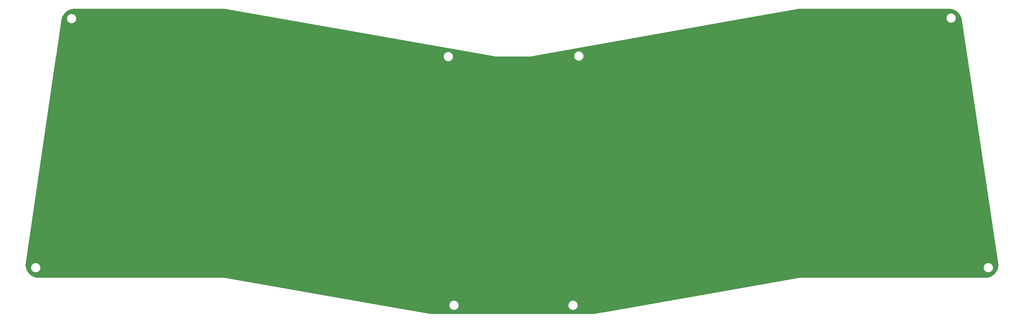
<source format=gtl>
G04 #@! TF.GenerationSoftware,KiCad,Pcbnew,(6.0.6-69-g6d26e8e3e8)*
G04 #@! TF.CreationDate,2022-07-20T16:26:27-04:00*
G04 #@! TF.ProjectId,bottom,626f7474-6f6d-42e6-9b69-6361645f7063,rev?*
G04 #@! TF.SameCoordinates,Original*
G04 #@! TF.FileFunction,Copper,L1,Top*
G04 #@! TF.FilePolarity,Positive*
%FSLAX46Y46*%
G04 Gerber Fmt 4.6, Leading zero omitted, Abs format (unit mm)*
G04 Created by KiCad (PCBNEW (6.0.6-69-g6d26e8e3e8)) date 2022-07-20 16:26:27*
%MOMM*%
%LPD*%
G01*
G04 APERTURE LIST*
G04 #@! TA.AperFunction,ViaPad*
%ADD10C,0.800000*%
G04 #@! TD*
G04 APERTURE END LIST*
D10*
X352200000Y-113200000D03*
X52000000Y-113800000D03*
G04 #@! TA.AperFunction,NonConductor*
G36*
X322428078Y-111775459D02*
G01*
X349982661Y-111775480D01*
X349984840Y-111775499D01*
X350141781Y-111778214D01*
X350146151Y-111778365D01*
X350178253Y-111780036D01*
X350297480Y-111786241D01*
X350301816Y-111786542D01*
X350352503Y-111790948D01*
X350452767Y-111799664D01*
X350457089Y-111800115D01*
X350607489Y-111818466D01*
X350611738Y-111819060D01*
X350761427Y-111842619D01*
X350765683Y-111843365D01*
X350914441Y-111872100D01*
X350918697Y-111873000D01*
X350967840Y-111884274D01*
X351066348Y-111906874D01*
X351070592Y-111907925D01*
X351216982Y-111946903D01*
X351221187Y-111948101D01*
X351366108Y-111992125D01*
X351370270Y-111993469D01*
X351513598Y-112042504D01*
X351517709Y-112043991D01*
X351659234Y-112097963D01*
X351663292Y-112099591D01*
X351802877Y-112158448D01*
X351806875Y-112160216D01*
X351858783Y-112184257D01*
X351944342Y-112223884D01*
X351948256Y-112225780D01*
X351967851Y-112235695D01*
X352083437Y-112294184D01*
X352087301Y-112296225D01*
X352219971Y-112369244D01*
X352223766Y-112371419D01*
X352353853Y-112449018D01*
X352357568Y-112451322D01*
X352484901Y-112533397D01*
X352488530Y-112535827D01*
X352498159Y-112542517D01*
X352612916Y-112622256D01*
X352616452Y-112624804D01*
X352686177Y-112676930D01*
X352737786Y-112715512D01*
X352741243Y-112718191D01*
X352859370Y-112813066D01*
X352862731Y-112815863D01*
X352977460Y-112914749D01*
X352980721Y-112917660D01*
X353091950Y-113020467D01*
X353095110Y-113023491D01*
X353202713Y-113130104D01*
X353205758Y-113133228D01*
X353254919Y-113185438D01*
X353309597Y-113243508D01*
X353312539Y-113246743D01*
X353401686Y-113348258D01*
X353412501Y-113360574D01*
X353415329Y-113363910D01*
X353511276Y-113481136D01*
X353513986Y-113484566D01*
X353605802Y-113605041D01*
X353608392Y-113608565D01*
X353695963Y-113732141D01*
X353698429Y-113735751D01*
X353728776Y-113781889D01*
X353781199Y-113861589D01*
X353781692Y-113862339D01*
X353784008Y-113865998D01*
X353861842Y-113993776D01*
X353862800Y-113995349D01*
X353864975Y-113999062D01*
X353939302Y-114131198D01*
X353941357Y-114135005D01*
X353945998Y-114143970D01*
X354010664Y-114268882D01*
X354011005Y-114269541D01*
X354012948Y-114273460D01*
X354077880Y-114410323D01*
X354079685Y-114414304D01*
X354088750Y-114435258D01*
X354139823Y-114553322D01*
X354141477Y-114557336D01*
X354196714Y-114698248D01*
X354196769Y-114698389D01*
X354198289Y-114702474D01*
X354248211Y-114844105D01*
X354248642Y-114845329D01*
X354250019Y-114849461D01*
X354295001Y-114992752D01*
X354295399Y-114994021D01*
X354296631Y-114998199D01*
X354319315Y-115080332D01*
X354336963Y-115144233D01*
X354338052Y-115148459D01*
X354373292Y-115295797D01*
X354374223Y-115300010D01*
X354381690Y-115336835D01*
X354404334Y-115448510D01*
X354405128Y-115452808D01*
X354430971Y-115607662D01*
X354431311Y-115609815D01*
X356513932Y-129572665D01*
X366786968Y-198447834D01*
X366786985Y-198447951D01*
X366788345Y-198468745D01*
X366788009Y-198487900D01*
X366786403Y-198579528D01*
X366786249Y-198583923D01*
X366778264Y-198736090D01*
X366777957Y-198740477D01*
X366764667Y-198892272D01*
X366764207Y-198896647D01*
X366745629Y-199047861D01*
X366745017Y-199052213D01*
X366721171Y-199202719D01*
X366720409Y-199207041D01*
X366691725Y-199354559D01*
X366691320Y-199356644D01*
X366690406Y-199360939D01*
X366656254Y-199508835D01*
X366656124Y-199509397D01*
X366655066Y-199513641D01*
X366617998Y-199651955D01*
X366615628Y-199660797D01*
X366614415Y-199665026D01*
X366569836Y-199810808D01*
X366568477Y-199814989D01*
X366518880Y-199959007D01*
X366517376Y-199963139D01*
X366462775Y-200105363D01*
X366461131Y-200109433D01*
X366404212Y-200243513D01*
X366401560Y-200249759D01*
X366399775Y-200253765D01*
X366383941Y-200287719D01*
X366335374Y-200391858D01*
X366333447Y-200395809D01*
X366264283Y-200531541D01*
X366262218Y-200535424D01*
X366188342Y-200668691D01*
X366186165Y-200672463D01*
X366107778Y-200802912D01*
X366107656Y-200803115D01*
X366105326Y-200806843D01*
X366062072Y-200873445D01*
X366023066Y-200933507D01*
X366022335Y-200934632D01*
X366019879Y-200938273D01*
X365932474Y-201063093D01*
X365929891Y-201066647D01*
X365870076Y-201146023D01*
X365838185Y-201188342D01*
X365835476Y-201191809D01*
X365739576Y-201310228D01*
X365736750Y-201313596D01*
X365636794Y-201428579D01*
X365633851Y-201431847D01*
X365529936Y-201543279D01*
X365526882Y-201546442D01*
X365419134Y-201654189D01*
X365415970Y-201657244D01*
X365304530Y-201761162D01*
X365301295Y-201764075D01*
X365186267Y-201864067D01*
X365182920Y-201866876D01*
X365064479Y-201962786D01*
X365061014Y-201965493D01*
X364939347Y-202057176D01*
X364935789Y-202059761D01*
X364810965Y-202147165D01*
X364807320Y-202149624D01*
X364679514Y-202232624D01*
X364675790Y-202234951D01*
X364545174Y-202313435D01*
X364541409Y-202315609D01*
X364408120Y-202389493D01*
X364404251Y-202391551D01*
X364366821Y-202410623D01*
X364268471Y-202460737D01*
X364264527Y-202462660D01*
X364198157Y-202493611D01*
X364126416Y-202527066D01*
X364122399Y-202528854D01*
X364078072Y-202547671D01*
X364015506Y-202574231D01*
X363982140Y-202588395D01*
X363978071Y-202590039D01*
X363951312Y-202600312D01*
X363835843Y-202644639D01*
X363831711Y-202646143D01*
X363687612Y-202695765D01*
X363683438Y-202697122D01*
X363537704Y-202741682D01*
X363533565Y-202742869D01*
X363386312Y-202782331D01*
X363382062Y-202783391D01*
X363338482Y-202793454D01*
X363233559Y-202817681D01*
X363229284Y-202818589D01*
X363079700Y-202847671D01*
X363075423Y-202848425D01*
X362924986Y-202872259D01*
X362924898Y-202872273D01*
X362920543Y-202872885D01*
X362769296Y-202891462D01*
X362764923Y-202891922D01*
X362613135Y-202905209D01*
X362608747Y-202905516D01*
X362456619Y-202913496D01*
X362452225Y-202913650D01*
X362304642Y-202916234D01*
X362294303Y-202916415D01*
X362292098Y-202916434D01*
X349327451Y-202916452D01*
X300224304Y-202916520D01*
X300215823Y-202916234D01*
X300202423Y-202915330D01*
X300197561Y-202915002D01*
X300185650Y-202916042D01*
X300174691Y-202916520D01*
X300165821Y-202916520D01*
X300146815Y-202919242D01*
X300139924Y-202920035D01*
X299644025Y-202963340D01*
X299313313Y-202992220D01*
X299304847Y-202992673D01*
X299286548Y-202993034D01*
X299274774Y-202995106D01*
X299263905Y-202996534D01*
X299259532Y-202996916D01*
X299259523Y-202996918D01*
X299255061Y-202997307D01*
X299236359Y-203001673D01*
X299229575Y-203003061D01*
X270043394Y-208139719D01*
X235146595Y-214281425D01*
X235146587Y-214281425D01*
X235146570Y-214281428D01*
X235146561Y-214281429D01*
X235102733Y-214289144D01*
X235102730Y-214289145D01*
X235071627Y-214294619D01*
X235071621Y-214294621D01*
X230443496Y-215109293D01*
X229884358Y-215207716D01*
X229862515Y-215209624D01*
X175017110Y-215209624D01*
X174995266Y-215207716D01*
X157990421Y-212214406D01*
X181281518Y-212214406D01*
X181281647Y-212218129D01*
X181281626Y-212218742D01*
X181281689Y-212219324D01*
X181282300Y-212236906D01*
X181282511Y-212242994D01*
X181282587Y-212247367D01*
X181282587Y-212265513D01*
X181282512Y-212265513D01*
X181282566Y-212265764D01*
X181282329Y-212268540D01*
X181282587Y-212272249D01*
X181282587Y-212272861D01*
X181282670Y-212273439D01*
X181284315Y-212297097D01*
X181284540Y-212301409D01*
X181284895Y-212311623D01*
X181285170Y-212319560D01*
X181285096Y-212319563D01*
X181285157Y-212319808D01*
X181285018Y-212322582D01*
X181285404Y-212326274D01*
X181285426Y-212326914D01*
X181285534Y-212327515D01*
X181285607Y-212328214D01*
X181287990Y-212351028D01*
X181288368Y-212355369D01*
X181289629Y-212373486D01*
X181289547Y-212373492D01*
X181289625Y-212373764D01*
X181289581Y-212376535D01*
X181290097Y-212380230D01*
X181290140Y-212380842D01*
X181290263Y-212381413D01*
X181290353Y-212382057D01*
X181290353Y-212382058D01*
X181290890Y-212385902D01*
X181293053Y-212401371D01*
X181293537Y-212404837D01*
X181294067Y-212409181D01*
X181295956Y-212427256D01*
X181295880Y-212427264D01*
X181295961Y-212427513D01*
X181296014Y-212430286D01*
X181296654Y-212433938D01*
X181296718Y-212434547D01*
X181296861Y-212435114D01*
X181296968Y-212435725D01*
X181300951Y-212458448D01*
X181301630Y-212462756D01*
X181304142Y-212480722D01*
X181304063Y-212480733D01*
X181304157Y-212480993D01*
X181304306Y-212483761D01*
X181305076Y-212487404D01*
X181305163Y-212488027D01*
X181305329Y-212488603D01*
X181310220Y-212511748D01*
X181310223Y-212511760D01*
X181311051Y-212516043D01*
X181311854Y-212520620D01*
X181314183Y-212533902D01*
X181314106Y-212533916D01*
X181314206Y-212534165D01*
X181314453Y-212536944D01*
X181315352Y-212540571D01*
X181315457Y-212541169D01*
X181315637Y-212541719D01*
X181319492Y-212557269D01*
X181321330Y-212564685D01*
X181322310Y-212568952D01*
X181326064Y-212586718D01*
X181325994Y-212586733D01*
X181326094Y-212586958D01*
X181326437Y-212589725D01*
X181327454Y-212593292D01*
X181327583Y-212593903D01*
X181327787Y-212594462D01*
X181328025Y-212595298D01*
X181334280Y-212617240D01*
X181335404Y-212621461D01*
X181339771Y-212639075D01*
X181339701Y-212639092D01*
X181339809Y-212639314D01*
X181340248Y-212642071D01*
X181341390Y-212645605D01*
X181341540Y-212646212D01*
X181341764Y-212646764D01*
X181342024Y-212647569D01*
X181342024Y-212647570D01*
X181349041Y-212669297D01*
X181350311Y-212673475D01*
X181355283Y-212690914D01*
X181355205Y-212690936D01*
X181355336Y-212691181D01*
X181355865Y-212693896D01*
X181357129Y-212697390D01*
X181357299Y-212697986D01*
X181357540Y-212698526D01*
X181357797Y-212699236D01*
X181357797Y-212699237D01*
X181359424Y-212703734D01*
X181365591Y-212720777D01*
X181365603Y-212720811D01*
X181366995Y-212724879D01*
X181372585Y-212742185D01*
X181372586Y-212742188D01*
X181372513Y-212742212D01*
X181372644Y-212742438D01*
X181373270Y-212745144D01*
X181374656Y-212748597D01*
X181374850Y-212749196D01*
X181375114Y-212749735D01*
X181383955Y-212771753D01*
X181385462Y-212775703D01*
X181391660Y-212792834D01*
X181391661Y-212792837D01*
X181391590Y-212792863D01*
X181391726Y-212793081D01*
X181392449Y-212795776D01*
X181393958Y-212799185D01*
X181394164Y-212799756D01*
X181394436Y-212800267D01*
X181394770Y-212801022D01*
X181404022Y-212821931D01*
X181405723Y-212825963D01*
X181406412Y-212827679D01*
X181412479Y-212842789D01*
X181412412Y-212842816D01*
X181412550Y-212843023D01*
X181413366Y-212845689D01*
X181414985Y-212849030D01*
X181415218Y-212849610D01*
X181415516Y-212850126D01*
X181424343Y-212868340D01*
X181425838Y-212871425D01*
X181427672Y-212875383D01*
X181435015Y-212891976D01*
X181434943Y-212892008D01*
X181435102Y-212892228D01*
X181436009Y-212894864D01*
X181437755Y-212898169D01*
X181438000Y-212898723D01*
X181438306Y-212899213D01*
X181438674Y-212899910D01*
X181438675Y-212899914D01*
X181449372Y-212920164D01*
X181451345Y-212924059D01*
X181459258Y-212940385D01*
X181459186Y-212940420D01*
X181459355Y-212940637D01*
X181460346Y-212943222D01*
X181462194Y-212946445D01*
X181462461Y-212946995D01*
X181462787Y-212947478D01*
X181463136Y-212948086D01*
X181463136Y-212948087D01*
X181474578Y-212968038D01*
X181476680Y-212971855D01*
X181485160Y-212987907D01*
X181485094Y-212987942D01*
X181485257Y-212988137D01*
X181486341Y-212990694D01*
X181488295Y-212993842D01*
X181488591Y-212994403D01*
X181488946Y-212994892D01*
X181501424Y-213014998D01*
X181503656Y-213018738D01*
X181505526Y-213021998D01*
X181512686Y-213034483D01*
X181512621Y-213034520D01*
X181512792Y-213034712D01*
X181513970Y-213037242D01*
X181516046Y-213040341D01*
X181516353Y-213040877D01*
X181516715Y-213041341D01*
X181517149Y-213041989D01*
X181529890Y-213061012D01*
X181532261Y-213064688D01*
X181533324Y-213066402D01*
X181541821Y-213080093D01*
X181541756Y-213080134D01*
X181541939Y-213080325D01*
X181543199Y-213082804D01*
X181545379Y-213085826D01*
X181545702Y-213086347D01*
X181546078Y-213086795D01*
X181546474Y-213087344D01*
X181559936Y-213106009D01*
X181562431Y-213109599D01*
X181572516Y-213124657D01*
X181572450Y-213124701D01*
X181572646Y-213124891D01*
X181573991Y-213127323D01*
X181576276Y-213130270D01*
X181576615Y-213130776D01*
X181577003Y-213131208D01*
X181577430Y-213131758D01*
X181577430Y-213131759D01*
X181591524Y-213149935D01*
X181594143Y-213153436D01*
X181604743Y-213168132D01*
X181604678Y-213168179D01*
X181604881Y-213168363D01*
X181606306Y-213170741D01*
X181608689Y-213173604D01*
X181609053Y-213174108D01*
X181609464Y-213174535D01*
X181621254Y-213188696D01*
X181624609Y-213192726D01*
X181627348Y-213196135D01*
X181638466Y-213210473D01*
X181638404Y-213210521D01*
X181638609Y-213210694D01*
X181640116Y-213213022D01*
X181642592Y-213215795D01*
X181642974Y-213216287D01*
X181643401Y-213216700D01*
X181643840Y-213217191D01*
X181643840Y-213217192D01*
X181647085Y-213220825D01*
X181656967Y-213231889D01*
X181659154Y-213234338D01*
X181662012Y-213237653D01*
X181673636Y-213251615D01*
X181673575Y-213251666D01*
X181673788Y-213251833D01*
X181675364Y-213254092D01*
X181677925Y-213256767D01*
X181678334Y-213257258D01*
X181678786Y-213257666D01*
X181679217Y-213258116D01*
X181679218Y-213258118D01*
X181695147Y-213274753D01*
X181698076Y-213277920D01*
X181710202Y-213291497D01*
X181710203Y-213291499D01*
X181710147Y-213291549D01*
X181710356Y-213291702D01*
X181712032Y-213293935D01*
X181714704Y-213296538D01*
X181715103Y-213296985D01*
X181715540Y-213297353D01*
X181732554Y-213313930D01*
X181735572Y-213316974D01*
X181739029Y-213320584D01*
X181748146Y-213330105D01*
X181748093Y-213330156D01*
X181748301Y-213330298D01*
X181750041Y-213332456D01*
X181752779Y-213334944D01*
X181753219Y-213335404D01*
X181753697Y-213335779D01*
X181771221Y-213351705D01*
X181774378Y-213354677D01*
X181787384Y-213367348D01*
X181787328Y-213367406D01*
X181787561Y-213367552D01*
X181789378Y-213369652D01*
X181792225Y-213372065D01*
X181792665Y-213372493D01*
X181793138Y-213372838D01*
X181811215Y-213388155D01*
X181814479Y-213391020D01*
X181827915Y-213403231D01*
X181827862Y-213403290D01*
X181828097Y-213403427D01*
X181829975Y-213405451D01*
X181832883Y-213407747D01*
X181833350Y-213408171D01*
X181833848Y-213408509D01*
X181834460Y-213408992D01*
X181834462Y-213408995D01*
X181852421Y-213423170D01*
X181855808Y-213425940D01*
X181859600Y-213429153D01*
X181869652Y-213437671D01*
X181869604Y-213437727D01*
X181869827Y-213437847D01*
X181871791Y-213439821D01*
X181874785Y-213442020D01*
X181875265Y-213442427D01*
X181875773Y-213442746D01*
X181881866Y-213447222D01*
X181894813Y-213456732D01*
X181898289Y-213459379D01*
X181912560Y-213470644D01*
X181912514Y-213470702D01*
X181912743Y-213470814D01*
X181914779Y-213472724D01*
X181917852Y-213474821D01*
X181918336Y-213475203D01*
X181918844Y-213475498D01*
X181919392Y-213475872D01*
X181938399Y-213488842D01*
X181941970Y-213491371D01*
X181956594Y-213502113D01*
X181956549Y-213502174D01*
X181956787Y-213502282D01*
X181958873Y-213504106D01*
X181962007Y-213506089D01*
X181962519Y-213506465D01*
X181963053Y-213506751D01*
X181963690Y-213507154D01*
X181963691Y-213507155D01*
X181983043Y-213519399D01*
X181986693Y-213521798D01*
X182001679Y-213532024D01*
X182001637Y-213532085D01*
X182001873Y-213532182D01*
X182004045Y-213533952D01*
X182007270Y-213535839D01*
X182007767Y-213536178D01*
X182008282Y-213536431D01*
X182028733Y-213548396D01*
X182032466Y-213550668D01*
X182047801Y-213560371D01*
X182047761Y-213560434D01*
X182048001Y-213560523D01*
X182050214Y-213562202D01*
X182053479Y-213563963D01*
X182054005Y-213564296D01*
X182054547Y-213564539D01*
X182075382Y-213575778D01*
X182079177Y-213577911D01*
X182094870Y-213587093D01*
X182094832Y-213587159D01*
X182095082Y-213587242D01*
X182097346Y-213588839D01*
X182100672Y-213590487D01*
X182101211Y-213590802D01*
X182101762Y-213591027D01*
X182102402Y-213591344D01*
X182122967Y-213601531D01*
X182126854Y-213603542D01*
X182142835Y-213612162D01*
X182142798Y-213612231D01*
X182143056Y-213612307D01*
X182145365Y-213613819D01*
X182148737Y-213615346D01*
X182149293Y-213615646D01*
X182149859Y-213615854D01*
X182150524Y-213616155D01*
X182150526Y-213616157D01*
X182171429Y-213625624D01*
X182175373Y-213627493D01*
X182191613Y-213635537D01*
X182191579Y-213635606D01*
X182191836Y-213635672D01*
X182194216Y-213637115D01*
X182197663Y-213638534D01*
X182198222Y-213638811D01*
X182198787Y-213638997D01*
X182220688Y-213648013D01*
X182224679Y-213649738D01*
X182241202Y-213657221D01*
X182241172Y-213657288D01*
X182241420Y-213657342D01*
X182243856Y-213658706D01*
X182247349Y-213660004D01*
X182247914Y-213660260D01*
X182248481Y-213660425D01*
X182249220Y-213660700D01*
X182249222Y-213660701D01*
X182270640Y-213668660D01*
X182274711Y-213670253D01*
X182275279Y-213670487D01*
X182291526Y-213677176D01*
X182291496Y-213677248D01*
X182291759Y-213677296D01*
X182294217Y-213678562D01*
X182297736Y-213679733D01*
X182298313Y-213679970D01*
X182298890Y-213680116D01*
X182299437Y-213680298D01*
X182321342Y-213687584D01*
X182325465Y-213689035D01*
X182342485Y-213695361D01*
X182342460Y-213695429D01*
X182342705Y-213695465D01*
X182345232Y-213696657D01*
X182348798Y-213697707D01*
X182349379Y-213697923D01*
X182349957Y-213698048D01*
X182350643Y-213698250D01*
X182372671Y-213704737D01*
X182376847Y-213706046D01*
X182394049Y-213711768D01*
X182394023Y-213711845D01*
X182394299Y-213711875D01*
X182396840Y-213712968D01*
X182400443Y-213713895D01*
X182401037Y-213714092D01*
X182401624Y-213714198D01*
X182422127Y-213719470D01*
X182424565Y-213720097D01*
X182428752Y-213721251D01*
X182446147Y-213726374D01*
X182446123Y-213726453D01*
X182446405Y-213726474D01*
X182448992Y-213727482D01*
X182452643Y-213728287D01*
X182453221Y-213728457D01*
X182453790Y-213728540D01*
X182474646Y-213733137D01*
X182476910Y-213733636D01*
X182481166Y-213734652D01*
X182498752Y-213739174D01*
X182498734Y-213739244D01*
X182498984Y-213739254D01*
X182501626Y-213740179D01*
X182505287Y-213740854D01*
X182505868Y-213741003D01*
X182506437Y-213741066D01*
X182507216Y-213741210D01*
X182507217Y-213741210D01*
X182529751Y-213745362D01*
X182534004Y-213746222D01*
X182551746Y-213750132D01*
X182551748Y-213750133D01*
X182551731Y-213750209D01*
X182552000Y-213750211D01*
X182554641Y-213751034D01*
X182558314Y-213751580D01*
X182558927Y-213751715D01*
X182559524Y-213751760D01*
X182582961Y-213755243D01*
X182587256Y-213755958D01*
X182605081Y-213759242D01*
X182605067Y-213759319D01*
X182605336Y-213759312D01*
X182608024Y-213760048D01*
X182611738Y-213760469D01*
X182612336Y-213760579D01*
X182612916Y-213760602D01*
X182613601Y-213760680D01*
X182613602Y-213760680D01*
X182636414Y-213763264D01*
X182640755Y-213763832D01*
X182643999Y-213764314D01*
X182658719Y-213766502D01*
X182658708Y-213766578D01*
X182658969Y-213766561D01*
X182661674Y-213767202D01*
X182665380Y-213767492D01*
X182665992Y-213767583D01*
X182666582Y-213767586D01*
X182684889Y-213769019D01*
X182690224Y-213769437D01*
X182694571Y-213769854D01*
X182712563Y-213771892D01*
X182712554Y-213771970D01*
X182712821Y-213771943D01*
X182715548Y-213772490D01*
X182719271Y-213772652D01*
X182719883Y-213772721D01*
X182720470Y-213772704D01*
X182744163Y-213773732D01*
X182748426Y-213773992D01*
X182766571Y-213775412D01*
X182766574Y-213775412D01*
X182766568Y-213775484D01*
X182766812Y-213775452D01*
X182769560Y-213775904D01*
X182773271Y-213775936D01*
X182773906Y-213775986D01*
X182774512Y-213775947D01*
X182775187Y-213775953D01*
X182798148Y-213776153D01*
X182802510Y-213776266D01*
X182820655Y-213777053D01*
X182820651Y-213777134D01*
X182820926Y-213777088D01*
X182823680Y-213777444D01*
X182827412Y-213777347D01*
X182828016Y-213777373D01*
X182828589Y-213777316D01*
X182852274Y-213776699D01*
X182856645Y-213776661D01*
X182873183Y-213776805D01*
X182874791Y-213776819D01*
X182874790Y-213776895D01*
X182875045Y-213776843D01*
X182877811Y-213777103D01*
X182881516Y-213776878D01*
X182882130Y-213776883D01*
X182882711Y-213776805D01*
X182883374Y-213776765D01*
X182883376Y-213776765D01*
X182906380Y-213775366D01*
X182910744Y-213775177D01*
X182925968Y-213774780D01*
X182928853Y-213774705D01*
X182928855Y-213774781D01*
X182929107Y-213774720D01*
X182931891Y-213774884D01*
X182935597Y-213774529D01*
X182936217Y-213774513D01*
X182936800Y-213774414D01*
X182960390Y-213772156D01*
X182964721Y-213771817D01*
X182975835Y-213771140D01*
X182982823Y-213770715D01*
X182982828Y-213770793D01*
X182983086Y-213770721D01*
X182985865Y-213770789D01*
X182989556Y-213770306D01*
X182990177Y-213770268D01*
X182990758Y-213770148D01*
X183014196Y-213767080D01*
X183018542Y-213766587D01*
X183036635Y-213764855D01*
X183036642Y-213764926D01*
X183036875Y-213764852D01*
X183039674Y-213764823D01*
X183043343Y-213764212D01*
X183043953Y-213764154D01*
X183044521Y-213764016D01*
X183045285Y-213763889D01*
X183045286Y-213763889D01*
X183065844Y-213760468D01*
X183067891Y-213760127D01*
X183072207Y-213759486D01*
X183090201Y-213757130D01*
X183090211Y-213757206D01*
X183090458Y-213757118D01*
X183093231Y-213756993D01*
X183096871Y-213756257D01*
X183097487Y-213756176D01*
X183098058Y-213756016D01*
X183098706Y-213755885D01*
X183098708Y-213755885D01*
X183120620Y-213751452D01*
X183121281Y-213751318D01*
X183125532Y-213750535D01*
X183143453Y-213747553D01*
X183143456Y-213747553D01*
X183143468Y-213747624D01*
X183143699Y-213747533D01*
X183146484Y-213747310D01*
X183150108Y-213746445D01*
X183150721Y-213746343D01*
X183151286Y-213746164D01*
X183174337Y-213740662D01*
X183178594Y-213739724D01*
X183196355Y-213736131D01*
X183196370Y-213736203D01*
X183196601Y-213736103D01*
X183199378Y-213735783D01*
X183202971Y-213734792D01*
X183203571Y-213734671D01*
X183204121Y-213734475D01*
X183226955Y-213728180D01*
X183231157Y-213727100D01*
X183248827Y-213722881D01*
X183248846Y-213722959D01*
X183249092Y-213722841D01*
X183251829Y-213722430D01*
X183255374Y-213721319D01*
X183255981Y-213721174D01*
X183256535Y-213720955D01*
X183279119Y-213713876D01*
X183283299Y-213712645D01*
X183300807Y-213707818D01*
X183300827Y-213707889D01*
X183301052Y-213707772D01*
X183303796Y-213707261D01*
X183307304Y-213706026D01*
X183307903Y-213705861D01*
X183308446Y-213705624D01*
X183330770Y-213697766D01*
X183334885Y-213696397D01*
X183352235Y-213690958D01*
X183352258Y-213691033D01*
X183352491Y-213690901D01*
X183355203Y-213690299D01*
X183358667Y-213688943D01*
X183359250Y-213688760D01*
X183359776Y-213688508D01*
X183360440Y-213688248D01*
X183360441Y-213688248D01*
X183381850Y-213679866D01*
X183385951Y-213678342D01*
X183403034Y-213672329D01*
X183403059Y-213672401D01*
X183403281Y-213672265D01*
X183405985Y-213671564D01*
X183409409Y-213670084D01*
X183409984Y-213669882D01*
X183410500Y-213669613D01*
X183432257Y-213660211D01*
X183436267Y-213658560D01*
X183453174Y-213651940D01*
X183453177Y-213651939D01*
X183453204Y-213652009D01*
X183453419Y-213651867D01*
X183456089Y-213651076D01*
X183459454Y-213649481D01*
X183460029Y-213649256D01*
X183460541Y-213648966D01*
X183481925Y-213638830D01*
X183485901Y-213637030D01*
X183502566Y-213629829D01*
X183502597Y-213629901D01*
X183502818Y-213629744D01*
X183505451Y-213628863D01*
X183508758Y-213627153D01*
X183509324Y-213626908D01*
X183509825Y-213626601D01*
X183510453Y-213626276D01*
X183510454Y-213626276D01*
X183530866Y-213615719D01*
X183534782Y-213613779D01*
X183551162Y-213606015D01*
X183551195Y-213606085D01*
X183551407Y-213605923D01*
X183554010Y-213604951D01*
X183557253Y-213603128D01*
X183557815Y-213602862D01*
X183558309Y-213602535D01*
X183578960Y-213590929D01*
X183582799Y-213588859D01*
X183598895Y-213580534D01*
X183598930Y-213580602D01*
X183599134Y-213580435D01*
X183601707Y-213579370D01*
X183604893Y-213577431D01*
X183605444Y-213577146D01*
X183605925Y-213576803D01*
X183606611Y-213576385D01*
X183606616Y-213576384D01*
X183626145Y-213564498D01*
X183629916Y-213562291D01*
X183645735Y-213553400D01*
X183645772Y-213553466D01*
X183645969Y-213553293D01*
X183648506Y-213552139D01*
X183651621Y-213550092D01*
X183652147Y-213549796D01*
X183652604Y-213549446D01*
X183672432Y-213536412D01*
X183676076Y-213534108D01*
X183691607Y-213524656D01*
X183691608Y-213524655D01*
X183691645Y-213524716D01*
X183691821Y-213524550D01*
X183694314Y-213523309D01*
X183697334Y-213521170D01*
X183697872Y-213520843D01*
X183698336Y-213520461D01*
X183699003Y-213519989D01*
X183699005Y-213519988D01*
X183717647Y-213506786D01*
X183721242Y-213504332D01*
X183736419Y-213494357D01*
X183736420Y-213494356D01*
X183736461Y-213494418D01*
X183736638Y-213494238D01*
X183739095Y-213492907D01*
X183742061Y-213490648D01*
X183742580Y-213490307D01*
X183743023Y-213489915D01*
X183759812Y-213477129D01*
X183761833Y-213475590D01*
X183765353Y-213473004D01*
X183780176Y-213462507D01*
X183780219Y-213462568D01*
X183780393Y-213462379D01*
X183782807Y-213460961D01*
X183785694Y-213458599D01*
X183786186Y-213458251D01*
X183786603Y-213457856D01*
X183790249Y-213454874D01*
X183804950Y-213442848D01*
X183808387Y-213440135D01*
X183822807Y-213429153D01*
X183822853Y-213429213D01*
X183823021Y-213429017D01*
X183825364Y-213427529D01*
X183828151Y-213425083D01*
X183828654Y-213424700D01*
X183829077Y-213424271D01*
X183829700Y-213423725D01*
X183829703Y-213423723D01*
X183846877Y-213408650D01*
X183850214Y-213405822D01*
X183854236Y-213402532D01*
X183864233Y-213394355D01*
X183864283Y-213394416D01*
X183864451Y-213394205D01*
X183866752Y-213392629D01*
X183869473Y-213390069D01*
X183869943Y-213389684D01*
X183870335Y-213389258D01*
X183871530Y-213388134D01*
X183887579Y-213373030D01*
X183890817Y-213370087D01*
X183904448Y-213358124D01*
X183904500Y-213358183D01*
X183904662Y-213357967D01*
X183906889Y-213356325D01*
X183909504Y-213353688D01*
X183909975Y-213353274D01*
X183910364Y-213352820D01*
X183910845Y-213352334D01*
X183910848Y-213352333D01*
X183927039Y-213336001D01*
X183930168Y-213332952D01*
X183932534Y-213330726D01*
X183943371Y-213320527D01*
X183943372Y-213320526D01*
X183943427Y-213320584D01*
X183943582Y-213320360D01*
X183945760Y-213318635D01*
X183948293Y-213315896D01*
X183948735Y-213315480D01*
X183949096Y-213315028D01*
X183949661Y-213314417D01*
X183949664Y-213314415D01*
X183965157Y-213297660D01*
X183968191Y-213294491D01*
X183980983Y-213281589D01*
X183981035Y-213281641D01*
X183981172Y-213281428D01*
X183983279Y-213279636D01*
X183985692Y-213276838D01*
X183986147Y-213276379D01*
X183986514Y-213275884D01*
X183987490Y-213274753D01*
X184001960Y-213257974D01*
X184004871Y-213254715D01*
X184017181Y-213241404D01*
X184017236Y-213241454D01*
X184017365Y-213241236D01*
X184019434Y-213239349D01*
X184021774Y-213236436D01*
X184022192Y-213235985D01*
X184022525Y-213235503D01*
X184034281Y-213220874D01*
X184037380Y-213217018D01*
X184040145Y-213213697D01*
X184052001Y-213199948D01*
X184052003Y-213199946D01*
X184052063Y-213199998D01*
X184052194Y-213199759D01*
X184054181Y-213197817D01*
X184056414Y-213194832D01*
X184056799Y-213194385D01*
X184057103Y-213193911D01*
X184071327Y-213174893D01*
X184073992Y-213171457D01*
X184085352Y-213157320D01*
X184085408Y-213157365D01*
X184085519Y-213157145D01*
X184087437Y-213155135D01*
X184089548Y-213152098D01*
X184089951Y-213151597D01*
X184090263Y-213151070D01*
X184090688Y-213150459D01*
X184090689Y-213150458D01*
X184103780Y-213131628D01*
X184106333Y-213128089D01*
X184106335Y-213128087D01*
X184117183Y-213113582D01*
X184117249Y-213113631D01*
X184117366Y-213113376D01*
X184119218Y-213111295D01*
X184121250Y-213108144D01*
X184121606Y-213107668D01*
X184121878Y-213107170D01*
X184134717Y-213087261D01*
X184137122Y-213083669D01*
X184147507Y-213068731D01*
X184147571Y-213068776D01*
X184147673Y-213068530D01*
X184149439Y-213066402D01*
X184151337Y-213063222D01*
X184151697Y-213062704D01*
X184151967Y-213062166D01*
X184152333Y-213061553D01*
X184152335Y-213061551D01*
X184164104Y-213041830D01*
X184166399Y-213038131D01*
X184176227Y-213022891D01*
X184176229Y-213022888D01*
X184176294Y-213022930D01*
X184176387Y-213022684D01*
X184178094Y-213020474D01*
X184179899Y-213017197D01*
X184180228Y-213016686D01*
X184180470Y-213016160D01*
X184189592Y-212999594D01*
X184191891Y-212995419D01*
X184194065Y-212991628D01*
X184203360Y-212976052D01*
X184203423Y-212976090D01*
X184203505Y-212975849D01*
X184205138Y-212973578D01*
X184206821Y-212970253D01*
X184207131Y-212969734D01*
X184207353Y-212969202D01*
X184218071Y-212948032D01*
X184220098Y-212944195D01*
X184228849Y-212928304D01*
X184228909Y-212928337D01*
X184228978Y-212928110D01*
X184230529Y-212925785D01*
X184232089Y-212922418D01*
X184232396Y-212921861D01*
X184232610Y-212921294D01*
X184232926Y-212920613D01*
X184242549Y-212899848D01*
X184244450Y-212895925D01*
X184252657Y-212879711D01*
X184252729Y-212879747D01*
X184252800Y-212879478D01*
X184254262Y-212877114D01*
X184255713Y-212873675D01*
X184255983Y-212873141D01*
X184256166Y-212872600D01*
X184256431Y-212871971D01*
X184256433Y-212871969D01*
X184265377Y-212850766D01*
X184267149Y-212846760D01*
X184274777Y-212830300D01*
X184274844Y-212830331D01*
X184274899Y-212830087D01*
X184276274Y-212827679D01*
X184277590Y-212824229D01*
X184277861Y-212823645D01*
X184278037Y-212823057D01*
X184278302Y-212822361D01*
X184278305Y-212822358D01*
X184286478Y-212800937D01*
X184288103Y-212796889D01*
X184295147Y-212780192D01*
X184295148Y-212780189D01*
X184295217Y-212780218D01*
X184295265Y-212779967D01*
X184296568Y-212777490D01*
X184297779Y-212773952D01*
X184298016Y-212773390D01*
X184298164Y-212772828D01*
X184298380Y-212772197D01*
X184298382Y-212772194D01*
X184305827Y-212750440D01*
X184307318Y-212746317D01*
X184307915Y-212744754D01*
X184312829Y-212731876D01*
X184313789Y-212729360D01*
X184313857Y-212729386D01*
X184313896Y-212729139D01*
X184315104Y-212726634D01*
X184316182Y-212723086D01*
X184316406Y-212722500D01*
X184316538Y-212721916D01*
X184323431Y-212699237D01*
X184324771Y-212695090D01*
X184330635Y-212677959D01*
X184330705Y-212677983D01*
X184330736Y-212677731D01*
X184331862Y-212675172D01*
X184332823Y-212671567D01*
X184333023Y-212670981D01*
X184333133Y-212670401D01*
X184339229Y-212647522D01*
X184340422Y-212643339D01*
X184345702Y-212625966D01*
X184345775Y-212625988D01*
X184345798Y-212625724D01*
X184346831Y-212623137D01*
X184347665Y-212619506D01*
X184347841Y-212618925D01*
X184347929Y-212618352D01*
X184349294Y-212612408D01*
X184353221Y-212595298D01*
X184354273Y-212591055D01*
X184358954Y-212573483D01*
X184359029Y-212573503D01*
X184359043Y-212573236D01*
X184359977Y-212570640D01*
X184360679Y-212567010D01*
X184360843Y-212566393D01*
X184360915Y-212565789D01*
X184365407Y-212542547D01*
X184366305Y-212538297D01*
X184370366Y-212520606D01*
X184370367Y-212520604D01*
X184370437Y-212520620D01*
X184370441Y-212520374D01*
X184371300Y-212517695D01*
X184371882Y-212513997D01*
X184372016Y-212513415D01*
X184372063Y-212512847D01*
X184372448Y-212510407D01*
X184375748Y-212489452D01*
X184376502Y-212485147D01*
X184379949Y-212467312D01*
X184380027Y-212467327D01*
X184380021Y-212467057D01*
X184380774Y-212464400D01*
X184381223Y-212460723D01*
X184381341Y-212460112D01*
X184381370Y-212459519D01*
X184384240Y-212436015D01*
X184384837Y-212431738D01*
X184387669Y-212413755D01*
X184387670Y-212413752D01*
X184387746Y-212413764D01*
X184387732Y-212413501D01*
X184388393Y-212410812D01*
X184388715Y-212407114D01*
X184388813Y-212406490D01*
X184388821Y-212405888D01*
X184388875Y-212405268D01*
X184388876Y-212405265D01*
X184390874Y-212382310D01*
X184391327Y-212377968D01*
X184393524Y-212359969D01*
X184393600Y-212359978D01*
X184393577Y-212359716D01*
X184394148Y-212356991D01*
X184394342Y-212353270D01*
X184394417Y-212352655D01*
X184394405Y-212352065D01*
X184395637Y-212328430D01*
X184395940Y-212324071D01*
X184397512Y-212305998D01*
X184397588Y-212306005D01*
X184397556Y-212305744D01*
X184398031Y-212303005D01*
X184398096Y-212299286D01*
X184398150Y-212298661D01*
X184398117Y-212298064D01*
X184398135Y-212297071D01*
X184398528Y-212274399D01*
X184398680Y-212270031D01*
X184398916Y-212265513D01*
X184399624Y-212251914D01*
X184399624Y-212251912D01*
X184399702Y-212251916D01*
X184399660Y-212251653D01*
X184400040Y-212248900D01*
X184399975Y-212245177D01*
X184400007Y-212244569D01*
X184399955Y-212243991D01*
X184399912Y-212241472D01*
X221499567Y-212241472D01*
X221499761Y-212245187D01*
X221499750Y-212245800D01*
X221499823Y-212246380D01*
X221501056Y-212270039D01*
X221501208Y-212274407D01*
X221501523Y-212292535D01*
X221501442Y-212292536D01*
X221501504Y-212292807D01*
X221501317Y-212295571D01*
X221501640Y-212299287D01*
X221501651Y-212299904D01*
X221501744Y-212300485D01*
X221503801Y-212324124D01*
X221504100Y-212328440D01*
X221504607Y-212338176D01*
X221505043Y-212346538D01*
X221504972Y-212346542D01*
X221505035Y-212346777D01*
X221504943Y-212349577D01*
X221505395Y-212353279D01*
X221505427Y-212353893D01*
X221505540Y-212354468D01*
X221508234Y-212376535D01*
X221508407Y-212377948D01*
X221508862Y-212382295D01*
X221509176Y-212385902D01*
X221510437Y-212400398D01*
X221510360Y-212400405D01*
X221510437Y-212400658D01*
X221510442Y-212403441D01*
X221511022Y-212407121D01*
X221511074Y-212407723D01*
X221511205Y-212408285D01*
X221511320Y-212409017D01*
X221511320Y-212409019D01*
X221514892Y-212431697D01*
X221515497Y-212436024D01*
X221517696Y-212454029D01*
X221517616Y-212454039D01*
X221517706Y-212454299D01*
X221517806Y-212457054D01*
X221518509Y-212460692D01*
X221518586Y-212461322D01*
X221518744Y-212461906D01*
X221519792Y-212467327D01*
X221523234Y-212485141D01*
X221523987Y-212489435D01*
X221526223Y-212503625D01*
X221526811Y-212507359D01*
X221526731Y-212507372D01*
X221526830Y-212507630D01*
X221527028Y-212510407D01*
X221527864Y-212514050D01*
X221527958Y-212514645D01*
X221528127Y-212515194D01*
X221528285Y-212515883D01*
X221528285Y-212515888D01*
X221533430Y-212538297D01*
X221534327Y-212542536D01*
X221537774Y-212560376D01*
X221537774Y-212560377D01*
X221537704Y-212560391D01*
X221537800Y-212560616D01*
X221538094Y-212563383D01*
X221539047Y-212566959D01*
X221539167Y-212567582D01*
X221539365Y-212568154D01*
X221545112Y-212589725D01*
X221545451Y-212590997D01*
X221546502Y-212595239D01*
X221550565Y-212612937D01*
X221550486Y-212612955D01*
X221550604Y-212613208D01*
X221550993Y-212615958D01*
X221552079Y-212619531D01*
X221552216Y-212620128D01*
X221552426Y-212620673D01*
X221559319Y-212643350D01*
X221560510Y-212647530D01*
X221565177Y-212665052D01*
X221565109Y-212665070D01*
X221565219Y-212665287D01*
X221565708Y-212668047D01*
X221566915Y-212671572D01*
X221567072Y-212672163D01*
X221567300Y-212672699D01*
X221574984Y-212695145D01*
X221576305Y-212699237D01*
X221581134Y-212715127D01*
X221581592Y-212716634D01*
X221581520Y-212716656D01*
X221581644Y-212716880D01*
X221582225Y-212719603D01*
X221583551Y-212723079D01*
X221583730Y-212723667D01*
X221583978Y-212724198D01*
X221592418Y-212746317D01*
X221593897Y-212750404D01*
X221599785Y-212767604D01*
X221599707Y-212767631D01*
X221599852Y-212767873D01*
X221600519Y-212770545D01*
X221601961Y-212773964D01*
X221602164Y-212774556D01*
X221602435Y-212775087D01*
X221602705Y-212775727D01*
X221611632Y-212796889D01*
X221613253Y-212800924D01*
X221619730Y-212817900D01*
X221619662Y-212817926D01*
X221619799Y-212818137D01*
X221620568Y-212820819D01*
X221622131Y-212824191D01*
X221622356Y-212824782D01*
X221622648Y-212825309D01*
X221622987Y-212826040D01*
X221622987Y-212826042D01*
X221632597Y-212846780D01*
X221634358Y-212850757D01*
X221636210Y-212855148D01*
X221641416Y-212867488D01*
X221641346Y-212867518D01*
X221641495Y-212867731D01*
X221642357Y-212870385D01*
X221644042Y-212873713D01*
X221644276Y-212874268D01*
X221644572Y-212874760D01*
X221644916Y-212875439D01*
X221644916Y-212875441D01*
X221655264Y-212895881D01*
X221657173Y-212899819D01*
X221664808Y-212916297D01*
X221664742Y-212916328D01*
X221664893Y-212916528D01*
X221665845Y-212919145D01*
X221667635Y-212922396D01*
X221667897Y-212922961D01*
X221668221Y-212923459D01*
X221679655Y-212944223D01*
X221681674Y-212948047D01*
X221689873Y-212964241D01*
X221689800Y-212964278D01*
X221689977Y-212964498D01*
X221691011Y-212967060D01*
X221692919Y-212970258D01*
X221693205Y-212970822D01*
X221693550Y-212971315D01*
X221693919Y-212971933D01*
X221693920Y-212971937D01*
X221705678Y-212991639D01*
X221707851Y-212995427D01*
X221716585Y-213011287D01*
X221716519Y-213011323D01*
X221716688Y-213011519D01*
X221717827Y-213014081D01*
X221719855Y-213017225D01*
X221720148Y-213017758D01*
X221720497Y-213018221D01*
X221721950Y-213020474D01*
X221733334Y-213038127D01*
X221735632Y-213041830D01*
X221744942Y-213057430D01*
X221744876Y-213057470D01*
X221745054Y-213057661D01*
X221746269Y-213060157D01*
X221748386Y-213063202D01*
X221748701Y-213063730D01*
X221749070Y-213064186D01*
X221749513Y-213064823D01*
X221762582Y-213083622D01*
X221765019Y-213087261D01*
X221774858Y-213102519D01*
X221774794Y-213102560D01*
X221774978Y-213102744D01*
X221776278Y-213105195D01*
X221778499Y-213108164D01*
X221778838Y-213108690D01*
X221779224Y-213109134D01*
X221793403Y-213128089D01*
X221795962Y-213131637D01*
X221806319Y-213146535D01*
X221806257Y-213146578D01*
X221806446Y-213146754D01*
X221807837Y-213149171D01*
X221810167Y-213152070D01*
X221810528Y-213152589D01*
X221810934Y-213153025D01*
X221811334Y-213153523D01*
X221811335Y-213153525D01*
X221825761Y-213171477D01*
X221828444Y-213174937D01*
X221839301Y-213189453D01*
X221839243Y-213189497D01*
X221839430Y-213189660D01*
X221840911Y-213192037D01*
X221843345Y-213194859D01*
X221843706Y-213195342D01*
X221844112Y-213195749D01*
X221844651Y-213196374D01*
X221859573Y-213213677D01*
X221862372Y-213217039D01*
X221873758Y-213231208D01*
X221873702Y-213231253D01*
X221873896Y-213231411D01*
X221875445Y-213233716D01*
X221877956Y-213236431D01*
X221878352Y-213236924D01*
X221878793Y-213237336D01*
X221879294Y-213237877D01*
X221879295Y-213237880D01*
X221894861Y-213254711D01*
X221897773Y-213257972D01*
X221899220Y-213259649D01*
X221909623Y-213271713D01*
X221909563Y-213271765D01*
X221909779Y-213271929D01*
X221911401Y-213274169D01*
X221914016Y-213276807D01*
X221914431Y-213277288D01*
X221914887Y-213277686D01*
X221931547Y-213294491D01*
X221934563Y-213297641D01*
X221946875Y-213310955D01*
X221946818Y-213311008D01*
X221947037Y-213311163D01*
X221948743Y-213313355D01*
X221951459Y-213315911D01*
X221951879Y-213316365D01*
X221952337Y-213316737D01*
X221969042Y-213332456D01*
X221969567Y-213332950D01*
X221972701Y-213336004D01*
X221985481Y-213348896D01*
X221985426Y-213348950D01*
X221985648Y-213349095D01*
X221987430Y-213351228D01*
X221990222Y-213353679D01*
X221990656Y-213354116D01*
X221991125Y-213354470D01*
X222005799Y-213367348D01*
X222008916Y-213370084D01*
X222012152Y-213373025D01*
X222025364Y-213385458D01*
X222025309Y-213385516D01*
X222025543Y-213385658D01*
X222027392Y-213387721D01*
X222030272Y-213390077D01*
X222030726Y-213390504D01*
X222031212Y-213390846D01*
X222031741Y-213391278D01*
X222031741Y-213391279D01*
X222049564Y-213405857D01*
X222052861Y-213408650D01*
X222066502Y-213420622D01*
X222066452Y-213420678D01*
X222066677Y-213420804D01*
X222068615Y-213422821D01*
X222071586Y-213425084D01*
X222072041Y-213425483D01*
X222072525Y-213425798D01*
X222073021Y-213426176D01*
X222073022Y-213426177D01*
X222091363Y-213440146D01*
X222094791Y-213442852D01*
X222108851Y-213454352D01*
X222108804Y-213454410D01*
X222109032Y-213454528D01*
X222111026Y-213456464D01*
X222114051Y-213458606D01*
X222114529Y-213458997D01*
X222115033Y-213459301D01*
X222134384Y-213473004D01*
X222137882Y-213475574D01*
X222152320Y-213486570D01*
X222152272Y-213486633D01*
X222152515Y-213486747D01*
X222154566Y-213488604D01*
X222157668Y-213490643D01*
X222158175Y-213491029D01*
X222158706Y-213491325D01*
X222178475Y-213504319D01*
X222182074Y-213506775D01*
X222196875Y-213517256D01*
X222196830Y-213517320D01*
X222197077Y-213517426D01*
X222199210Y-213519227D01*
X222202408Y-213521174D01*
X222202899Y-213521521D01*
X222203409Y-213521783D01*
X222204005Y-213522146D01*
X222204006Y-213522147D01*
X222223646Y-213534100D01*
X222227314Y-213536420D01*
X222242501Y-213546401D01*
X222242502Y-213546402D01*
X222242460Y-213546464D01*
X222242701Y-213546558D01*
X222244886Y-213548277D01*
X222248124Y-213550097D01*
X222248640Y-213550436D01*
X222249173Y-213550687D01*
X222249865Y-213551076D01*
X222249866Y-213551077D01*
X222269826Y-213562294D01*
X222273603Y-213564504D01*
X222289082Y-213573925D01*
X222289043Y-213573989D01*
X222289284Y-213574073D01*
X222291538Y-213575722D01*
X222294849Y-213577434D01*
X222295374Y-213577754D01*
X222295913Y-213577985D01*
X222316966Y-213588873D01*
X222320753Y-213590916D01*
X222336609Y-213599827D01*
X222336611Y-213599828D01*
X222336572Y-213599897D01*
X222336830Y-213599977D01*
X222339124Y-213601537D01*
X222342488Y-213603132D01*
X222343023Y-213603432D01*
X222343568Y-213603643D01*
X222344171Y-213603929D01*
X222364967Y-213613786D01*
X222368886Y-213615727D01*
X222384992Y-213624057D01*
X222384958Y-213624123D01*
X222385205Y-213624191D01*
X222387561Y-213625675D01*
X222390974Y-213627150D01*
X222391531Y-213627438D01*
X222392096Y-213627635D01*
X222392735Y-213627911D01*
X222392736Y-213627912D01*
X222413834Y-213637029D01*
X222417770Y-213638811D01*
X222434182Y-213646589D01*
X222434183Y-213646589D01*
X222434148Y-213646663D01*
X222434418Y-213646726D01*
X222436819Y-213648126D01*
X222440300Y-213649489D01*
X222440851Y-213649750D01*
X222441406Y-213649922D01*
X222446737Y-213652009D01*
X222463431Y-213658545D01*
X222467479Y-213660211D01*
X222484154Y-213667417D01*
X222484124Y-213667487D01*
X222484380Y-213667538D01*
X222486827Y-213668853D01*
X222490330Y-213670086D01*
X222490899Y-213670332D01*
X222491470Y-213670487D01*
X222513821Y-213678355D01*
X222517900Y-213679871D01*
X222534804Y-213686489D01*
X222534776Y-213686560D01*
X222535033Y-213686602D01*
X222537527Y-213687832D01*
X222541070Y-213688943D01*
X222541646Y-213689168D01*
X222542220Y-213689303D01*
X222561766Y-213695429D01*
X222564787Y-213696376D01*
X222568940Y-213697758D01*
X222586073Y-213703789D01*
X222586048Y-213703860D01*
X222586307Y-213703894D01*
X222588843Y-213705037D01*
X222592429Y-213706026D01*
X222593015Y-213706232D01*
X222593596Y-213706348D01*
X222616481Y-213712657D01*
X222620580Y-213713864D01*
X222637915Y-213719297D01*
X222637917Y-213719298D01*
X222637893Y-213719374D01*
X222638165Y-213719400D01*
X222640738Y-213720454D01*
X222644371Y-213721321D01*
X222644948Y-213721502D01*
X222645517Y-213721595D01*
X222668544Y-213727091D01*
X222672779Y-213728180D01*
X222690273Y-213733003D01*
X222690253Y-213733076D01*
X222690515Y-213733092D01*
X222693126Y-213734057D01*
X222696775Y-213734795D01*
X222697369Y-213734959D01*
X222697952Y-213735033D01*
X222721232Y-213739743D01*
X222725380Y-213740657D01*
X222743065Y-213744878D01*
X222743068Y-213744879D01*
X222743050Y-213744954D01*
X222743315Y-213744961D01*
X222745958Y-213745835D01*
X222749640Y-213746448D01*
X222750236Y-213746590D01*
X222750818Y-213746644D01*
X222751455Y-213746750D01*
X222774159Y-213750528D01*
X222778455Y-213751319D01*
X222783264Y-213752292D01*
X222796261Y-213754921D01*
X222796246Y-213754996D01*
X222796507Y-213754993D01*
X222799175Y-213755774D01*
X222802860Y-213756256D01*
X222803466Y-213756379D01*
X222804055Y-213756413D01*
X222804895Y-213756523D01*
X222827524Y-213759485D01*
X222831818Y-213760123D01*
X222849755Y-213763108D01*
X222849743Y-213763177D01*
X222849985Y-213763166D01*
X222852696Y-213763858D01*
X222856393Y-213764212D01*
X222857006Y-213764314D01*
X222857599Y-213764327D01*
X222881200Y-213766588D01*
X222885509Y-213767076D01*
X222903486Y-213769429D01*
X222903488Y-213769429D01*
X222903478Y-213769509D01*
X222903753Y-213769487D01*
X222906464Y-213770080D01*
X222910191Y-213770307D01*
X222910797Y-213770386D01*
X222911379Y-213770379D01*
X222935040Y-213771818D01*
X222939386Y-213772159D01*
X222957432Y-213773887D01*
X222957424Y-213773965D01*
X222957692Y-213773934D01*
X222960419Y-213774432D01*
X222964140Y-213774529D01*
X222964757Y-213774588D01*
X222965347Y-213774560D01*
X222969692Y-213774673D01*
X222988979Y-213775176D01*
X222993342Y-213775365D01*
X223011500Y-213776469D01*
X223011495Y-213776547D01*
X223011760Y-213776507D01*
X223014505Y-213776910D01*
X223018218Y-213776878D01*
X223018831Y-213776915D01*
X223019415Y-213776867D01*
X223043095Y-213776661D01*
X223047468Y-213776699D01*
X223064149Y-213777134D01*
X223065606Y-213777172D01*
X223065604Y-213777246D01*
X223065854Y-213777200D01*
X223068622Y-213777508D01*
X223072334Y-213777347D01*
X223072955Y-213777363D01*
X223073543Y-213777294D01*
X223074238Y-213777264D01*
X223074239Y-213777264D01*
X223097240Y-213776266D01*
X223101601Y-213776153D01*
X223118892Y-213776002D01*
X223119694Y-213775995D01*
X223119695Y-213776072D01*
X223119953Y-213776015D01*
X223122738Y-213776228D01*
X223126465Y-213775936D01*
X223127075Y-213775931D01*
X223127650Y-213775844D01*
X223151273Y-213773995D01*
X223155635Y-213773730D01*
X223170843Y-213773070D01*
X223173746Y-213772944D01*
X223173749Y-213773017D01*
X223173991Y-213772954D01*
X223176772Y-213773070D01*
X223180457Y-213772652D01*
X223181090Y-213772625D01*
X223181683Y-213772514D01*
X223182524Y-213772419D01*
X223182525Y-213772419D01*
X223205172Y-213769853D01*
X223209522Y-213769436D01*
X223215990Y-213768930D01*
X223227635Y-213768018D01*
X223227641Y-213768096D01*
X223227897Y-213768020D01*
X223230677Y-213768039D01*
X223234358Y-213767492D01*
X223234970Y-213767444D01*
X223235541Y-213767316D01*
X223258979Y-213763833D01*
X223263284Y-213763269D01*
X223273191Y-213762146D01*
X223281323Y-213761225D01*
X223281332Y-213761304D01*
X223281589Y-213761218D01*
X223284350Y-213761141D01*
X223287999Y-213760469D01*
X223288631Y-213760397D01*
X223289217Y-213760244D01*
X223289874Y-213760123D01*
X223312454Y-213755963D01*
X223316758Y-213755246D01*
X223334740Y-213752573D01*
X223334752Y-213752655D01*
X223335018Y-213752556D01*
X223337778Y-213752383D01*
X223341418Y-213751581D01*
X223342028Y-213751490D01*
X223342592Y-213751322D01*
X223365732Y-213746221D01*
X223369943Y-213745369D01*
X223387851Y-213742069D01*
X223387853Y-213742069D01*
X223387866Y-213742138D01*
X223388088Y-213742046D01*
X223390869Y-213741775D01*
X223394460Y-213740851D01*
X223395060Y-213740741D01*
X223395612Y-213740555D01*
X223396382Y-213740357D01*
X223396384Y-213740357D01*
X223418554Y-213734656D01*
X223422810Y-213733640D01*
X223440530Y-213729734D01*
X223440546Y-213729808D01*
X223440784Y-213729700D01*
X223443540Y-213729334D01*
X223447104Y-213728284D01*
X223447714Y-213728150D01*
X223448272Y-213727941D01*
X223449036Y-213727716D01*
X223449037Y-213727716D01*
X223470991Y-213721251D01*
X223475199Y-213720090D01*
X223477983Y-213719374D01*
X223492746Y-213715577D01*
X223492766Y-213715653D01*
X223493007Y-213715533D01*
X223495752Y-213715072D01*
X223499296Y-213713893D01*
X223499896Y-213713739D01*
X223500441Y-213713512D01*
X223522908Y-213706040D01*
X223527056Y-213704740D01*
X223544476Y-213699610D01*
X223544498Y-213699686D01*
X223544736Y-213699557D01*
X223547455Y-213699002D01*
X223550945Y-213697705D01*
X223551529Y-213697533D01*
X223552057Y-213697292D01*
X223552721Y-213697045D01*
X223552723Y-213697045D01*
X223574256Y-213689042D01*
X223578386Y-213687588D01*
X223595611Y-213681859D01*
X223595635Y-213681931D01*
X223595858Y-213681799D01*
X223598550Y-213681152D01*
X223601973Y-213679743D01*
X223602574Y-213679543D01*
X223603115Y-213679273D01*
X223625019Y-213670256D01*
X223629034Y-213668684D01*
X223646078Y-213662349D01*
X223646104Y-213662418D01*
X223646315Y-213662283D01*
X223649004Y-213661537D01*
X223652390Y-213660003D01*
X223652978Y-213659785D01*
X223653503Y-213659500D01*
X223675058Y-213649738D01*
X223679051Y-213648013D01*
X223695846Y-213641099D01*
X223695875Y-213641169D01*
X223696090Y-213641022D01*
X223698736Y-213640187D01*
X223702059Y-213638541D01*
X223702649Y-213638298D01*
X223703173Y-213637989D01*
X223724396Y-213627475D01*
X223728304Y-213625624D01*
X223744843Y-213618134D01*
X223744845Y-213618133D01*
X223744875Y-213618199D01*
X223745075Y-213618052D01*
X223747713Y-213617118D01*
X223750994Y-213615348D01*
X223751551Y-213615096D01*
X223752043Y-213614782D01*
X223772861Y-213603553D01*
X223776744Y-213601544D01*
X223780210Y-213599827D01*
X223793023Y-213593480D01*
X223793055Y-213593545D01*
X223793250Y-213593391D01*
X223795848Y-213592368D01*
X223799052Y-213590493D01*
X223799612Y-213590216D01*
X223800103Y-213589878D01*
X223801879Y-213588839D01*
X223820525Y-213577931D01*
X223824328Y-213575793D01*
X223840315Y-213567169D01*
X223840350Y-213567233D01*
X223840543Y-213567069D01*
X223843104Y-213565957D01*
X223846247Y-213563968D01*
X223846793Y-213563674D01*
X223847268Y-213563322D01*
X223862952Y-213553400D01*
X223867267Y-213550670D01*
X223871004Y-213548396D01*
X223886669Y-213539231D01*
X223886709Y-213539299D01*
X223886909Y-213539116D01*
X223889409Y-213537926D01*
X223892479Y-213535831D01*
X223893014Y-213535518D01*
X223893476Y-213535150D01*
X223894028Y-213534773D01*
X223894029Y-213534773D01*
X223913046Y-213521796D01*
X223916700Y-213519395D01*
X223932027Y-213509698D01*
X223932069Y-213509764D01*
X223932260Y-213509577D01*
X223934725Y-213508297D01*
X223937722Y-213506095D01*
X223938238Y-213505769D01*
X223938681Y-213505391D01*
X223940141Y-213504319D01*
X223957769Y-213491370D01*
X223961335Y-213488845D01*
X223976226Y-213478683D01*
X223976324Y-213478616D01*
X223976370Y-213478683D01*
X223976561Y-213478482D01*
X223978959Y-213477129D01*
X223981866Y-213474835D01*
X223982397Y-213474472D01*
X223982849Y-213474058D01*
X224001418Y-213459401D01*
X224004890Y-213456757D01*
X224019501Y-213446024D01*
X224019547Y-213446087D01*
X224019726Y-213445886D01*
X224022106Y-213444432D01*
X224024962Y-213442012D01*
X224025452Y-213441652D01*
X224025865Y-213441247D01*
X224026470Y-213440734D01*
X224026473Y-213440733D01*
X224043931Y-213425940D01*
X224047315Y-213423172D01*
X224061559Y-213411928D01*
X224061607Y-213411989D01*
X224061777Y-213411784D01*
X224064099Y-213410251D01*
X224066851Y-213407750D01*
X224067322Y-213407378D01*
X224067717Y-213406963D01*
X224068280Y-213406452D01*
X224068283Y-213406450D01*
X224085276Y-213391005D01*
X224088566Y-213388118D01*
X224102381Y-213376412D01*
X224102433Y-213376473D01*
X224102602Y-213376255D01*
X224104849Y-213374657D01*
X224107504Y-213372071D01*
X224107993Y-213371656D01*
X224108399Y-213371199D01*
X224108842Y-213370768D01*
X224108843Y-213370767D01*
X224125337Y-213354697D01*
X224128514Y-213351707D01*
X224141944Y-213339500D01*
X224141998Y-213339560D01*
X224142159Y-213339335D01*
X224144372Y-213337644D01*
X224146959Y-213334942D01*
X224147407Y-213334535D01*
X224147775Y-213334090D01*
X224164154Y-213316984D01*
X224167229Y-213313883D01*
X224180227Y-213301219D01*
X224180282Y-213301275D01*
X224180433Y-213301049D01*
X224182567Y-213299298D01*
X224185036Y-213296534D01*
X224185482Y-213296099D01*
X224185845Y-213295628D01*
X224201649Y-213277932D01*
X224204585Y-213274758D01*
X224217122Y-213261665D01*
X224217177Y-213261717D01*
X224217313Y-213261497D01*
X224219411Y-213259649D01*
X224221803Y-213256776D01*
X224222228Y-213256332D01*
X224222569Y-213255856D01*
X224237734Y-213237640D01*
X224240560Y-213234365D01*
X224252653Y-213220825D01*
X224252707Y-213220874D01*
X224252832Y-213220655D01*
X224254863Y-213218737D01*
X224257145Y-213215794D01*
X224257555Y-213215335D01*
X224257880Y-213214846D01*
X224258787Y-213213677D01*
X224272399Y-213196121D01*
X224275127Y-213192726D01*
X224286731Y-213178790D01*
X224286732Y-213178789D01*
X224286791Y-213178839D01*
X224286913Y-213178605D01*
X224288871Y-213176623D01*
X224291052Y-213173599D01*
X224291440Y-213173133D01*
X224291743Y-213172641D01*
X224305622Y-213153398D01*
X224308214Y-213149933D01*
X224319335Y-213135592D01*
X224319396Y-213135639D01*
X224319510Y-213135401D01*
X224321397Y-213133353D01*
X224323469Y-213130259D01*
X224323846Y-213129773D01*
X224324136Y-213129264D01*
X224324575Y-213128609D01*
X224324576Y-213128608D01*
X224337322Y-213109577D01*
X224339815Y-213105990D01*
X224350424Y-213091280D01*
X224350486Y-213091325D01*
X224350591Y-213091086D01*
X224352407Y-213088972D01*
X224354369Y-213085810D01*
X224354724Y-213085318D01*
X224354992Y-213084806D01*
X224367505Y-213064642D01*
X224369825Y-213061046D01*
X224379950Y-213045928D01*
X224379953Y-213045925D01*
X224380015Y-213045967D01*
X224380110Y-213045728D01*
X224381840Y-213043567D01*
X224383683Y-213040354D01*
X224384041Y-213039819D01*
X224384307Y-213039266D01*
X224396076Y-213018745D01*
X224398313Y-213014998D01*
X224407872Y-212999594D01*
X224407939Y-212999635D01*
X224408031Y-212999380D01*
X224409696Y-212997145D01*
X224411443Y-212993838D01*
X224411765Y-212993319D01*
X224411999Y-212992786D01*
X224423055Y-212971856D01*
X224425148Y-212968055D01*
X224434193Y-212952283D01*
X224434257Y-212952320D01*
X224434335Y-212952078D01*
X224435923Y-212949785D01*
X224437543Y-212946441D01*
X224437847Y-212945912D01*
X224438062Y-212945371D01*
X224448415Y-212924008D01*
X224450362Y-212920165D01*
X224458843Y-212904111D01*
X224458909Y-212904146D01*
X224458979Y-212903898D01*
X224460481Y-212901559D01*
X224461983Y-212898165D01*
X224462278Y-212897606D01*
X224462481Y-212897039D01*
X224462742Y-212896449D01*
X224462743Y-212896448D01*
X224472047Y-212875421D01*
X224473885Y-212871454D01*
X224481803Y-212855116D01*
X224481869Y-212855148D01*
X224481929Y-212854902D01*
X224483357Y-212852500D01*
X224484745Y-212849042D01*
X224485018Y-212848480D01*
X224485199Y-212847913D01*
X224486092Y-212845689D01*
X224494020Y-212825948D01*
X224495718Y-212821922D01*
X224503059Y-212805330D01*
X224503131Y-212805362D01*
X224503186Y-212805098D01*
X224504523Y-212802660D01*
X224505790Y-212799159D01*
X224506032Y-212798611D01*
X224506188Y-212798058D01*
X224508068Y-212792863D01*
X224514258Y-212775752D01*
X224515809Y-212771688D01*
X224522568Y-212754856D01*
X224522569Y-212754853D01*
X224522639Y-212754881D01*
X224522683Y-212754628D01*
X224523933Y-212752147D01*
X224525075Y-212748613D01*
X224525307Y-212748034D01*
X224525448Y-212747456D01*
X224525640Y-212746860D01*
X224525642Y-212746858D01*
X224532730Y-212724914D01*
X224534146Y-212720777D01*
X224540312Y-212703734D01*
X224540385Y-212703760D01*
X224540421Y-212703498D01*
X224541587Y-212700969D01*
X224542610Y-212697381D01*
X224542820Y-212696800D01*
X224542940Y-212696224D01*
X224543263Y-212695091D01*
X224549433Y-212673450D01*
X224550703Y-212669271D01*
X224553705Y-212659976D01*
X224556277Y-212652012D01*
X224556349Y-212652035D01*
X224556376Y-212651777D01*
X224557449Y-212649221D01*
X224558340Y-212645626D01*
X224558535Y-212645023D01*
X224558637Y-212644428D01*
X224564337Y-212621435D01*
X224565449Y-212617263D01*
X224570431Y-212599786D01*
X224570502Y-212599806D01*
X224570519Y-212599554D01*
X224571508Y-212596950D01*
X224572277Y-212593310D01*
X224572449Y-212592708D01*
X224572530Y-212592117D01*
X224572755Y-212591055D01*
X224577420Y-212568979D01*
X224578399Y-212564714D01*
X224582768Y-212547090D01*
X224582843Y-212547109D01*
X224582852Y-212546843D01*
X224583748Y-212544210D01*
X224584391Y-212540544D01*
X224584537Y-212539954D01*
X224584595Y-212539377D01*
X224584785Y-212538297D01*
X224588686Y-212516046D01*
X224589517Y-212511748D01*
X224593270Y-212493993D01*
X224593343Y-212494009D01*
X224593343Y-212493751D01*
X224594144Y-212491098D01*
X224594657Y-212487429D01*
X224594788Y-212486808D01*
X224594828Y-212486204D01*
X224598110Y-212462716D01*
X224598783Y-212458448D01*
X224599028Y-212457054D01*
X224601914Y-212440595D01*
X224601914Y-212440594D01*
X224601990Y-212440607D01*
X224601980Y-212440345D01*
X224602694Y-212437645D01*
X224603083Y-212433927D01*
X224603188Y-212433326D01*
X224603206Y-212432745D01*
X224603317Y-212431690D01*
X224605667Y-212409200D01*
X224606198Y-212404852D01*
X224608709Y-212386891D01*
X224608784Y-212386901D01*
X224608765Y-212386640D01*
X224609384Y-212383922D01*
X224609643Y-212380203D01*
X224609726Y-212379606D01*
X224609724Y-212379031D01*
X224611372Y-212355337D01*
X224611746Y-212351042D01*
X224611748Y-212351028D01*
X224613633Y-212332989D01*
X224613633Y-212332988D01*
X224613711Y-212332996D01*
X224613683Y-212332731D01*
X224614203Y-212330013D01*
X224614332Y-212326305D01*
X224614397Y-212325681D01*
X224614374Y-212325083D01*
X224614521Y-212320872D01*
X224615196Y-212301430D01*
X224615423Y-212297071D01*
X224616681Y-212278969D01*
X224616758Y-212278974D01*
X224616721Y-212278710D01*
X224617149Y-212275962D01*
X224617149Y-212272237D01*
X224617192Y-212271619D01*
X224617149Y-212271030D01*
X224617149Y-212247367D01*
X224617225Y-212242991D01*
X224617855Y-212224862D01*
X224617930Y-212224865D01*
X224617885Y-212224611D01*
X224618218Y-212221841D01*
X224618089Y-212218118D01*
X224618110Y-212217505D01*
X224618047Y-212216923D01*
X224617225Y-212193254D01*
X224617149Y-212188881D01*
X224617149Y-212170751D01*
X224617227Y-212170751D01*
X224617171Y-212170489D01*
X224617407Y-212167725D01*
X224617149Y-212164014D01*
X224617149Y-212163387D01*
X224617064Y-212162795D01*
X224617015Y-212162085D01*
X224615422Y-212139170D01*
X224615195Y-212134807D01*
X224614566Y-212116698D01*
X224614641Y-212116695D01*
X224614579Y-212116446D01*
X224614719Y-212113651D01*
X224614331Y-212109939D01*
X224614310Y-212109335D01*
X224614209Y-212108768D01*
X224611745Y-212085199D01*
X224611368Y-212080865D01*
X224611222Y-212078757D01*
X224610108Y-212062739D01*
X224610108Y-212062736D01*
X224610181Y-212062731D01*
X224610112Y-212062492D01*
X224610155Y-212059713D01*
X224609642Y-212056045D01*
X224609599Y-212055421D01*
X224609474Y-212054837D01*
X224609362Y-212054033D01*
X224609362Y-212054030D01*
X224606199Y-212031409D01*
X224605667Y-212027055D01*
X224603782Y-212009013D01*
X224603859Y-212009005D01*
X224603777Y-212008752D01*
X224603724Y-212005976D01*
X224603081Y-212002308D01*
X224603016Y-212001687D01*
X224602871Y-212001110D01*
X224602748Y-212000407D01*
X224602748Y-212000405D01*
X224598779Y-211977771D01*
X224598102Y-211973476D01*
X224595593Y-211955520D01*
X224595593Y-211955518D01*
X224595671Y-211955507D01*
X224595579Y-211955255D01*
X224595429Y-211952474D01*
X224594657Y-211948820D01*
X224594573Y-211948221D01*
X224594413Y-211947667D01*
X224594274Y-211947007D01*
X224589511Y-211924469D01*
X224588682Y-211920181D01*
X224588394Y-211918541D01*
X224585551Y-211902327D01*
X224585631Y-211902313D01*
X224585527Y-211902056D01*
X224585283Y-211899304D01*
X224584390Y-211895700D01*
X224584283Y-211895092D01*
X224584100Y-211894532D01*
X224579479Y-211875890D01*
X224578405Y-211871556D01*
X224577427Y-211867296D01*
X224573673Y-211849535D01*
X224573748Y-211849519D01*
X224573640Y-211849278D01*
X224573299Y-211846522D01*
X224572280Y-211842948D01*
X224572150Y-211842332D01*
X224571944Y-211841768D01*
X224571723Y-211840991D01*
X224565460Y-211819025D01*
X224564333Y-211814795D01*
X224559966Y-211797178D01*
X224560039Y-211797160D01*
X224559926Y-211796928D01*
X224559488Y-211794176D01*
X224558344Y-211790635D01*
X224558196Y-211790037D01*
X224557975Y-211789492D01*
X224557299Y-211787399D01*
X224550699Y-211766966D01*
X224549426Y-211762776D01*
X224544454Y-211745333D01*
X224544522Y-211745314D01*
X224544407Y-211745098D01*
X224543873Y-211742360D01*
X224542611Y-211738872D01*
X224542437Y-211738261D01*
X224542190Y-211737708D01*
X224534139Y-211715454D01*
X224532744Y-211711380D01*
X224527152Y-211694068D01*
X224527151Y-211694065D01*
X224527224Y-211694041D01*
X224527093Y-211693814D01*
X224526465Y-211691098D01*
X224525074Y-211687634D01*
X224524886Y-211687052D01*
X224524630Y-211686528D01*
X224515795Y-211664528D01*
X224514246Y-211660466D01*
X224508073Y-211643402D01*
X224508145Y-211643376D01*
X224508006Y-211643153D01*
X224507287Y-211640472D01*
X224505784Y-211637076D01*
X224505576Y-211636500D01*
X224505301Y-211635984D01*
X224495709Y-211614306D01*
X224494017Y-211610295D01*
X224492261Y-211605922D01*
X224487257Y-211593461D01*
X224487326Y-211593433D01*
X224487184Y-211593222D01*
X224486370Y-211590559D01*
X224484750Y-211587216D01*
X224484515Y-211586631D01*
X224484214Y-211586111D01*
X224473897Y-211564820D01*
X224472063Y-211560863D01*
X224464720Y-211544269D01*
X224464791Y-211544238D01*
X224464634Y-211544021D01*
X224463727Y-211541384D01*
X224461981Y-211538079D01*
X224461736Y-211537525D01*
X224461430Y-211537035D01*
X224461062Y-211536338D01*
X224461061Y-211536334D01*
X224450364Y-211516084D01*
X224448391Y-211512189D01*
X224440478Y-211495863D01*
X224440550Y-211495828D01*
X224440381Y-211495611D01*
X224439390Y-211493026D01*
X224437542Y-211489803D01*
X224437275Y-211489253D01*
X224436949Y-211488770D01*
X224436600Y-211488161D01*
X224425158Y-211468210D01*
X224423046Y-211464375D01*
X224414580Y-211448348D01*
X224414645Y-211448314D01*
X224414485Y-211448123D01*
X224413400Y-211445564D01*
X224411447Y-211442418D01*
X224411145Y-211441845D01*
X224410782Y-211441346D01*
X224398309Y-211421245D01*
X224396083Y-211417515D01*
X224395997Y-211417365D01*
X224387051Y-211401768D01*
X224387122Y-211401727D01*
X224386936Y-211401521D01*
X224385766Y-211399006D01*
X224383690Y-211395906D01*
X224383383Y-211395371D01*
X224383021Y-211394907D01*
X224380540Y-211391203D01*
X224369853Y-211375245D01*
X224367484Y-211371572D01*
X224357913Y-211356150D01*
X224357982Y-211356107D01*
X224357790Y-211355907D01*
X224356538Y-211353445D01*
X224354368Y-211350436D01*
X224354042Y-211349911D01*
X224353663Y-211349459D01*
X224352082Y-211347266D01*
X224340389Y-211331056D01*
X224339795Y-211330231D01*
X224337326Y-211326680D01*
X224327220Y-211311591D01*
X224327218Y-211311587D01*
X224327280Y-211311545D01*
X224327095Y-211311365D01*
X224325746Y-211308925D01*
X224323461Y-211305978D01*
X224323122Y-211305472D01*
X224322733Y-211305040D01*
X224322298Y-211304478D01*
X224322297Y-211304477D01*
X224308225Y-211286330D01*
X224305599Y-211282820D01*
X224305540Y-211282737D01*
X224294984Y-211268101D01*
X224294982Y-211268098D01*
X224295045Y-211268052D01*
X224294848Y-211267874D01*
X224293424Y-211265498D01*
X224291047Y-211262643D01*
X224290685Y-211262141D01*
X224290275Y-211261716D01*
X224289758Y-211261095D01*
X224289757Y-211261093D01*
X224275121Y-211243514D01*
X224272397Y-211240123D01*
X224261269Y-211225773D01*
X224261268Y-211225772D01*
X224261332Y-211225722D01*
X224261121Y-211225544D01*
X224259620Y-211223226D01*
X224257146Y-211220455D01*
X224256763Y-211219962D01*
X224256335Y-211219548D01*
X224240560Y-211201884D01*
X224237710Y-211198579D01*
X224226104Y-211184639D01*
X224226161Y-211184592D01*
X224225961Y-211184435D01*
X224224366Y-211182148D01*
X224221792Y-211179460D01*
X224221395Y-211178983D01*
X224220956Y-211178587D01*
X224207509Y-211164543D01*
X224204593Y-211161497D01*
X224201627Y-211158290D01*
X224189536Y-211144752D01*
X224189592Y-211144702D01*
X224189383Y-211144550D01*
X224187710Y-211142321D01*
X224185046Y-211139726D01*
X224184633Y-211139263D01*
X224184180Y-211138882D01*
X224167220Y-211122357D01*
X224164152Y-211119261D01*
X224151597Y-211106149D01*
X224151651Y-211106097D01*
X224151437Y-211105952D01*
X224149694Y-211103791D01*
X224146947Y-211101295D01*
X224146510Y-211100838D01*
X224146036Y-211100466D01*
X224128500Y-211084530D01*
X224125344Y-211081559D01*
X224112361Y-211068909D01*
X224112359Y-211068907D01*
X224112412Y-211068853D01*
X224112193Y-211068714D01*
X224110367Y-211066605D01*
X224107519Y-211064192D01*
X224107078Y-211063762D01*
X224106604Y-211063416D01*
X224088558Y-211048125D01*
X224085280Y-211045249D01*
X224081597Y-211041901D01*
X224071824Y-211033019D01*
X224071823Y-211033018D01*
X224071875Y-211032961D01*
X224071647Y-211032828D01*
X224069756Y-211030791D01*
X224066837Y-211028486D01*
X224066386Y-211028077D01*
X224065905Y-211027751D01*
X224047285Y-211013053D01*
X224043922Y-211010301D01*
X224030082Y-210998574D01*
X224030132Y-210998515D01*
X224029899Y-210998390D01*
X224027944Y-210996425D01*
X224024955Y-210994229D01*
X224024480Y-210993827D01*
X224023977Y-210993511D01*
X224023419Y-210993101D01*
X224023418Y-210993100D01*
X224004881Y-210979484D01*
X224001405Y-210976836D01*
X223987178Y-210965606D01*
X223987224Y-210965548D01*
X223986995Y-210965435D01*
X223984958Y-210963525D01*
X223981882Y-210961426D01*
X223981393Y-210961040D01*
X223980880Y-210960742D01*
X223980252Y-210960314D01*
X223980251Y-210960312D01*
X223961341Y-210947408D01*
X223957772Y-210944881D01*
X223943150Y-210934141D01*
X223943192Y-210934083D01*
X223942966Y-210933981D01*
X223940859Y-210932138D01*
X223937711Y-210930147D01*
X223937215Y-210929782D01*
X223936697Y-210929505D01*
X223916661Y-210916829D01*
X223913034Y-210914445D01*
X223898052Y-210904221D01*
X223898051Y-210904220D01*
X223898093Y-210904160D01*
X223897859Y-210904064D01*
X223895691Y-210902297D01*
X223892473Y-210900414D01*
X223891970Y-210900071D01*
X223891449Y-210899815D01*
X223890769Y-210899417D01*
X223890767Y-210899415D01*
X223871002Y-210887851D01*
X223867270Y-210885580D01*
X223851953Y-210875890D01*
X223851993Y-210875827D01*
X223851751Y-210875737D01*
X223849533Y-210874054D01*
X223846259Y-210872288D01*
X223845725Y-210871950D01*
X223845175Y-210871703D01*
X223840305Y-210869076D01*
X223824353Y-210860470D01*
X223820546Y-210858331D01*
X223817061Y-210856292D01*
X223804883Y-210849167D01*
X223804919Y-210849105D01*
X223804687Y-210849028D01*
X223802391Y-210847409D01*
X223799047Y-210845753D01*
X223798525Y-210845447D01*
X223797991Y-210845229D01*
X223794158Y-210843330D01*
X223776764Y-210834714D01*
X223772915Y-210832723D01*
X223756897Y-210824082D01*
X223756894Y-210824080D01*
X223756928Y-210824019D01*
X223756697Y-210823951D01*
X223754376Y-210822432D01*
X223751018Y-210820911D01*
X223750454Y-210820607D01*
X223749880Y-210820396D01*
X223737126Y-210814620D01*
X223728328Y-210810635D01*
X223724401Y-210808774D01*
X223708115Y-210800707D01*
X223708149Y-210800638D01*
X223707893Y-210800572D01*
X223705516Y-210799131D01*
X223702075Y-210797714D01*
X223701515Y-210797437D01*
X223700949Y-210797251D01*
X223700315Y-210796990D01*
X223700314Y-210796989D01*
X223679072Y-210788244D01*
X223675062Y-210786512D01*
X223674654Y-210786327D01*
X223658531Y-210779026D01*
X223658564Y-210778954D01*
X223658299Y-210778896D01*
X223655884Y-210777544D01*
X223652402Y-210776250D01*
X223651828Y-210775990D01*
X223651252Y-210775822D01*
X223647321Y-210774361D01*
X223645897Y-210773832D01*
X223629057Y-210767574D01*
X223625062Y-210766010D01*
X223608221Y-210759077D01*
X223608219Y-210759076D01*
X223608246Y-210759010D01*
X223608006Y-210758966D01*
X223605516Y-210757684D01*
X223601982Y-210756509D01*
X223601417Y-210756276D01*
X223600852Y-210756133D01*
X223578358Y-210748652D01*
X223574263Y-210747210D01*
X223557256Y-210740889D01*
X223557282Y-210740821D01*
X223557033Y-210740784D01*
X223554504Y-210739591D01*
X223550935Y-210738540D01*
X223550362Y-210738327D01*
X223549792Y-210738203D01*
X223549142Y-210738012D01*
X223549141Y-210738011D01*
X223530063Y-210732393D01*
X223527059Y-210731508D01*
X223522896Y-210730203D01*
X223505694Y-210724482D01*
X223505719Y-210724407D01*
X223505448Y-210724377D01*
X223502899Y-210723281D01*
X223499291Y-210722353D01*
X223498695Y-210722155D01*
X223498106Y-210722049D01*
X223497523Y-210721899D01*
X223497521Y-210721898D01*
X223475196Y-210716157D01*
X223470985Y-210714996D01*
X223470792Y-210714939D01*
X223453561Y-210709865D01*
X223453582Y-210709793D01*
X223453325Y-210709773D01*
X223450729Y-210708762D01*
X223447098Y-210707962D01*
X223446515Y-210707790D01*
X223445941Y-210707707D01*
X223445302Y-210707566D01*
X223445300Y-210707565D01*
X223422812Y-210702608D01*
X223418551Y-210701591D01*
X223400971Y-210697070D01*
X223400990Y-210696998D01*
X223400733Y-210696987D01*
X223398124Y-210696074D01*
X223394495Y-210695405D01*
X223393872Y-210695245D01*
X223393262Y-210695178D01*
X223369988Y-210690889D01*
X223365763Y-210690035D01*
X223348005Y-210686121D01*
X223348002Y-210686120D01*
X223348020Y-210686040D01*
X223347741Y-210686039D01*
X223345095Y-210685214D01*
X223341401Y-210684665D01*
X223340793Y-210684531D01*
X223340202Y-210684487D01*
X223339471Y-210684378D01*
X223339470Y-210684378D01*
X223327073Y-210682536D01*
X223316799Y-210681008D01*
X223312496Y-210680292D01*
X223294644Y-210677002D01*
X223294658Y-210676927D01*
X223294394Y-210676934D01*
X223291713Y-210676200D01*
X223288016Y-210675781D01*
X223287413Y-210675670D01*
X223286828Y-210675647D01*
X223286164Y-210675572D01*
X223286162Y-210675571D01*
X223264087Y-210673070D01*
X223263283Y-210672979D01*
X223258971Y-210672414D01*
X223241017Y-210669746D01*
X223241016Y-210669746D01*
X223241028Y-210669667D01*
X223240757Y-210669684D01*
X223238062Y-210669046D01*
X223234356Y-210668756D01*
X223233744Y-210668665D01*
X223233154Y-210668662D01*
X223214847Y-210667229D01*
X223209512Y-210666811D01*
X223205166Y-210666394D01*
X223187173Y-210664356D01*
X223187182Y-210664275D01*
X223186904Y-210664303D01*
X223184188Y-210663758D01*
X223180465Y-210663596D01*
X223179853Y-210663527D01*
X223179266Y-210663544D01*
X223155573Y-210662516D01*
X223151306Y-210662256D01*
X223133151Y-210660835D01*
X223133149Y-210660835D01*
X223133155Y-210660763D01*
X223132910Y-210660795D01*
X223130162Y-210660343D01*
X223126454Y-210660311D01*
X223125830Y-210660262D01*
X223125234Y-210660300D01*
X223124451Y-210660293D01*
X223124450Y-210660293D01*
X223106467Y-210660137D01*
X223101569Y-210660095D01*
X223097201Y-210659981D01*
X223079076Y-210659194D01*
X223079079Y-210659124D01*
X223078842Y-210659164D01*
X223076069Y-210658806D01*
X223072356Y-210658903D01*
X223071720Y-210658875D01*
X223071116Y-210658935D01*
X223070384Y-210658954D01*
X223047468Y-210659550D01*
X223043101Y-210659588D01*
X223024969Y-210659431D01*
X223024970Y-210659353D01*
X223024708Y-210659407D01*
X223021926Y-210659145D01*
X223018191Y-210659372D01*
X223017592Y-210659367D01*
X223017026Y-210659443D01*
X223016383Y-210659482D01*
X222993356Y-210660882D01*
X222988991Y-210661071D01*
X222974000Y-210661462D01*
X222970877Y-210661543D01*
X222970875Y-210661466D01*
X222970619Y-210661528D01*
X222967844Y-210661364D01*
X222964147Y-210661718D01*
X222963533Y-210661734D01*
X222962956Y-210661832D01*
X222955770Y-210662520D01*
X222939337Y-210664093D01*
X222934984Y-210664433D01*
X222916896Y-210665534D01*
X222916891Y-210665457D01*
X222916636Y-210665528D01*
X222913857Y-210665460D01*
X222910169Y-210665943D01*
X222909559Y-210665980D01*
X222908988Y-210666097D01*
X222908155Y-210666206D01*
X222908154Y-210666206D01*
X222885507Y-210669171D01*
X222881167Y-210669663D01*
X222874348Y-210670316D01*
X222863100Y-210671394D01*
X222863093Y-210671318D01*
X222862843Y-210671397D01*
X222860079Y-210671425D01*
X222856431Y-210672032D01*
X222855783Y-210672094D01*
X222855180Y-210672240D01*
X222853720Y-210672483D01*
X222831861Y-210676120D01*
X222827533Y-210676763D01*
X222809549Y-210679117D01*
X222809539Y-210679041D01*
X222809292Y-210679129D01*
X222806505Y-210679255D01*
X222802847Y-210679995D01*
X222802236Y-210680075D01*
X222801671Y-210680233D01*
X222778442Y-210684932D01*
X222774164Y-210685719D01*
X222756259Y-210688698D01*
X222756247Y-210688623D01*
X222756006Y-210688718D01*
X222753239Y-210688940D01*
X222749633Y-210689801D01*
X222749031Y-210689901D01*
X222748476Y-210690077D01*
X222725394Y-210695587D01*
X222721198Y-210696513D01*
X222703375Y-210700118D01*
X222703374Y-210700118D01*
X222703359Y-210700044D01*
X222703120Y-210700147D01*
X222700372Y-210700463D01*
X222696803Y-210701447D01*
X222696165Y-210701576D01*
X222695580Y-210701784D01*
X222678681Y-210706443D01*
X222672812Y-210708061D01*
X222668587Y-210709148D01*
X222650917Y-210713366D01*
X222650899Y-210713292D01*
X222650663Y-210713404D01*
X222647894Y-210713821D01*
X222644324Y-210714940D01*
X222643742Y-210715079D01*
X222643211Y-210715289D01*
X222642516Y-210715507D01*
X222642515Y-210715507D01*
X222620589Y-210722380D01*
X222616388Y-210723617D01*
X222598932Y-210728430D01*
X222598911Y-210728355D01*
X222598677Y-210728477D01*
X222595952Y-210728984D01*
X222592452Y-210730216D01*
X222591846Y-210730383D01*
X222591297Y-210730623D01*
X222590632Y-210730857D01*
X222590631Y-210730857D01*
X222568929Y-210738495D01*
X222564831Y-210739858D01*
X222547516Y-210745286D01*
X222547515Y-210745286D01*
X222547492Y-210745215D01*
X222547268Y-210745341D01*
X222544534Y-210745949D01*
X222541050Y-210747313D01*
X222540473Y-210747494D01*
X222539953Y-210747742D01*
X222539244Y-210748020D01*
X222539241Y-210748020D01*
X222517933Y-210756364D01*
X222513823Y-210757891D01*
X222496676Y-210763926D01*
X222496653Y-210763860D01*
X222496446Y-210763987D01*
X222493746Y-210764686D01*
X222490348Y-210766155D01*
X222489764Y-210766360D01*
X222489240Y-210766633D01*
X222471358Y-210774361D01*
X222467505Y-210776026D01*
X222463455Y-210777694D01*
X222446571Y-210784304D01*
X222446543Y-210784232D01*
X222446323Y-210784378D01*
X222443654Y-210785169D01*
X222440286Y-210786765D01*
X222439707Y-210786992D01*
X222439192Y-210787284D01*
X222417774Y-210797434D01*
X222413837Y-210799218D01*
X222397181Y-210806416D01*
X222397179Y-210806417D01*
X222397148Y-210806345D01*
X222396930Y-210806500D01*
X222394285Y-210807385D01*
X222390963Y-210809103D01*
X222390408Y-210809343D01*
X222389917Y-210809644D01*
X222369683Y-210820109D01*
X222368902Y-210820513D01*
X222364988Y-210822452D01*
X222348568Y-210830235D01*
X222348535Y-210830165D01*
X222348323Y-210830327D01*
X222345726Y-210831297D01*
X222342490Y-210833116D01*
X222341926Y-210833383D01*
X222341430Y-210833712D01*
X222340799Y-210834066D01*
X222340797Y-210834067D01*
X222320773Y-210845320D01*
X222316960Y-210847378D01*
X222300842Y-210855715D01*
X222300804Y-210855642D01*
X222300587Y-210855821D01*
X222298023Y-210856881D01*
X222294837Y-210858820D01*
X222294292Y-210859102D01*
X222293816Y-210859441D01*
X222289086Y-210862320D01*
X222273579Y-210871758D01*
X222269832Y-210873951D01*
X222253998Y-210882850D01*
X222253997Y-210882851D01*
X222253959Y-210882784D01*
X222253764Y-210882956D01*
X222251231Y-210884109D01*
X222248122Y-210886153D01*
X222247589Y-210886452D01*
X222247126Y-210886807D01*
X222242507Y-210889843D01*
X222227325Y-210899821D01*
X222223655Y-210902143D01*
X222208142Y-210911586D01*
X222208101Y-210911519D01*
X222207908Y-210911702D01*
X222205429Y-210912935D01*
X222202402Y-210915079D01*
X222201859Y-210915409D01*
X222201392Y-210915794D01*
X222200748Y-210916250D01*
X222182106Y-210929451D01*
X222178494Y-210931916D01*
X222163305Y-210941899D01*
X222163261Y-210941832D01*
X222163068Y-210942028D01*
X222160632Y-210943347D01*
X222157671Y-210945602D01*
X222157157Y-210945940D01*
X222156718Y-210946328D01*
X222156179Y-210946739D01*
X222156178Y-210946739D01*
X222137894Y-210960664D01*
X222134392Y-210963237D01*
X222119548Y-210973749D01*
X222119506Y-210973690D01*
X222119338Y-210973872D01*
X222116938Y-210975282D01*
X222114071Y-210977627D01*
X222113557Y-210977991D01*
X222113121Y-210978404D01*
X222094798Y-210993392D01*
X222091372Y-210996096D01*
X222076944Y-211007084D01*
X222076899Y-211007025D01*
X222076732Y-211007220D01*
X222074372Y-211008719D01*
X222071568Y-211011180D01*
X222071074Y-211011556D01*
X222070659Y-211011978D01*
X222070178Y-211012400D01*
X222070176Y-211012401D01*
X222052876Y-211027582D01*
X222049549Y-211030402D01*
X222035492Y-211041901D01*
X222035442Y-211041840D01*
X222035273Y-211042051D01*
X222032984Y-211043619D01*
X222030275Y-211046168D01*
X222029801Y-211046556D01*
X222029406Y-211046986D01*
X222015814Y-211059776D01*
X222012150Y-211063224D01*
X222008940Y-211066141D01*
X221995276Y-211078134D01*
X221995227Y-211078078D01*
X221995076Y-211078281D01*
X221992839Y-211079930D01*
X221990232Y-211082560D01*
X221989760Y-211082974D01*
X221989370Y-211083429D01*
X221988886Y-211083918D01*
X221988885Y-211083918D01*
X221972715Y-211100229D01*
X221969585Y-211103279D01*
X221956365Y-211115720D01*
X221956313Y-211115665D01*
X221956165Y-211115879D01*
X221953985Y-211117606D01*
X221951462Y-211120335D01*
X221951001Y-211120768D01*
X221950625Y-211121239D01*
X221950033Y-211121879D01*
X221934559Y-211138611D01*
X221931534Y-211141770D01*
X221928580Y-211144750D01*
X221918774Y-211154641D01*
X221918721Y-211154589D01*
X221918582Y-211154804D01*
X221916450Y-211156618D01*
X221914011Y-211159446D01*
X221913584Y-211159877D01*
X221913239Y-211160341D01*
X221912775Y-211160879D01*
X221897773Y-211178275D01*
X221894863Y-211181534D01*
X221892609Y-211183972D01*
X221882541Y-211194859D01*
X221882485Y-211194807D01*
X221882352Y-211195032D01*
X221880294Y-211196908D01*
X221877966Y-211199805D01*
X221877550Y-211200255D01*
X221877218Y-211200736D01*
X221862474Y-211219086D01*
X221862374Y-211219210D01*
X221859572Y-211222575D01*
X221854657Y-211228273D01*
X221847781Y-211236247D01*
X221847740Y-211236294D01*
X221847739Y-211236295D01*
X221847684Y-211236247D01*
X221847563Y-211236467D01*
X221845569Y-211238417D01*
X221843341Y-211241395D01*
X221842931Y-211241871D01*
X221842608Y-211242375D01*
X221828449Y-211261305D01*
X221828422Y-211261341D01*
X221825750Y-211264786D01*
X221814398Y-211278914D01*
X221814337Y-211278865D01*
X221814217Y-211279104D01*
X221812294Y-211281119D01*
X221810163Y-211284185D01*
X221809780Y-211284661D01*
X221809483Y-211285162D01*
X221806320Y-211289712D01*
X221795964Y-211304608D01*
X221793434Y-211308116D01*
X221782541Y-211322679D01*
X221782481Y-211322634D01*
X221782371Y-211322870D01*
X221780523Y-211324947D01*
X221778511Y-211328067D01*
X221778140Y-211328563D01*
X221777857Y-211329081D01*
X221767615Y-211344963D01*
X221765019Y-211348988D01*
X221762586Y-211352621D01*
X221752235Y-211367510D01*
X221752171Y-211367465D01*
X221752067Y-211367713D01*
X221750290Y-211369855D01*
X221748379Y-211373057D01*
X221748035Y-211373552D01*
X221747777Y-211374066D01*
X221747417Y-211374669D01*
X221735620Y-211394438D01*
X221733330Y-211398128D01*
X221723502Y-211413368D01*
X221723501Y-211413369D01*
X221723439Y-211413328D01*
X221723349Y-211413566D01*
X221721643Y-211415774D01*
X221719847Y-211419036D01*
X221719512Y-211419555D01*
X221719266Y-211420091D01*
X221709647Y-211437559D01*
X221707844Y-211440834D01*
X221705670Y-211444624D01*
X221703468Y-211448314D01*
X221696382Y-211460188D01*
X221696315Y-211460148D01*
X221696230Y-211460400D01*
X221694606Y-211462659D01*
X221692922Y-211465986D01*
X221692600Y-211466525D01*
X221692370Y-211467077D01*
X221681680Y-211488191D01*
X221679673Y-211491990D01*
X221670889Y-211507944D01*
X221670889Y-211507945D01*
X221670820Y-211507907D01*
X221670743Y-211508163D01*
X221669197Y-211510479D01*
X221667629Y-211513863D01*
X221667341Y-211514386D01*
X221667140Y-211514919D01*
X221657157Y-211536464D01*
X221655271Y-211540355D01*
X221647093Y-211556509D01*
X221647076Y-211556542D01*
X221647075Y-211556543D01*
X221647008Y-211556509D01*
X221646942Y-211556758D01*
X221645483Y-211559119D01*
X221644041Y-211562537D01*
X221643758Y-211563096D01*
X221643566Y-211563662D01*
X221634361Y-211585482D01*
X221632594Y-211589475D01*
X221624972Y-211605925D01*
X221624903Y-211605893D01*
X221624845Y-211606148D01*
X221623462Y-211608569D01*
X221622130Y-211612059D01*
X221621870Y-211612621D01*
X221621700Y-211613186D01*
X221621448Y-211613846D01*
X221621446Y-211613849D01*
X221613270Y-211635280D01*
X221611642Y-211639336D01*
X221604583Y-211656069D01*
X221604582Y-211656071D01*
X221604513Y-211656042D01*
X221604465Y-211656293D01*
X221603168Y-211658758D01*
X221601964Y-211662277D01*
X221601726Y-211662840D01*
X221601578Y-211663404D01*
X221594513Y-211684046D01*
X221593904Y-211685824D01*
X221592417Y-211689932D01*
X221585953Y-211706875D01*
X221585881Y-211706847D01*
X221585840Y-211707111D01*
X221584632Y-211709614D01*
X221583550Y-211713174D01*
X221583331Y-211713748D01*
X221583202Y-211714319D01*
X221576316Y-211736977D01*
X221574976Y-211741126D01*
X221569095Y-211758309D01*
X221569094Y-211758311D01*
X221569022Y-211758286D01*
X221568990Y-211758547D01*
X221567869Y-211761092D01*
X221566911Y-211764689D01*
X221566713Y-211765267D01*
X221566604Y-211765839D01*
X221565176Y-211771200D01*
X221560511Y-211788712D01*
X221559312Y-211792919D01*
X221554034Y-211810285D01*
X221553960Y-211810263D01*
X221553938Y-211810526D01*
X221552911Y-211813096D01*
X221552083Y-211816703D01*
X221551895Y-211817323D01*
X221551802Y-211817926D01*
X221551638Y-211818640D01*
X221551637Y-211818642D01*
X221546512Y-211840970D01*
X221545459Y-211845218D01*
X221540792Y-211862738D01*
X221540787Y-211862756D01*
X221540786Y-211862758D01*
X221540711Y-211862738D01*
X221540698Y-211863003D01*
X221539755Y-211865624D01*
X221539047Y-211869287D01*
X221538891Y-211869873D01*
X221538823Y-211870447D01*
X221537774Y-211875874D01*
X221534334Y-211893675D01*
X221533432Y-211897946D01*
X221529364Y-211915663D01*
X221529364Y-211915664D01*
X221529290Y-211915647D01*
X221529286Y-211915906D01*
X221528440Y-211918541D01*
X221527864Y-211922196D01*
X221527722Y-211922816D01*
X221527671Y-211923421D01*
X221526814Y-211928866D01*
X221523988Y-211946807D01*
X221523233Y-211951111D01*
X221519794Y-211968907D01*
X221519719Y-211968892D01*
X221519724Y-211969156D01*
X221518962Y-211971847D01*
X221518509Y-211975559D01*
X221518394Y-211976153D01*
X221518366Y-211976729D01*
X221516686Y-211990490D01*
X221515495Y-212000242D01*
X221514893Y-212004553D01*
X221512067Y-212022490D01*
X221511991Y-212022478D01*
X221512005Y-212022742D01*
X221511343Y-212025436D01*
X221511021Y-212029133D01*
X221510925Y-212029745D01*
X221510917Y-212030336D01*
X221509834Y-212042789D01*
X221508863Y-212053940D01*
X221508410Y-212058274D01*
X221506211Y-212076281D01*
X221506135Y-212076272D01*
X221506158Y-212076537D01*
X221505588Y-212079258D01*
X221505394Y-212082974D01*
X221505319Y-212083591D01*
X221505331Y-212084184D01*
X221505292Y-212084927D01*
X221505292Y-212084928D01*
X221505140Y-212087848D01*
X221504101Y-212107808D01*
X221504100Y-212107819D01*
X221503798Y-212112169D01*
X221502224Y-212130251D01*
X221502224Y-212130252D01*
X221502148Y-212130245D01*
X221502180Y-212130505D01*
X221501705Y-212133243D01*
X221501640Y-212136962D01*
X221501586Y-212137587D01*
X221501619Y-212138184D01*
X221501605Y-212138962D01*
X221501605Y-212138964D01*
X221501208Y-212161850D01*
X221501057Y-212166195D01*
X221500112Y-212184333D01*
X221500112Y-212184335D01*
X221500034Y-212184331D01*
X221500076Y-212184594D01*
X221499696Y-212187347D01*
X221499761Y-212191071D01*
X221499729Y-212191679D01*
X221499781Y-212192257D01*
X221500193Y-212215925D01*
X221500193Y-212220306D01*
X221499878Y-212238447D01*
X221499800Y-212238446D01*
X221499851Y-212238707D01*
X221499567Y-212241472D01*
X184399912Y-212241472D01*
X184399543Y-212220310D01*
X184399543Y-212215929D01*
X184399570Y-212214406D01*
X184399858Y-212197800D01*
X184399936Y-212197801D01*
X184399885Y-212197541D01*
X184400169Y-212194776D01*
X184399975Y-212191061D01*
X184399986Y-212190448D01*
X184399913Y-212189868D01*
X184398679Y-212166192D01*
X184398528Y-212161842D01*
X184398467Y-212158295D01*
X184398213Y-212143715D01*
X184398213Y-212143714D01*
X184398293Y-212143713D01*
X184398231Y-212143445D01*
X184398419Y-212140677D01*
X184398096Y-212136961D01*
X184398085Y-212136343D01*
X184397991Y-212135761D01*
X184397909Y-212134812D01*
X184395939Y-212112169D01*
X184395636Y-212107808D01*
X184394693Y-212089713D01*
X184394765Y-212089709D01*
X184394701Y-212089470D01*
X184394793Y-212086670D01*
X184394341Y-212082968D01*
X184394309Y-212082354D01*
X184394196Y-212081779D01*
X184391325Y-212058266D01*
X184390874Y-212053950D01*
X184389300Y-212035859D01*
X184389375Y-212035852D01*
X184389300Y-212035606D01*
X184389295Y-212032822D01*
X184388716Y-212029145D01*
X184388662Y-212028525D01*
X184388527Y-212027947D01*
X184388420Y-212027265D01*
X184388420Y-212027263D01*
X184384844Y-212004555D01*
X184384239Y-212000224D01*
X184382041Y-211982220D01*
X184382121Y-211982210D01*
X184382031Y-211981950D01*
X184381930Y-211979184D01*
X184381224Y-211975530D01*
X184381150Y-211974926D01*
X184380999Y-211974365D01*
X184376496Y-211951067D01*
X184375750Y-211946811D01*
X184372926Y-211928878D01*
X184373001Y-211928866D01*
X184372907Y-211928621D01*
X184372710Y-211925852D01*
X184371878Y-211922227D01*
X184371782Y-211921618D01*
X184371609Y-211921056D01*
X184366298Y-211897919D01*
X184365412Y-211893725D01*
X184361965Y-211875890D01*
X184361965Y-211875888D01*
X184362037Y-211875874D01*
X184361939Y-211875642D01*
X184361642Y-211872856D01*
X184360680Y-211869246D01*
X184360566Y-211868655D01*
X184360378Y-211868113D01*
X184354283Y-211845234D01*
X184353231Y-211840991D01*
X184349169Y-211823296D01*
X184349245Y-211823279D01*
X184349132Y-211823035D01*
X184348743Y-211820290D01*
X184347663Y-211816737D01*
X184347524Y-211816131D01*
X184347311Y-211815578D01*
X184347112Y-211814922D01*
X184340428Y-211792931D01*
X184339231Y-211788734D01*
X184334560Y-211771204D01*
X184334638Y-211771183D01*
X184334512Y-211770935D01*
X184334028Y-211768201D01*
X184332820Y-211764671D01*
X184332661Y-211764075D01*
X184332430Y-211763534D01*
X184324758Y-211741118D01*
X184323430Y-211737009D01*
X184318145Y-211719618D01*
X184318144Y-211719615D01*
X184318217Y-211719593D01*
X184318091Y-211719366D01*
X184317511Y-211716645D01*
X184316185Y-211713169D01*
X184316006Y-211712581D01*
X184315758Y-211712050D01*
X184315212Y-211710617D01*
X184307308Y-211689903D01*
X184305832Y-211685824D01*
X184299956Y-211668657D01*
X184299956Y-211668656D01*
X184300028Y-211668631D01*
X184299893Y-211668405D01*
X184299220Y-211665710D01*
X184297774Y-211662282D01*
X184297572Y-211661692D01*
X184297302Y-211661162D01*
X184288081Y-211639303D01*
X184286471Y-211635293D01*
X184286444Y-211635222D01*
X184280008Y-211618355D01*
X184280081Y-211618327D01*
X184279937Y-211618105D01*
X184279167Y-211615423D01*
X184277597Y-211612036D01*
X184277380Y-211611466D01*
X184277098Y-211610958D01*
X184276788Y-211610290D01*
X184276788Y-211610287D01*
X184267145Y-211589477D01*
X184265377Y-211585482D01*
X184258320Y-211568755D01*
X184258395Y-211568723D01*
X184258235Y-211568494D01*
X184257384Y-211565874D01*
X184255709Y-211562565D01*
X184255465Y-211561987D01*
X184255157Y-211561474D01*
X184244442Y-211540310D01*
X184242573Y-211536451D01*
X184234932Y-211519963D01*
X184234931Y-211519960D01*
X184234998Y-211519928D01*
X184234845Y-211519724D01*
X184233892Y-211517103D01*
X184232094Y-211513838D01*
X184231836Y-211513281D01*
X184231517Y-211512790D01*
X184220081Y-211492021D01*
X184218070Y-211488215D01*
X184209860Y-211471999D01*
X184209859Y-211471998D01*
X184209927Y-211471964D01*
X184209765Y-211471763D01*
X184208721Y-211469177D01*
X184206812Y-211465979D01*
X184206538Y-211465437D01*
X184206206Y-211464962D01*
X184205406Y-211463622D01*
X184194074Y-211444634D01*
X184191898Y-211440839D01*
X184183137Y-211424929D01*
X184183201Y-211424894D01*
X184183036Y-211424704D01*
X184181905Y-211422161D01*
X184179896Y-211419046D01*
X184179590Y-211418490D01*
X184179226Y-211418007D01*
X184176234Y-211413368D01*
X184166406Y-211398128D01*
X184164097Y-211394407D01*
X184154803Y-211378833D01*
X184154867Y-211378795D01*
X184154692Y-211378606D01*
X184153471Y-211376098D01*
X184151344Y-211373038D01*
X184151028Y-211372509D01*
X184150658Y-211372052D01*
X184137150Y-211352621D01*
X184134718Y-211348989D01*
X184124882Y-211333737D01*
X184124944Y-211333697D01*
X184124765Y-211333517D01*
X184123459Y-211331056D01*
X184121234Y-211328082D01*
X184120894Y-211327554D01*
X184120502Y-211327102D01*
X184106316Y-211308137D01*
X184103782Y-211304623D01*
X184093416Y-211289712D01*
X184093479Y-211289668D01*
X184093286Y-211289488D01*
X184091894Y-211287069D01*
X184089555Y-211284158D01*
X184089212Y-211283665D01*
X184088821Y-211283246D01*
X184073967Y-211264762D01*
X184071288Y-211261305D01*
X184060437Y-211246797D01*
X184060495Y-211246753D01*
X184060306Y-211246587D01*
X184058830Y-211244219D01*
X184056401Y-211241402D01*
X184056032Y-211240909D01*
X184055617Y-211240493D01*
X184051996Y-211236294D01*
X184040149Y-211222556D01*
X184037355Y-211219200D01*
X184026002Y-211205073D01*
X184026064Y-211205024D01*
X184025853Y-211204852D01*
X184024298Y-211202539D01*
X184021758Y-211199793D01*
X184021376Y-211199317D01*
X184020951Y-211198920D01*
X184019090Y-211196908D01*
X184004871Y-211181532D01*
X184001961Y-211178273D01*
X183990120Y-211164543D01*
X183990181Y-211164491D01*
X183989960Y-211164324D01*
X183988330Y-211162071D01*
X183985701Y-211159419D01*
X183985311Y-211158967D01*
X183984882Y-211158593D01*
X183971158Y-211144750D01*
X183968194Y-211141760D01*
X183965169Y-211138601D01*
X183952856Y-211125287D01*
X183952912Y-211125235D01*
X183952697Y-211125083D01*
X183950993Y-211122893D01*
X183948289Y-211120348D01*
X183947865Y-211119890D01*
X183947403Y-211119515D01*
X183946936Y-211119075D01*
X183946935Y-211119074D01*
X183930153Y-211103281D01*
X183927036Y-211100245D01*
X183914263Y-211087362D01*
X183914317Y-211087309D01*
X183914101Y-211087168D01*
X183912306Y-211085019D01*
X183909498Y-211082555D01*
X183909072Y-211082125D01*
X183908612Y-211081777D01*
X183890797Y-211066143D01*
X183887572Y-211063212D01*
X183887237Y-211062896D01*
X183874361Y-211050779D01*
X183874359Y-211050777D01*
X183874408Y-211050725D01*
X183874199Y-211050599D01*
X183872335Y-211048519D01*
X183869459Y-211046167D01*
X183869010Y-211045744D01*
X183868529Y-211045405D01*
X183850173Y-211030391D01*
X183846892Y-211027611D01*
X183833230Y-211015621D01*
X183833228Y-211015619D01*
X183833276Y-211015566D01*
X183833061Y-211015445D01*
X183831129Y-211013435D01*
X183828174Y-211011185D01*
X183827695Y-211010764D01*
X183827186Y-211010432D01*
X183811617Y-210998574D01*
X183808369Y-210996100D01*
X183804939Y-210993392D01*
X183790898Y-210981907D01*
X183790946Y-210981848D01*
X183790714Y-210981728D01*
X183788716Y-210979789D01*
X183785678Y-210977638D01*
X183785198Y-210977245D01*
X183784692Y-210976939D01*
X183784081Y-210976506D01*
X183765379Y-210963262D01*
X183761855Y-210960674D01*
X183747422Y-210949682D01*
X183747470Y-210949619D01*
X183747223Y-210949502D01*
X183745171Y-210947644D01*
X183742068Y-210945604D01*
X183741571Y-210945226D01*
X183741051Y-210944936D01*
X183740438Y-210944533D01*
X183740437Y-210944532D01*
X183723915Y-210933673D01*
X183721262Y-210931929D01*
X183717682Y-210929487D01*
X183702850Y-210918983D01*
X183702848Y-210918982D01*
X183702891Y-210918921D01*
X183702657Y-210918820D01*
X183700521Y-210917017D01*
X183697335Y-210915078D01*
X183696845Y-210914731D01*
X183696336Y-210914470D01*
X183695651Y-210914053D01*
X183695649Y-210914051D01*
X183676081Y-210902143D01*
X183672401Y-210899815D01*
X183657230Y-210889843D01*
X183657228Y-210889842D01*
X183657268Y-210889782D01*
X183657038Y-210889692D01*
X183654850Y-210887971D01*
X183651619Y-210886155D01*
X183651097Y-210885812D01*
X183650557Y-210885559D01*
X183629895Y-210873946D01*
X183626157Y-210871758D01*
X183610651Y-210862321D01*
X183610649Y-210862320D01*
X183610687Y-210862257D01*
X183610451Y-210862175D01*
X183608198Y-210860526D01*
X183604891Y-210858816D01*
X183604356Y-210858490D01*
X183603807Y-210858255D01*
X183600012Y-210856292D01*
X183586115Y-210849105D01*
X183582783Y-210847382D01*
X183578970Y-210845325D01*
X183563136Y-210836426D01*
X183563135Y-210836426D01*
X183563173Y-210836358D01*
X183562920Y-210836279D01*
X183560618Y-210834714D01*
X183557249Y-210833117D01*
X183556713Y-210832816D01*
X183556166Y-210832604D01*
X183534763Y-210822460D01*
X183530843Y-210820518D01*
X183514743Y-210812191D01*
X183514777Y-210812126D01*
X183514535Y-210812060D01*
X183512171Y-210810570D01*
X183508754Y-210809094D01*
X183508206Y-210808810D01*
X183507650Y-210808616D01*
X183485896Y-210799216D01*
X183481944Y-210797427D01*
X183465547Y-210789655D01*
X183465545Y-210789654D01*
X183465578Y-210789585D01*
X183465323Y-210789524D01*
X183462917Y-210788122D01*
X183459446Y-210786763D01*
X183458891Y-210786500D01*
X183458332Y-210786327D01*
X183436244Y-210777679D01*
X183432224Y-210776023D01*
X183415585Y-210768833D01*
X183415614Y-210768766D01*
X183415369Y-210768717D01*
X183412897Y-210767390D01*
X183409378Y-210766152D01*
X183408831Y-210765915D01*
X183408282Y-210765766D01*
X183385914Y-210757892D01*
X183381833Y-210756376D01*
X183381803Y-210756364D01*
X183376567Y-210754314D01*
X183364929Y-210749757D01*
X183364954Y-210749693D01*
X183364721Y-210749654D01*
X183362222Y-210748422D01*
X183358689Y-210747315D01*
X183358090Y-210747080D01*
X183357493Y-210746940D01*
X183356838Y-210746735D01*
X183356837Y-210746734D01*
X183334896Y-210739856D01*
X183330751Y-210738477D01*
X183326697Y-210737050D01*
X183313671Y-210732465D01*
X183313696Y-210732393D01*
X183313438Y-210732360D01*
X183310880Y-210731207D01*
X183307269Y-210730212D01*
X183306708Y-210730014D01*
X183306152Y-210729903D01*
X183305328Y-210729676D01*
X183305325Y-210729674D01*
X183283304Y-210723604D01*
X183279125Y-210722374D01*
X183261811Y-210716946D01*
X183261834Y-210716875D01*
X183261579Y-210716851D01*
X183259010Y-210715799D01*
X183255406Y-210714939D01*
X183254801Y-210714749D01*
X183254204Y-210714652D01*
X183253456Y-210714473D01*
X183253455Y-210714473D01*
X183231171Y-210709153D01*
X183226943Y-210708066D01*
X183226552Y-210707958D01*
X183209477Y-210703251D01*
X183209498Y-210703174D01*
X183209227Y-210703158D01*
X183206610Y-210702191D01*
X183202940Y-210701449D01*
X183202354Y-210701287D01*
X183201779Y-210701214D01*
X183178567Y-210696518D01*
X183174313Y-210695580D01*
X183156653Y-210691365D01*
X183156670Y-210691294D01*
X183156420Y-210691288D01*
X183153766Y-210690410D01*
X183150099Y-210689800D01*
X183149513Y-210689660D01*
X183148940Y-210689607D01*
X183125476Y-210685703D01*
X183121293Y-210684932D01*
X183103485Y-210681330D01*
X183103482Y-210681329D01*
X183103497Y-210681255D01*
X183103239Y-210681258D01*
X183100575Y-210680478D01*
X183096891Y-210679996D01*
X183096270Y-210679870D01*
X183095667Y-210679835D01*
X183072198Y-210676763D01*
X183067929Y-210676129D01*
X183049998Y-210673145D01*
X183049995Y-210673144D01*
X183050007Y-210673070D01*
X183049752Y-210673082D01*
X183047040Y-210672390D01*
X183043317Y-210672034D01*
X183042719Y-210671934D01*
X183042141Y-210671921D01*
X183022652Y-210670055D01*
X183018583Y-210669665D01*
X183014268Y-210669177D01*
X182996236Y-210666815D01*
X182996246Y-210666743D01*
X182995996Y-210666763D01*
X182993273Y-210666168D01*
X182989571Y-210665943D01*
X182988954Y-210665862D01*
X182988360Y-210665869D01*
X182975206Y-210665069D01*
X182964684Y-210664429D01*
X182960343Y-210664089D01*
X182942307Y-210662362D01*
X182942314Y-210662287D01*
X182942056Y-210662317D01*
X182939303Y-210661814D01*
X182935571Y-210661717D01*
X182934977Y-210661660D01*
X182934408Y-210661687D01*
X182925670Y-210661459D01*
X182910726Y-210661070D01*
X182906364Y-210660881D01*
X182888232Y-210659779D01*
X182888237Y-210659702D01*
X182887976Y-210659742D01*
X182885244Y-210659340D01*
X182881548Y-210659372D01*
X182880906Y-210659333D01*
X182880295Y-210659383D01*
X182879566Y-210659389D01*
X182879565Y-210659389D01*
X182856653Y-210659588D01*
X182852282Y-210659550D01*
X182834144Y-210659078D01*
X182834146Y-210659002D01*
X182833889Y-210659050D01*
X182831114Y-210658740D01*
X182827382Y-210658902D01*
X182826766Y-210658886D01*
X182826183Y-210658954D01*
X182825439Y-210658986D01*
X182825438Y-210658986D01*
X182807180Y-210659779D01*
X182802525Y-210659981D01*
X182798161Y-210660095D01*
X182780033Y-210660252D01*
X182780032Y-210660177D01*
X182779781Y-210660233D01*
X182776998Y-210660020D01*
X182773283Y-210660311D01*
X182772675Y-210660316D01*
X182772101Y-210660403D01*
X182748453Y-210662254D01*
X182744166Y-210662515D01*
X182725991Y-210663304D01*
X182725989Y-210663304D01*
X182725986Y-210663231D01*
X182725744Y-210663294D01*
X182722964Y-210663178D01*
X182719279Y-210663596D01*
X182718646Y-210663623D01*
X182718053Y-210663734D01*
X182717212Y-210663829D01*
X182717211Y-210663829D01*
X182694564Y-210666395D01*
X182690214Y-210666812D01*
X182683746Y-210667318D01*
X182672101Y-210668230D01*
X182672095Y-210668152D01*
X182671839Y-210668228D01*
X182669059Y-210668209D01*
X182665378Y-210668756D01*
X182664766Y-210668804D01*
X182664195Y-210668932D01*
X182640716Y-210672421D01*
X182636422Y-210672982D01*
X182618409Y-210675024D01*
X182618400Y-210674943D01*
X182618134Y-210675032D01*
X182615373Y-210675108D01*
X182611719Y-210675781D01*
X182611105Y-210675851D01*
X182610535Y-210676000D01*
X182609829Y-210676130D01*
X182609827Y-210676130D01*
X182587270Y-210680287D01*
X182582955Y-210681005D01*
X182565001Y-210683673D01*
X182564990Y-210683602D01*
X182564756Y-210683689D01*
X182561968Y-210683864D01*
X182558334Y-210684665D01*
X182557708Y-210684758D01*
X182557130Y-210684930D01*
X182534018Y-210690025D01*
X182529726Y-210690893D01*
X182511904Y-210694177D01*
X182511889Y-210694097D01*
X182511633Y-210694204D01*
X182508871Y-210694473D01*
X182505256Y-210695402D01*
X182504662Y-210695512D01*
X182504116Y-210695696D01*
X182481190Y-210701591D01*
X182476949Y-210702603D01*
X182459190Y-210706518D01*
X182459173Y-210706443D01*
X182458935Y-210706552D01*
X182456196Y-210706915D01*
X182452653Y-210707958D01*
X182452033Y-210708095D01*
X182451466Y-210708308D01*
X182428715Y-210715007D01*
X182424583Y-210716147D01*
X182406984Y-210720672D01*
X182406981Y-210720673D01*
X182406962Y-210720597D01*
X182406723Y-210720716D01*
X182403980Y-210721177D01*
X182400439Y-210722355D01*
X182399843Y-210722508D01*
X182399301Y-210722733D01*
X182394043Y-210724482D01*
X182376845Y-210730202D01*
X182372676Y-210731509D01*
X182355264Y-210736637D01*
X182355242Y-210736561D01*
X182355002Y-210736691D01*
X182352286Y-210737245D01*
X182348802Y-210738540D01*
X182348207Y-210738715D01*
X182347669Y-210738961D01*
X182332494Y-210744600D01*
X182325468Y-210747211D01*
X182321351Y-210748660D01*
X182314956Y-210750787D01*
X182304132Y-210754388D01*
X182304107Y-210754314D01*
X182303876Y-210754450D01*
X182301181Y-210755098D01*
X182297751Y-210756510D01*
X182297159Y-210756707D01*
X182296627Y-210756973D01*
X182275903Y-210765504D01*
X182274747Y-210765980D01*
X182270715Y-210767559D01*
X182253656Y-210773899D01*
X182253655Y-210773899D01*
X182253630Y-210773832D01*
X182253422Y-210773964D01*
X182250739Y-210774709D01*
X182247361Y-210776239D01*
X182246763Y-210776461D01*
X182246229Y-210776752D01*
X182245609Y-210777033D01*
X182245608Y-210777033D01*
X182224703Y-210786500D01*
X182220689Y-210788235D01*
X182203901Y-210795146D01*
X182203872Y-210795077D01*
X182203661Y-210795222D01*
X182201000Y-210796061D01*
X182197661Y-210797715D01*
X182197083Y-210797953D01*
X182196570Y-210798255D01*
X182175333Y-210808775D01*
X182171402Y-210810638D01*
X182154883Y-210818119D01*
X182154852Y-210818050D01*
X182154645Y-210818203D01*
X182152012Y-210819135D01*
X182148730Y-210820906D01*
X182148190Y-210821150D01*
X182147713Y-210821454D01*
X182126852Y-210832707D01*
X182122966Y-210834716D01*
X182106702Y-210842773D01*
X182106669Y-210842706D01*
X182106467Y-210842866D01*
X182103888Y-210843881D01*
X182100695Y-210845749D01*
X182100124Y-210846032D01*
X182099623Y-210846376D01*
X182082676Y-210856292D01*
X182079179Y-210858338D01*
X182075365Y-210860481D01*
X182059431Y-210869076D01*
X182059393Y-210869006D01*
X182059185Y-210869183D01*
X182056625Y-210870295D01*
X182053458Y-210872299D01*
X182052933Y-210872582D01*
X182052476Y-210872920D01*
X182032426Y-210885605D01*
X182028747Y-210887844D01*
X182013064Y-210897020D01*
X182013063Y-210897021D01*
X182013027Y-210896960D01*
X182012848Y-210897123D01*
X182010328Y-210898323D01*
X182007264Y-210900414D01*
X182006722Y-210900731D01*
X182006253Y-210901104D01*
X181999057Y-210906014D01*
X181986689Y-210914454D01*
X181983040Y-210916852D01*
X181967735Y-210926536D01*
X181967693Y-210926470D01*
X181967500Y-210926659D01*
X181965028Y-210927942D01*
X181962018Y-210930153D01*
X181961493Y-210930485D01*
X181961043Y-210930869D01*
X181960448Y-210931306D01*
X181941959Y-210944886D01*
X181938412Y-210947398D01*
X181923421Y-210957628D01*
X181923420Y-210957629D01*
X181923378Y-210957568D01*
X181923204Y-210957751D01*
X181920770Y-210959124D01*
X181917844Y-210961434D01*
X181917341Y-210961777D01*
X181916913Y-210962169D01*
X181912633Y-210965548D01*
X181898350Y-210976822D01*
X181894868Y-210979474D01*
X181880203Y-210990245D01*
X181880159Y-210990185D01*
X181879989Y-210990376D01*
X181877623Y-210991822D01*
X181874799Y-210994215D01*
X181874298Y-210994583D01*
X181873875Y-210994998D01*
X181873384Y-210995414D01*
X181855811Y-211010305D01*
X181852423Y-211013076D01*
X181838180Y-211024319D01*
X181838133Y-211024259D01*
X181837966Y-211024461D01*
X181835654Y-211025986D01*
X181832912Y-211028478D01*
X181832409Y-211028875D01*
X181831988Y-211029318D01*
X181818415Y-211041653D01*
X181814500Y-211045210D01*
X181811221Y-211048088D01*
X181797360Y-211059834D01*
X181797311Y-211059776D01*
X181797152Y-211059982D01*
X181794879Y-211061598D01*
X181792210Y-211064198D01*
X181791736Y-211064600D01*
X181791343Y-211065043D01*
X181787377Y-211068907D01*
X181774391Y-211081559D01*
X181771207Y-211084555D01*
X181757846Y-211096698D01*
X181757782Y-211096756D01*
X181757730Y-211096698D01*
X181757575Y-211096915D01*
X181755371Y-211098599D01*
X181752802Y-211101282D01*
X181752343Y-211101699D01*
X181751966Y-211102155D01*
X181751463Y-211102681D01*
X181751462Y-211102681D01*
X181743040Y-211111477D01*
X181735766Y-211119074D01*
X181735599Y-211119248D01*
X181732525Y-211122349D01*
X181719516Y-211135023D01*
X181719515Y-211135024D01*
X181719463Y-211134971D01*
X181719321Y-211135183D01*
X181717169Y-211136950D01*
X181714692Y-211139723D01*
X181714247Y-211140157D01*
X181713885Y-211140627D01*
X181698110Y-211158290D01*
X181695171Y-211161468D01*
X181692227Y-211164543D01*
X181682597Y-211174600D01*
X181682544Y-211174549D01*
X181682411Y-211174764D01*
X181680318Y-211176607D01*
X181677942Y-211179462D01*
X181677514Y-211179908D01*
X181677171Y-211180387D01*
X181662026Y-211198579D01*
X181659182Y-211201878D01*
X181647079Y-211215429D01*
X181647078Y-211215430D01*
X181647022Y-211215380D01*
X181646895Y-211215603D01*
X181644874Y-211217511D01*
X181642599Y-211220445D01*
X181642181Y-211220913D01*
X181641850Y-211221411D01*
X181630309Y-211236295D01*
X181627345Y-211240117D01*
X181624611Y-211243519D01*
X181613004Y-211257462D01*
X181612944Y-211257412D01*
X181612819Y-211257649D01*
X181610867Y-211259625D01*
X181608689Y-211262645D01*
X181608290Y-211263124D01*
X181607978Y-211263630D01*
X181597582Y-211278044D01*
X181594134Y-211282825D01*
X181591512Y-211286330D01*
X181580398Y-211300663D01*
X181580339Y-211300618D01*
X181580228Y-211300847D01*
X181578340Y-211302896D01*
X181576271Y-211305985D01*
X181575892Y-211306474D01*
X181575600Y-211306987D01*
X181575162Y-211307641D01*
X181562428Y-211326655D01*
X181559927Y-211330252D01*
X181557442Y-211333697D01*
X181549316Y-211344963D01*
X181549257Y-211344920D01*
X181549156Y-211345149D01*
X181547337Y-211347266D01*
X181545377Y-211350424D01*
X181545013Y-211350929D01*
X181544738Y-211351454D01*
X181544358Y-211352066D01*
X181541825Y-211356148D01*
X181532254Y-211371572D01*
X181532243Y-211371589D01*
X181529888Y-211375241D01*
X181519796Y-211390308D01*
X181519795Y-211390309D01*
X181519730Y-211390265D01*
X181519631Y-211390514D01*
X181517896Y-211392681D01*
X181516043Y-211395912D01*
X181515696Y-211396430D01*
X181515438Y-211396966D01*
X181515047Y-211397649D01*
X181515044Y-211397651D01*
X181503670Y-211417485D01*
X181501439Y-211421226D01*
X181491858Y-211436663D01*
X181491857Y-211436665D01*
X181491794Y-211436626D01*
X181491708Y-211436864D01*
X181490040Y-211439103D01*
X181488300Y-211442397D01*
X181487976Y-211442919D01*
X181487741Y-211443455D01*
X181487402Y-211444097D01*
X181487401Y-211444098D01*
X181476674Y-211464404D01*
X181474568Y-211468229D01*
X181465546Y-211483960D01*
X181465481Y-211483923D01*
X181465403Y-211484165D01*
X181463813Y-211486462D01*
X181462190Y-211489812D01*
X181461889Y-211490336D01*
X181461676Y-211490872D01*
X181461336Y-211491574D01*
X181451343Y-211512193D01*
X181449368Y-211516094D01*
X181440894Y-211532136D01*
X181440827Y-211532100D01*
X181440756Y-211532352D01*
X181439255Y-211534689D01*
X181437753Y-211538083D01*
X181437458Y-211538642D01*
X181437255Y-211539209D01*
X181436990Y-211539808D01*
X181436989Y-211539809D01*
X181427678Y-211560854D01*
X181425841Y-211564819D01*
X181417930Y-211581143D01*
X181417863Y-211581110D01*
X181417801Y-211581360D01*
X181416371Y-211583765D01*
X181414980Y-211587230D01*
X181414719Y-211587768D01*
X181414546Y-211588311D01*
X181414258Y-211589029D01*
X181414257Y-211589030D01*
X181405706Y-211610322D01*
X181404009Y-211614345D01*
X181402235Y-211618355D01*
X181396680Y-211630911D01*
X181396611Y-211630880D01*
X181396557Y-211631135D01*
X181395221Y-211633572D01*
X181393958Y-211637063D01*
X181393704Y-211637637D01*
X181393544Y-211638207D01*
X181386735Y-211657028D01*
X181385490Y-211660470D01*
X181383931Y-211664556D01*
X181377190Y-211681343D01*
X181377178Y-211681373D01*
X181377102Y-211681343D01*
X181377055Y-211681618D01*
X181375803Y-211684102D01*
X181374652Y-211687664D01*
X181374424Y-211688233D01*
X181374285Y-211688800D01*
X181374065Y-211689482D01*
X181374064Y-211689483D01*
X181367014Y-211711311D01*
X181365605Y-211715429D01*
X181359419Y-211732526D01*
X181359419Y-211732527D01*
X181359353Y-211732503D01*
X181359320Y-211732740D01*
X181358149Y-211735280D01*
X181357132Y-211738849D01*
X181356921Y-211739431D01*
X181356801Y-211740009D01*
X181350311Y-211762776D01*
X181349059Y-211766897D01*
X181343459Y-211784235D01*
X181343457Y-211784239D01*
X181343384Y-211784215D01*
X181343358Y-211784476D01*
X181342287Y-211787027D01*
X181341395Y-211790626D01*
X181341201Y-211791226D01*
X181341099Y-211791818D01*
X181340909Y-211792583D01*
X181340907Y-211792587D01*
X181335398Y-211814809D01*
X181334275Y-211819025D01*
X181329304Y-211836465D01*
X181329233Y-211836445D01*
X181329216Y-211836698D01*
X181328224Y-211839311D01*
X181327454Y-211842957D01*
X181327287Y-211843541D01*
X181327209Y-211844115D01*
X181327039Y-211844920D01*
X181322312Y-211867287D01*
X181321340Y-211871523D01*
X181316967Y-211889161D01*
X181316898Y-211889144D01*
X181316890Y-211889387D01*
X181315993Y-211892024D01*
X181315354Y-211895670D01*
X181315199Y-211896294D01*
X181315137Y-211896903D01*
X181314998Y-211897696D01*
X181314997Y-211897698D01*
X181311046Y-211920228D01*
X181310220Y-211924503D01*
X181306475Y-211942223D01*
X181306401Y-211942207D01*
X181306402Y-211942468D01*
X181305592Y-211945150D01*
X181305074Y-211948858D01*
X181304948Y-211949453D01*
X181304910Y-211950032D01*
X181304802Y-211950804D01*
X181301633Y-211973476D01*
X181300956Y-211977771D01*
X181297816Y-211995684D01*
X181297742Y-211995671D01*
X181297751Y-211995929D01*
X181297040Y-211998617D01*
X181296654Y-212002307D01*
X181296549Y-212002908D01*
X181296531Y-212003490D01*
X181296056Y-212008040D01*
X181294067Y-212027068D01*
X181293536Y-212031413D01*
X181291028Y-212049357D01*
X181290952Y-212049346D01*
X181290971Y-212049608D01*
X181290355Y-212052313D01*
X181290097Y-212056017D01*
X181290010Y-212056642D01*
X181290012Y-212057244D01*
X181288369Y-212080862D01*
X181287993Y-212085185D01*
X181286108Y-212103233D01*
X181286108Y-212103235D01*
X181286028Y-212103227D01*
X181286057Y-212103499D01*
X181285533Y-212106236D01*
X181285403Y-212109979D01*
X181285340Y-212110582D01*
X181285362Y-212111159D01*
X181285336Y-212111898D01*
X181285336Y-212111899D01*
X181284540Y-212134812D01*
X181284313Y-212139172D01*
X181283387Y-212152500D01*
X181283054Y-212157287D01*
X181282976Y-212157282D01*
X181283013Y-212157549D01*
X181282587Y-212160286D01*
X181282587Y-212163999D01*
X181282544Y-212164617D01*
X181282587Y-212165207D01*
X181282587Y-212188880D01*
X181282511Y-212193254D01*
X181281881Y-212211385D01*
X181281806Y-212211382D01*
X181281851Y-212211636D01*
X181281518Y-212214406D01*
X157990421Y-212214406D01*
X105653751Y-203001745D01*
X105645456Y-202999995D01*
X105627656Y-202995609D01*
X105622803Y-202995185D01*
X105622802Y-202995185D01*
X105615736Y-202994568D01*
X105604862Y-202993139D01*
X105602907Y-202992795D01*
X105596141Y-202991604D01*
X105591658Y-202991460D01*
X105591654Y-202991460D01*
X105576979Y-202990990D01*
X105570052Y-202990577D01*
X105185543Y-202956994D01*
X104743274Y-202918366D01*
X104734860Y-202917344D01*
X104721563Y-202915273D01*
X104721553Y-202915272D01*
X104716754Y-202914525D01*
X104704790Y-202914525D01*
X104693827Y-202914047D01*
X104689479Y-202913667D01*
X104689476Y-202913667D01*
X104685011Y-202913277D01*
X104666048Y-202914323D01*
X104665852Y-202914334D01*
X104658911Y-202914525D01*
X42591227Y-202914525D01*
X42589074Y-202914507D01*
X42587556Y-202914481D01*
X42434524Y-202911865D01*
X42430254Y-202911720D01*
X42281319Y-202904082D01*
X42277031Y-202903788D01*
X42226213Y-202899438D01*
X42128509Y-202891074D01*
X42124228Y-202890634D01*
X42089578Y-202886472D01*
X41976127Y-202872843D01*
X41971919Y-202872264D01*
X41868842Y-202856294D01*
X41824594Y-202849438D01*
X41820354Y-202848707D01*
X41673846Y-202820855D01*
X41669633Y-202819979D01*
X41605527Y-202805508D01*
X41524172Y-202787143D01*
X41520055Y-202786140D01*
X41410642Y-202757480D01*
X41375793Y-202748352D01*
X41371651Y-202747191D01*
X41228771Y-202704502D01*
X41224669Y-202703199D01*
X41083350Y-202655662D01*
X41079295Y-202654221D01*
X40939695Y-202601891D01*
X40935691Y-202600312D01*
X40929636Y-202597803D01*
X40797921Y-202543228D01*
X40794021Y-202541534D01*
X40658261Y-202479770D01*
X40654395Y-202477930D01*
X40520838Y-202411574D01*
X40517044Y-202409607D01*
X40385852Y-202338742D01*
X40382186Y-202336680D01*
X40253426Y-202261337D01*
X40249760Y-202259106D01*
X40123726Y-202179459D01*
X40120128Y-202177098D01*
X39996858Y-202093174D01*
X39993362Y-202090706D01*
X39873017Y-202002611D01*
X39869599Y-202000018D01*
X39825666Y-201965493D01*
X39752369Y-201907894D01*
X39749034Y-201905179D01*
X39635038Y-201809121D01*
X39631795Y-201806293D01*
X39585065Y-201764105D01*
X39521090Y-201706348D01*
X39517953Y-201703417D01*
X39508669Y-201694441D01*
X39410751Y-201599773D01*
X39407722Y-201596743D01*
X39377858Y-201565828D01*
X39304111Y-201489488D01*
X39301185Y-201486354D01*
X39297838Y-201482643D01*
X39201322Y-201375651D01*
X39198532Y-201372451D01*
X39102426Y-201258307D01*
X39099772Y-201255042D01*
X39007677Y-201137754D01*
X39005078Y-201134325D01*
X38939397Y-201044525D01*
X38917050Y-201013972D01*
X38914571Y-201010458D01*
X38911137Y-201005409D01*
X38864809Y-200937304D01*
X38830730Y-200887206D01*
X38828371Y-200883608D01*
X38776540Y-200801519D01*
X38748744Y-200757498D01*
X38746512Y-200753824D01*
X38746426Y-200753676D01*
X38671268Y-200625117D01*
X38669159Y-200621365D01*
X38628757Y-200546499D01*
X38598343Y-200490141D01*
X38596367Y-200486324D01*
X38530090Y-200352793D01*
X38528242Y-200348907D01*
X38466537Y-200213132D01*
X38464824Y-200209184D01*
X38407803Y-200071409D01*
X38406226Y-200067406D01*
X38397495Y-200044088D01*
X38353945Y-199927771D01*
X38352519Y-199923755D01*
X38351031Y-199919323D01*
X38305660Y-199784266D01*
X38305025Y-199782375D01*
X38303725Y-199778273D01*
X38261116Y-199635455D01*
X38259956Y-199631312D01*
X38222220Y-199487013D01*
X38221203Y-199482831D01*
X38220396Y-199479249D01*
X39964998Y-199479249D01*
X39965127Y-199482972D01*
X39965106Y-199483586D01*
X39965169Y-199484169D01*
X39965190Y-199484785D01*
X39965190Y-199484787D01*
X39965991Y-199507837D01*
X39966067Y-199512210D01*
X39966067Y-199530342D01*
X39965989Y-199530342D01*
X39966045Y-199530604D01*
X39965809Y-199533368D01*
X39966067Y-199537079D01*
X39966067Y-199537704D01*
X39966151Y-199538294D01*
X39967793Y-199561899D01*
X39968020Y-199566258D01*
X39968180Y-199570849D01*
X39968650Y-199584398D01*
X39968577Y-199584401D01*
X39968638Y-199584642D01*
X39968497Y-199587440D01*
X39968885Y-199591152D01*
X39968906Y-199591757D01*
X39969008Y-199592325D01*
X39969080Y-199593015D01*
X39969080Y-199593016D01*
X39969218Y-199594336D01*
X39971471Y-199615886D01*
X39971847Y-199620212D01*
X39971933Y-199621441D01*
X39973108Y-199638356D01*
X39973032Y-199638361D01*
X39973104Y-199638610D01*
X39973061Y-199641379D01*
X39973573Y-199645046D01*
X39973617Y-199645672D01*
X39973743Y-199646258D01*
X39973837Y-199646932D01*
X39973837Y-199646934D01*
X39977019Y-199669698D01*
X39977549Y-199674038D01*
X39978026Y-199678600D01*
X39979434Y-199692075D01*
X39979355Y-199692083D01*
X39979439Y-199692342D01*
X39979492Y-199695116D01*
X39980135Y-199698785D01*
X39980200Y-199699404D01*
X39980345Y-199699979D01*
X39980452Y-199700590D01*
X39984436Y-199723315D01*
X39985116Y-199727631D01*
X39987422Y-199744130D01*
X39987623Y-199745571D01*
X39987544Y-199745582D01*
X39987637Y-199745837D01*
X39987787Y-199748618D01*
X39988559Y-199752272D01*
X39988643Y-199752871D01*
X39988803Y-199753425D01*
X39988942Y-199754083D01*
X39988942Y-199754085D01*
X39993702Y-199776609D01*
X39994532Y-199780900D01*
X39996932Y-199794586D01*
X39997664Y-199798762D01*
X39997586Y-199798776D01*
X39997687Y-199799026D01*
X39997933Y-199801791D01*
X39998828Y-199805401D01*
X39998933Y-199806000D01*
X39999113Y-199806552D01*
X40002971Y-199822112D01*
X40004812Y-199829538D01*
X40005791Y-199833801D01*
X40006754Y-199838356D01*
X40009543Y-199851554D01*
X40009469Y-199851570D01*
X40009574Y-199851805D01*
X40009916Y-199854564D01*
X40010934Y-199858134D01*
X40011066Y-199858760D01*
X40011275Y-199859333D01*
X40011492Y-199860094D01*
X40011492Y-199860096D01*
X40017762Y-199882087D01*
X40018888Y-199886315D01*
X40023248Y-199903903D01*
X40023172Y-199903922D01*
X40023289Y-199904163D01*
X40023728Y-199906915D01*
X40024876Y-199910469D01*
X40025022Y-199911058D01*
X40025239Y-199911594D01*
X40032526Y-199934154D01*
X40033781Y-199938282D01*
X40038763Y-199955758D01*
X40038763Y-199955760D01*
X40038688Y-199955782D01*
X40038814Y-199956018D01*
X40039343Y-199958732D01*
X40040605Y-199962221D01*
X40040778Y-199962827D01*
X40041023Y-199963375D01*
X40041244Y-199963986D01*
X40041244Y-199963987D01*
X40049072Y-199985626D01*
X40050485Y-199989753D01*
X40053667Y-199999601D01*
X40056064Y-200007023D01*
X40055988Y-200007048D01*
X40056124Y-200007284D01*
X40056751Y-200009994D01*
X40058142Y-200013458D01*
X40058330Y-200014040D01*
X40058586Y-200014564D01*
X40061728Y-200022388D01*
X40067413Y-200036545D01*
X40068972Y-200040632D01*
X40075139Y-200057678D01*
X40075065Y-200057705D01*
X40075208Y-200057934D01*
X40075925Y-200060608D01*
X40077426Y-200064001D01*
X40077640Y-200064592D01*
X40077922Y-200065121D01*
X40078221Y-200065798D01*
X40078222Y-200065802D01*
X40087496Y-200086763D01*
X40089196Y-200090791D01*
X40095960Y-200107636D01*
X40095895Y-200107662D01*
X40096029Y-200107861D01*
X40096852Y-200110551D01*
X40098479Y-200113907D01*
X40098701Y-200114461D01*
X40098986Y-200114954D01*
X40109337Y-200136312D01*
X40111145Y-200140214D01*
X40118504Y-200156846D01*
X40118504Y-200156847D01*
X40118438Y-200156877D01*
X40118584Y-200157078D01*
X40119487Y-200159701D01*
X40121213Y-200162969D01*
X40121473Y-200163556D01*
X40121798Y-200164075D01*
X40122131Y-200164706D01*
X40122132Y-200164709D01*
X40132852Y-200185003D01*
X40134824Y-200188899D01*
X40142729Y-200205209D01*
X40142656Y-200205244D01*
X40142827Y-200205463D01*
X40143821Y-200208055D01*
X40145679Y-200211295D01*
X40145950Y-200211854D01*
X40146281Y-200212345D01*
X40158062Y-200232886D01*
X40160142Y-200236664D01*
X40168634Y-200252739D01*
X40168635Y-200252740D01*
X40168569Y-200252775D01*
X40168732Y-200252971D01*
X40169820Y-200255538D01*
X40171782Y-200258699D01*
X40172068Y-200259241D01*
X40172412Y-200259714D01*
X40174020Y-200262305D01*
X40184895Y-200279829D01*
X40187138Y-200283587D01*
X40196166Y-200299330D01*
X40196101Y-200299367D01*
X40196272Y-200299558D01*
X40197449Y-200302086D01*
X40199520Y-200305178D01*
X40199825Y-200305710D01*
X40200185Y-200306171D01*
X40213398Y-200325899D01*
X40215727Y-200329512D01*
X40225299Y-200344935D01*
X40225301Y-200344938D01*
X40225236Y-200344979D01*
X40225418Y-200345169D01*
X40226678Y-200347648D01*
X40228858Y-200350670D01*
X40229181Y-200351191D01*
X40229557Y-200351639D01*
X40230718Y-200353248D01*
X40243415Y-200370853D01*
X40245910Y-200374443D01*
X40255995Y-200389501D01*
X40255929Y-200389545D01*
X40256125Y-200389735D01*
X40257470Y-200392167D01*
X40259755Y-200395114D01*
X40260094Y-200395620D01*
X40260482Y-200396052D01*
X40260909Y-200396602D01*
X40260909Y-200396603D01*
X40275003Y-200414779D01*
X40277618Y-200418274D01*
X40278499Y-200419496D01*
X40288227Y-200432983D01*
X40288164Y-200433028D01*
X40288360Y-200433205D01*
X40289790Y-200435592D01*
X40292173Y-200438454D01*
X40292532Y-200438952D01*
X40292938Y-200439373D01*
X40293435Y-200439970D01*
X40308083Y-200457565D01*
X40310819Y-200460968D01*
X40321944Y-200475315D01*
X40321885Y-200475361D01*
X40322080Y-200475526D01*
X40323595Y-200477866D01*
X40326071Y-200480638D01*
X40326453Y-200481131D01*
X40326880Y-200481544D01*
X40327362Y-200482083D01*
X40327362Y-200482084D01*
X40342662Y-200499216D01*
X40345491Y-200502495D01*
X40357112Y-200516454D01*
X40357112Y-200516455D01*
X40357057Y-200516500D01*
X40357251Y-200516653D01*
X40358850Y-200518944D01*
X40361422Y-200521630D01*
X40361819Y-200522107D01*
X40362258Y-200522504D01*
X40378653Y-200539626D01*
X40381601Y-200542814D01*
X40393676Y-200556335D01*
X40393621Y-200556384D01*
X40393825Y-200556533D01*
X40395499Y-200558763D01*
X40398163Y-200561359D01*
X40398584Y-200561830D01*
X40399045Y-200562218D01*
X40400818Y-200563945D01*
X40415985Y-200578723D01*
X40419059Y-200581824D01*
X40420896Y-200583742D01*
X40431615Y-200594937D01*
X40431561Y-200594989D01*
X40431773Y-200595133D01*
X40433527Y-200597308D01*
X40436286Y-200599815D01*
X40436706Y-200600254D01*
X40437162Y-200600611D01*
X40437656Y-200601060D01*
X40454682Y-200616534D01*
X40457867Y-200619531D01*
X40470874Y-200632204D01*
X40470823Y-200632257D01*
X40471036Y-200632391D01*
X40472857Y-200634495D01*
X40475684Y-200636890D01*
X40476129Y-200637324D01*
X40476608Y-200637673D01*
X40494710Y-200653011D01*
X40497957Y-200655862D01*
X40502567Y-200660051D01*
X40511384Y-200668064D01*
X40511330Y-200668123D01*
X40511565Y-200668260D01*
X40513452Y-200670293D01*
X40516377Y-200672602D01*
X40516838Y-200673021D01*
X40517330Y-200673354D01*
X40517926Y-200673825D01*
X40517928Y-200673827D01*
X40535924Y-200688033D01*
X40539273Y-200690771D01*
X40553131Y-200702514D01*
X40553132Y-200702515D01*
X40553082Y-200702573D01*
X40553313Y-200702697D01*
X40555273Y-200704667D01*
X40558270Y-200706869D01*
X40558744Y-200707270D01*
X40559245Y-200707585D01*
X40559807Y-200707998D01*
X40559808Y-200707999D01*
X40578307Y-200721587D01*
X40581784Y-200724235D01*
X40596046Y-200735493D01*
X40596001Y-200735550D01*
X40596224Y-200735660D01*
X40598258Y-200737567D01*
X40601324Y-200739659D01*
X40601814Y-200740046D01*
X40602329Y-200740345D01*
X40602963Y-200740778D01*
X40602965Y-200740780D01*
X40621865Y-200753676D01*
X40625441Y-200756208D01*
X40640075Y-200766958D01*
X40640034Y-200767013D01*
X40640250Y-200767111D01*
X40642358Y-200768954D01*
X40645499Y-200770941D01*
X40646001Y-200771310D01*
X40646525Y-200771590D01*
X40647143Y-200771981D01*
X40666531Y-200784248D01*
X40670185Y-200786650D01*
X40685163Y-200796871D01*
X40685120Y-200796933D01*
X40685361Y-200797032D01*
X40687525Y-200798795D01*
X40690743Y-200800678D01*
X40691246Y-200801021D01*
X40691767Y-200801277D01*
X40712237Y-200813253D01*
X40715949Y-200815513D01*
X40731274Y-200825208D01*
X40731233Y-200825273D01*
X40731479Y-200825364D01*
X40733694Y-200827045D01*
X40736967Y-200828810D01*
X40737491Y-200829142D01*
X40738030Y-200829384D01*
X40738751Y-200829773D01*
X40738753Y-200829775D01*
X40758859Y-200840620D01*
X40762665Y-200842759D01*
X40764509Y-200843837D01*
X40778335Y-200851926D01*
X40778296Y-200851992D01*
X40778546Y-200852075D01*
X40780815Y-200853676D01*
X40784147Y-200855327D01*
X40784691Y-200855645D01*
X40785248Y-200855872D01*
X40785892Y-200856191D01*
X40785893Y-200856192D01*
X40795968Y-200861183D01*
X40806457Y-200866379D01*
X40810299Y-200868366D01*
X40822752Y-200875084D01*
X40826306Y-200877001D01*
X40826270Y-200877068D01*
X40826519Y-200877141D01*
X40828840Y-200878660D01*
X40832220Y-200880191D01*
X40832773Y-200880489D01*
X40833335Y-200880696D01*
X40838577Y-200883070D01*
X40854893Y-200890459D01*
X40858848Y-200892334D01*
X40875101Y-200900386D01*
X40875070Y-200900448D01*
X40875300Y-200900507D01*
X40877700Y-200901961D01*
X40881136Y-200903375D01*
X40881690Y-200903650D01*
X40882251Y-200903834D01*
X40882958Y-200904125D01*
X40882959Y-200904126D01*
X40904155Y-200912852D01*
X40908164Y-200914585D01*
X40924686Y-200922067D01*
X40924654Y-200922138D01*
X40924916Y-200922195D01*
X40927332Y-200923548D01*
X40930814Y-200924842D01*
X40931388Y-200925102D01*
X40931964Y-200925270D01*
X40932736Y-200925557D01*
X40934273Y-200926128D01*
X40954159Y-200933518D01*
X40958154Y-200935082D01*
X40974995Y-200942015D01*
X40974997Y-200942016D01*
X40974970Y-200942082D01*
X40975210Y-200942126D01*
X40977700Y-200943408D01*
X40981234Y-200944583D01*
X40981799Y-200944816D01*
X40982364Y-200944959D01*
X41004858Y-200952440D01*
X41008953Y-200953882D01*
X41025960Y-200960203D01*
X41025933Y-200960273D01*
X41026190Y-200960311D01*
X41028712Y-200961501D01*
X41032280Y-200962552D01*
X41032854Y-200962765D01*
X41033425Y-200962889D01*
X41034097Y-200963087D01*
X41056144Y-200969579D01*
X41060299Y-200970881D01*
X41077535Y-200976613D01*
X41077538Y-200976614D01*
X41077514Y-200976687D01*
X41077775Y-200976716D01*
X41080329Y-200977815D01*
X41083936Y-200978742D01*
X41084521Y-200978937D01*
X41085100Y-200979042D01*
X41085874Y-200979241D01*
X41108036Y-200984939D01*
X41112245Y-200986099D01*
X41129632Y-200991219D01*
X41129610Y-200991295D01*
X41129881Y-200991316D01*
X41132471Y-200992325D01*
X41136112Y-200993128D01*
X41136701Y-200993301D01*
X41137280Y-200993385D01*
X41160460Y-200998495D01*
X41164629Y-200999491D01*
X41182219Y-201004013D01*
X41182220Y-201004013D01*
X41182201Y-201004086D01*
X41182458Y-201004097D01*
X41185091Y-201005018D01*
X41188756Y-201005693D01*
X41189357Y-201005848D01*
X41189945Y-201005913D01*
X41202296Y-201008189D01*
X41213220Y-201010202D01*
X41217513Y-201011071D01*
X41235222Y-201014975D01*
X41235206Y-201015047D01*
X41235461Y-201015049D01*
X41238122Y-201015878D01*
X41241803Y-201016425D01*
X41242406Y-201016558D01*
X41242993Y-201016602D01*
X41265257Y-201019911D01*
X41266403Y-201020081D01*
X41270707Y-201020797D01*
X41288573Y-201024089D01*
X41288559Y-201024165D01*
X41288822Y-201024157D01*
X41291504Y-201024892D01*
X41295196Y-201025310D01*
X41295802Y-201025422D01*
X41296390Y-201025446D01*
X41315283Y-201027586D01*
X41319883Y-201028107D01*
X41324230Y-201028676D01*
X41342204Y-201031348D01*
X41342193Y-201031422D01*
X41342452Y-201031406D01*
X41345153Y-201032045D01*
X41348852Y-201032335D01*
X41349474Y-201032427D01*
X41350074Y-201032430D01*
X41350745Y-201032483D01*
X41350749Y-201032484D01*
X41373687Y-201034280D01*
X41378035Y-201034696D01*
X41396042Y-201036736D01*
X41396033Y-201036812D01*
X41396293Y-201036786D01*
X41399027Y-201037334D01*
X41402751Y-201037496D01*
X41403363Y-201037565D01*
X41403950Y-201037548D01*
X41427640Y-201038576D01*
X41431917Y-201038836D01*
X41450066Y-201040257D01*
X41450068Y-201040257D01*
X41450062Y-201040330D01*
X41450310Y-201040297D01*
X41453054Y-201040749D01*
X41456760Y-201040781D01*
X41457384Y-201040830D01*
X41457980Y-201040792D01*
X41458763Y-201040799D01*
X41458764Y-201040799D01*
X41474584Y-201040936D01*
X41481653Y-201040997D01*
X41486013Y-201041111D01*
X41504149Y-201041898D01*
X41504150Y-201041898D01*
X41504147Y-201041974D01*
X41504404Y-201041931D01*
X41507161Y-201042287D01*
X41510878Y-201042190D01*
X41511496Y-201042217D01*
X41512083Y-201042159D01*
X41534497Y-201041575D01*
X41535764Y-201041542D01*
X41540139Y-201041504D01*
X41558245Y-201041661D01*
X41558244Y-201041740D01*
X41558509Y-201041686D01*
X41561276Y-201041946D01*
X41565000Y-201041720D01*
X41565624Y-201041725D01*
X41566213Y-201041646D01*
X41566892Y-201041605D01*
X41566893Y-201041605D01*
X41589855Y-201040209D01*
X41594219Y-201040020D01*
X41609269Y-201039628D01*
X41612340Y-201039548D01*
X41612342Y-201039628D01*
X41612608Y-201039564D01*
X41615383Y-201039727D01*
X41619092Y-201039372D01*
X41619696Y-201039356D01*
X41620264Y-201039260D01*
X41643820Y-201037003D01*
X41648181Y-201036662D01*
X41656406Y-201036162D01*
X41666330Y-201035559D01*
X41666334Y-201035633D01*
X41666580Y-201035565D01*
X41669344Y-201035632D01*
X41673004Y-201035153D01*
X41673643Y-201035114D01*
X41674241Y-201034991D01*
X41697758Y-201031913D01*
X41702047Y-201031427D01*
X41708289Y-201030829D01*
X41720091Y-201029699D01*
X41720098Y-201029776D01*
X41720351Y-201029696D01*
X41723137Y-201029667D01*
X41726824Y-201029054D01*
X41727446Y-201028994D01*
X41728025Y-201028854D01*
X41751395Y-201024966D01*
X41755669Y-201024331D01*
X41756937Y-201024165D01*
X41773665Y-201021975D01*
X41773675Y-201022052D01*
X41773924Y-201021963D01*
X41776714Y-201021837D01*
X41780375Y-201021096D01*
X41780966Y-201021019D01*
X41781514Y-201020866D01*
X41804765Y-201016162D01*
X41809033Y-201015376D01*
X41810962Y-201015055D01*
X41826946Y-201012395D01*
X41826959Y-201012473D01*
X41827209Y-201012374D01*
X41829973Y-201012153D01*
X41833584Y-201011291D01*
X41834185Y-201011191D01*
X41834739Y-201011015D01*
X41857819Y-201005506D01*
X41862065Y-201004570D01*
X41879834Y-201000975D01*
X41879850Y-201001054D01*
X41880101Y-201000944D01*
X41882844Y-201000629D01*
X41886424Y-200999642D01*
X41887052Y-200999515D01*
X41887628Y-200999310D01*
X41888357Y-200999109D01*
X41888359Y-200999109D01*
X41910410Y-200993030D01*
X41914635Y-200991944D01*
X41932302Y-200987726D01*
X41932320Y-200987802D01*
X41932563Y-200987686D01*
X41935322Y-200987271D01*
X41938888Y-200986153D01*
X41939471Y-200986014D01*
X41940003Y-200985804D01*
X41944425Y-200984418D01*
X41962617Y-200978715D01*
X41966820Y-200977477D01*
X41984303Y-200972657D01*
X41984324Y-200972733D01*
X41984562Y-200972609D01*
X41987276Y-200972104D01*
X41990766Y-200970876D01*
X41991370Y-200970709D01*
X41991918Y-200970470D01*
X41992534Y-200970253D01*
X41992535Y-200970253D01*
X42014241Y-200962613D01*
X42018385Y-200961234D01*
X42035697Y-200955807D01*
X42035719Y-200955879D01*
X42035943Y-200955752D01*
X42038670Y-200955146D01*
X42042146Y-200953785D01*
X42042743Y-200953598D01*
X42043281Y-200953341D01*
X42043963Y-200953074D01*
X42043964Y-200953074D01*
X42065330Y-200944709D01*
X42069414Y-200943191D01*
X42086512Y-200937172D01*
X42086515Y-200937171D01*
X42086540Y-200937242D01*
X42086761Y-200937108D01*
X42089470Y-200936406D01*
X42092903Y-200934922D01*
X42093464Y-200934725D01*
X42093967Y-200934463D01*
X42094677Y-200934156D01*
X42094678Y-200934156D01*
X42109272Y-200927849D01*
X42115724Y-200925061D01*
X42119761Y-200923399D01*
X42136667Y-200916780D01*
X42136693Y-200916847D01*
X42136900Y-200916711D01*
X42139562Y-200915922D01*
X42142903Y-200914338D01*
X42143497Y-200914106D01*
X42144026Y-200913806D01*
X42144739Y-200913468D01*
X42144740Y-200913468D01*
X42165393Y-200903680D01*
X42169366Y-200901881D01*
X42186044Y-200894673D01*
X42186075Y-200894746D01*
X42186298Y-200894588D01*
X42188931Y-200893707D01*
X42192241Y-200891995D01*
X42192808Y-200891750D01*
X42193310Y-200891442D01*
X42214322Y-200880575D01*
X42218235Y-200878636D01*
X42221685Y-200877001D01*
X42234649Y-200870856D01*
X42234681Y-200870923D01*
X42234883Y-200870769D01*
X42237490Y-200869795D01*
X42240726Y-200867976D01*
X42241290Y-200867709D01*
X42241786Y-200867380D01*
X42262458Y-200855763D01*
X42266245Y-200853720D01*
X42282391Y-200845369D01*
X42282392Y-200845368D01*
X42282428Y-200845438D01*
X42282635Y-200845268D01*
X42285204Y-200844205D01*
X42288386Y-200842268D01*
X42288924Y-200841990D01*
X42289394Y-200841655D01*
X42309623Y-200829342D01*
X42313402Y-200827131D01*
X42329220Y-200818242D01*
X42329256Y-200818306D01*
X42329444Y-200818140D01*
X42331974Y-200816988D01*
X42335072Y-200814952D01*
X42335627Y-200814640D01*
X42336109Y-200814270D01*
X42355903Y-200801260D01*
X42359559Y-200798948D01*
X42359811Y-200798795D01*
X42370840Y-200792082D01*
X42375066Y-200789510D01*
X42375106Y-200789576D01*
X42375298Y-200789394D01*
X42377796Y-200788152D01*
X42380846Y-200785992D01*
X42381367Y-200785675D01*
X42381816Y-200785305D01*
X42401184Y-200771590D01*
X42404734Y-200769168D01*
X42419914Y-200759191D01*
X42419955Y-200759254D01*
X42420137Y-200759070D01*
X42422575Y-200757750D01*
X42425524Y-200755504D01*
X42426049Y-200755159D01*
X42426498Y-200754763D01*
X42445364Y-200740394D01*
X42448814Y-200737860D01*
X42463650Y-200727354D01*
X42463652Y-200727353D01*
X42463696Y-200727414D01*
X42463870Y-200727225D01*
X42466278Y-200725810D01*
X42469168Y-200723446D01*
X42469668Y-200723092D01*
X42470092Y-200722691D01*
X42485801Y-200709842D01*
X42488423Y-200707697D01*
X42491834Y-200705003D01*
X42506285Y-200693997D01*
X42506331Y-200694057D01*
X42506498Y-200693862D01*
X42508852Y-200692367D01*
X42511648Y-200689913D01*
X42512134Y-200689543D01*
X42512543Y-200689128D01*
X42530357Y-200673493D01*
X42533642Y-200670709D01*
X42547729Y-200659187D01*
X42547731Y-200659186D01*
X42547781Y-200659248D01*
X42547952Y-200659034D01*
X42550224Y-200657478D01*
X42552922Y-200654940D01*
X42553415Y-200654536D01*
X42553826Y-200654089D01*
X42568318Y-200640452D01*
X42571072Y-200637860D01*
X42574283Y-200634941D01*
X42587915Y-200622977D01*
X42587967Y-200623036D01*
X42588128Y-200622821D01*
X42590377Y-200621163D01*
X42593013Y-200618504D01*
X42593463Y-200618109D01*
X42593834Y-200617676D01*
X42610532Y-200600832D01*
X42613656Y-200597789D01*
X42613951Y-200597512D01*
X42626860Y-200585364D01*
X42626861Y-200585363D01*
X42626914Y-200585419D01*
X42627064Y-200585203D01*
X42629231Y-200583486D01*
X42631745Y-200580768D01*
X42632208Y-200580332D01*
X42632586Y-200579858D01*
X42648655Y-200562484D01*
X42651660Y-200559346D01*
X42664448Y-200546445D01*
X42664502Y-200546499D01*
X42664643Y-200546279D01*
X42666766Y-200544474D01*
X42669198Y-200541653D01*
X42669632Y-200541216D01*
X42669982Y-200540745D01*
X42685455Y-200522802D01*
X42688323Y-200519590D01*
X42700683Y-200506225D01*
X42700685Y-200506224D01*
X42700742Y-200506277D01*
X42700878Y-200506047D01*
X42702921Y-200504184D01*
X42705243Y-200501295D01*
X42705666Y-200500837D01*
X42706004Y-200500348D01*
X42720837Y-200481889D01*
X42723612Y-200478556D01*
X42735476Y-200464797D01*
X42735537Y-200464850D01*
X42735669Y-200464608D01*
X42737647Y-200462675D01*
X42739874Y-200459697D01*
X42740285Y-200459221D01*
X42740608Y-200458716D01*
X42741469Y-200457565D01*
X42754788Y-200439759D01*
X42757468Y-200436302D01*
X42768821Y-200422174D01*
X42768883Y-200422224D01*
X42769006Y-200421980D01*
X42770930Y-200419964D01*
X42773065Y-200416893D01*
X42773436Y-200416431D01*
X42773724Y-200415945D01*
X42774183Y-200415285D01*
X42774184Y-200415284D01*
X42787253Y-200396483D01*
X42789815Y-200392930D01*
X42800439Y-200378727D01*
X42800670Y-200378418D01*
X42800730Y-200378463D01*
X42800837Y-200378230D01*
X42802685Y-200376154D01*
X42804696Y-200373035D01*
X42805075Y-200372529D01*
X42805364Y-200372000D01*
X42805784Y-200371348D01*
X42805787Y-200371346D01*
X42818202Y-200352095D01*
X42820633Y-200348464D01*
X42830970Y-200333594D01*
X42831034Y-200333639D01*
X42831137Y-200333392D01*
X42832926Y-200331236D01*
X42834849Y-200328014D01*
X42835186Y-200327529D01*
X42835439Y-200327025D01*
X42836133Y-200325862D01*
X42847583Y-200306677D01*
X42849891Y-200302958D01*
X42859719Y-200287719D01*
X42859782Y-200287759D01*
X42859873Y-200287519D01*
X42861573Y-200285318D01*
X42863363Y-200282068D01*
X42863698Y-200281548D01*
X42863944Y-200281011D01*
X42875379Y-200260246D01*
X42877544Y-200256471D01*
X42878101Y-200255538D01*
X42886837Y-200240899D01*
X42886901Y-200240937D01*
X42886983Y-200240696D01*
X42888617Y-200238422D01*
X42890303Y-200235091D01*
X42890616Y-200234567D01*
X42890840Y-200234030D01*
X42901560Y-200212855D01*
X42903549Y-200209089D01*
X42912328Y-200193146D01*
X42912329Y-200193145D01*
X42912393Y-200193180D01*
X42912466Y-200192939D01*
X42914011Y-200190624D01*
X42915572Y-200187255D01*
X42915875Y-200186705D01*
X42916086Y-200186145D01*
X42926036Y-200164674D01*
X42927938Y-200160750D01*
X42936138Y-200144552D01*
X42936204Y-200144586D01*
X42936270Y-200144339D01*
X42937735Y-200141968D01*
X42939182Y-200138539D01*
X42939462Y-200137985D01*
X42939652Y-200137425D01*
X42948852Y-200115618D01*
X42950609Y-200111648D01*
X42958249Y-200095159D01*
X42958318Y-200095191D01*
X42958376Y-200094934D01*
X42959754Y-200092522D01*
X42961079Y-200089050D01*
X42961342Y-200088482D01*
X42961514Y-200087910D01*
X42969955Y-200065788D01*
X42971586Y-200061727D01*
X42978632Y-200045026D01*
X42978699Y-200045054D01*
X42978745Y-200044810D01*
X42980046Y-200042337D01*
X42981251Y-200038815D01*
X42981492Y-200038245D01*
X42981642Y-200037674D01*
X42989302Y-200015294D01*
X42990783Y-200011200D01*
X42994225Y-200002179D01*
X42997268Y-199994203D01*
X42997338Y-199994230D01*
X42997378Y-199993975D01*
X42998585Y-199991474D01*
X42999663Y-199987928D01*
X42999886Y-199987343D01*
X43000018Y-199986760D01*
X43001296Y-199982555D01*
X43006898Y-199964123D01*
X43008244Y-199959957D01*
X43014122Y-199942785D01*
X43014191Y-199942809D01*
X43014221Y-199942557D01*
X43015346Y-199940003D01*
X43016303Y-199936410D01*
X43016502Y-199935829D01*
X43016611Y-199935253D01*
X43016794Y-199934567D01*
X43016795Y-199934565D01*
X43022708Y-199912366D01*
X43023907Y-199908158D01*
X43024412Y-199906499D01*
X43029180Y-199890810D01*
X43029180Y-199890809D01*
X43029253Y-199890831D01*
X43029275Y-199890572D01*
X43030306Y-199887993D01*
X43031137Y-199884371D01*
X43031322Y-199883764D01*
X43031414Y-199883166D01*
X43032178Y-199879840D01*
X43036704Y-199860121D01*
X43037756Y-199855878D01*
X43042429Y-199838336D01*
X43042503Y-199838356D01*
X43042516Y-199838094D01*
X43043460Y-199835470D01*
X43044167Y-199831810D01*
X43044324Y-199831222D01*
X43044392Y-199830646D01*
X43048547Y-199809152D01*
X43048883Y-199807413D01*
X43049787Y-199803138D01*
X43053849Y-199785442D01*
X43053922Y-199785459D01*
X43053926Y-199785199D01*
X43054776Y-199782551D01*
X43055354Y-199778883D01*
X43055494Y-199778272D01*
X43055544Y-199777676D01*
X43056995Y-199768466D01*
X43059229Y-199754276D01*
X43059985Y-199749964D01*
X43060613Y-199746719D01*
X43063424Y-199732173D01*
X43063424Y-199732172D01*
X43063503Y-199732187D01*
X43063498Y-199731912D01*
X43064254Y-199729243D01*
X43064706Y-199725542D01*
X43064822Y-199724941D01*
X43064850Y-199724358D01*
X43067717Y-199700877D01*
X43068323Y-199696546D01*
X43071150Y-199678599D01*
X43071224Y-199678611D01*
X43071210Y-199678353D01*
X43071873Y-199675656D01*
X43072196Y-199671949D01*
X43072291Y-199671347D01*
X43072299Y-199670756D01*
X43074354Y-199647142D01*
X43074808Y-199642796D01*
X43075351Y-199638354D01*
X43077004Y-199624814D01*
X43077004Y-199624813D01*
X43077079Y-199624822D01*
X43077056Y-199624564D01*
X43077628Y-199621835D01*
X43077822Y-199618112D01*
X43077897Y-199617498D01*
X43077885Y-199616908D01*
X43079061Y-199594336D01*
X43079115Y-199593298D01*
X43079418Y-199588932D01*
X43080992Y-199570842D01*
X43081072Y-199570849D01*
X43081038Y-199570575D01*
X43081511Y-199567849D01*
X43081576Y-199564132D01*
X43081630Y-199563506D01*
X43081597Y-199562908D01*
X43082009Y-199539228D01*
X43082160Y-199534875D01*
X43082420Y-199529896D01*
X43083104Y-199516758D01*
X43083104Y-199516756D01*
X43083182Y-199516760D01*
X43083140Y-199516497D01*
X43083520Y-199513744D01*
X43083455Y-199510021D01*
X43083487Y-199509413D01*
X43083435Y-199508835D01*
X43083194Y-199494944D01*
X43083030Y-199485551D01*
X43083023Y-199485149D01*
X43083023Y-199481828D01*
X361798824Y-199481828D01*
X361798953Y-199485551D01*
X361798932Y-199486164D01*
X361798995Y-199486746D01*
X361799020Y-199487463D01*
X361799817Y-199510416D01*
X361799893Y-199514789D01*
X361799893Y-199532922D01*
X361799815Y-199532922D01*
X361799871Y-199533184D01*
X361799635Y-199535948D01*
X361799893Y-199539659D01*
X361799893Y-199540283D01*
X361799977Y-199540872D01*
X361800024Y-199541549D01*
X361800024Y-199541550D01*
X361800352Y-199546267D01*
X361801621Y-199564509D01*
X361801846Y-199568831D01*
X361802111Y-199576461D01*
X361802476Y-199586977D01*
X361802402Y-199586980D01*
X361802463Y-199587225D01*
X361802323Y-199590017D01*
X361802711Y-199593728D01*
X361802732Y-199594336D01*
X361802834Y-199594907D01*
X361802908Y-199595618D01*
X361802908Y-199595619D01*
X361805292Y-199618425D01*
X361805672Y-199622783D01*
X361806934Y-199640933D01*
X361806860Y-199640938D01*
X361806930Y-199641181D01*
X361806887Y-199643960D01*
X361807400Y-199647629D01*
X361807443Y-199648251D01*
X361807568Y-199648833D01*
X361807673Y-199649584D01*
X361810845Y-199672283D01*
X361811375Y-199676621D01*
X361813260Y-199694652D01*
X361813181Y-199694660D01*
X361813265Y-199694919D01*
X361813318Y-199697694D01*
X361813961Y-199701363D01*
X361814026Y-199701982D01*
X361814171Y-199702557D01*
X361818228Y-199725700D01*
X361818258Y-199725869D01*
X361818936Y-199730176D01*
X361821089Y-199745572D01*
X361821449Y-199748150D01*
X361821368Y-199748161D01*
X361821464Y-199748424D01*
X361821613Y-199751196D01*
X361822384Y-199754846D01*
X361822469Y-199755451D01*
X361822631Y-199756011D01*
X361822753Y-199756589D01*
X361822753Y-199756590D01*
X361827526Y-199779174D01*
X361828355Y-199783461D01*
X361829156Y-199788026D01*
X361831489Y-199801335D01*
X361831415Y-199801348D01*
X361831511Y-199801585D01*
X361831757Y-199804353D01*
X361832650Y-199807954D01*
X361832759Y-199808578D01*
X361832946Y-199809152D01*
X361833147Y-199809963D01*
X361833147Y-199809965D01*
X361838637Y-199832111D01*
X361839616Y-199836376D01*
X361843371Y-199854144D01*
X361843300Y-199854159D01*
X361843401Y-199854387D01*
X361843745Y-199857160D01*
X361844766Y-199860740D01*
X361844892Y-199861338D01*
X361845092Y-199861886D01*
X361851330Y-199883764D01*
X361851576Y-199884626D01*
X361852702Y-199888857D01*
X361857075Y-199906498D01*
X361857003Y-199906516D01*
X361857116Y-199906747D01*
X361857551Y-199909480D01*
X361858684Y-199912989D01*
X361858841Y-199913621D01*
X361859074Y-199914196D01*
X361859285Y-199914849D01*
X361859285Y-199914850D01*
X361866341Y-199936697D01*
X361867612Y-199940876D01*
X361872585Y-199958319D01*
X361872509Y-199958341D01*
X361872636Y-199958579D01*
X361873170Y-199961318D01*
X361874444Y-199964838D01*
X361874610Y-199965422D01*
X361874846Y-199965950D01*
X361875123Y-199966715D01*
X361875123Y-199966717D01*
X361879475Y-199978744D01*
X361881965Y-199985626D01*
X361882893Y-199988192D01*
X361884304Y-199992312D01*
X361889055Y-200007023D01*
X361889898Y-200009632D01*
X361889829Y-200009654D01*
X361889952Y-200009867D01*
X361890579Y-200012578D01*
X361891959Y-200016014D01*
X361892150Y-200016606D01*
X361892411Y-200017139D01*
X361892660Y-200017759D01*
X361901233Y-200039108D01*
X361902793Y-200043196D01*
X361908966Y-200060259D01*
X361908895Y-200060285D01*
X361909032Y-200060506D01*
X361909751Y-200063186D01*
X361911253Y-200066580D01*
X361911469Y-200067178D01*
X361911754Y-200067713D01*
X361921347Y-200089396D01*
X361923007Y-200093333D01*
X361929476Y-200109441D01*
X361929787Y-200110215D01*
X361929711Y-200110245D01*
X361929866Y-200110475D01*
X361930676Y-200113123D01*
X361932300Y-200116475D01*
X361932529Y-200117044D01*
X361932820Y-200117547D01*
X361942507Y-200137534D01*
X361943148Y-200138857D01*
X361944979Y-200142808D01*
X361951094Y-200156630D01*
X361952329Y-200159422D01*
X361952265Y-200159450D01*
X361952405Y-200159643D01*
X361953315Y-200162286D01*
X361955046Y-200165562D01*
X361955299Y-200166134D01*
X361955613Y-200166636D01*
X361955925Y-200167227D01*
X361955926Y-200167231D01*
X361966689Y-200187605D01*
X361968641Y-200191459D01*
X361976559Y-200207797D01*
X361976492Y-200207830D01*
X361976650Y-200208033D01*
X361977647Y-200210633D01*
X361979498Y-200213861D01*
X361979773Y-200214428D01*
X361980109Y-200214926D01*
X361980472Y-200215560D01*
X361980473Y-200215562D01*
X361991869Y-200235432D01*
X361993973Y-200239253D01*
X361995728Y-200242574D01*
X362002462Y-200255322D01*
X362002399Y-200255356D01*
X362002556Y-200255545D01*
X362003646Y-200258116D01*
X362005607Y-200261275D01*
X362005897Y-200261825D01*
X362006245Y-200262305D01*
X362006684Y-200263012D01*
X362006684Y-200263013D01*
X362018725Y-200282414D01*
X362020971Y-200286178D01*
X362029992Y-200301909D01*
X362029928Y-200301946D01*
X362030098Y-200302136D01*
X362031275Y-200304664D01*
X362033346Y-200307756D01*
X362033651Y-200308288D01*
X362034011Y-200308749D01*
X362047224Y-200328477D01*
X362049553Y-200332090D01*
X362058008Y-200345713D01*
X362059127Y-200347516D01*
X362059062Y-200347557D01*
X362059244Y-200347747D01*
X362060504Y-200350226D01*
X362062684Y-200353248D01*
X362063007Y-200353769D01*
X362063383Y-200354217D01*
X362063779Y-200354766D01*
X362077241Y-200373431D01*
X362079736Y-200377021D01*
X362089821Y-200392079D01*
X362089755Y-200392123D01*
X362089951Y-200392313D01*
X362091296Y-200394745D01*
X362093581Y-200397692D01*
X362093920Y-200398198D01*
X362094308Y-200398630D01*
X362094735Y-200399180D01*
X362094735Y-200399181D01*
X362108829Y-200417357D01*
X362111444Y-200420853D01*
X362112397Y-200422174D01*
X362122048Y-200435554D01*
X362121983Y-200435601D01*
X362122186Y-200435785D01*
X362123611Y-200438163D01*
X362125994Y-200441026D01*
X362126358Y-200441530D01*
X362126769Y-200441957D01*
X362127224Y-200442503D01*
X362141914Y-200460148D01*
X362144653Y-200463557D01*
X362155771Y-200477895D01*
X362155709Y-200477943D01*
X362155914Y-200478116D01*
X362157421Y-200480444D01*
X362159897Y-200483217D01*
X362160279Y-200483709D01*
X362160706Y-200484122D01*
X362161148Y-200484617D01*
X362161149Y-200484619D01*
X362176466Y-200501770D01*
X362179321Y-200505081D01*
X362190940Y-200519037D01*
X362190883Y-200519085D01*
X362191086Y-200519245D01*
X362192675Y-200521522D01*
X362195240Y-200524201D01*
X362195639Y-200524680D01*
X362196080Y-200525078D01*
X362196562Y-200525581D01*
X362212453Y-200542177D01*
X362215395Y-200545358D01*
X362227509Y-200558922D01*
X362227509Y-200558923D01*
X362227452Y-200558974D01*
X362227665Y-200559130D01*
X362229332Y-200561350D01*
X362231995Y-200563945D01*
X362232408Y-200564407D01*
X362232860Y-200564788D01*
X362233341Y-200565257D01*
X362233342Y-200565258D01*
X362249814Y-200581306D01*
X362252893Y-200584411D01*
X362265437Y-200597511D01*
X362265379Y-200597566D01*
X362265605Y-200597720D01*
X362267346Y-200599878D01*
X362270101Y-200602382D01*
X362270533Y-200602833D01*
X362271001Y-200603200D01*
X362288525Y-200619126D01*
X362291685Y-200622101D01*
X362304691Y-200634773D01*
X362304642Y-200634824D01*
X362304848Y-200634954D01*
X362306683Y-200637074D01*
X362309524Y-200639481D01*
X362309963Y-200639909D01*
X362310435Y-200640253D01*
X362310948Y-200640688D01*
X362310949Y-200640689D01*
X362328508Y-200655567D01*
X362331788Y-200658446D01*
X362335454Y-200661777D01*
X362345223Y-200670656D01*
X362345170Y-200670714D01*
X362345402Y-200670850D01*
X362347280Y-200672873D01*
X362350188Y-200675169D01*
X362350655Y-200675593D01*
X362351153Y-200675931D01*
X362351765Y-200676414D01*
X362351767Y-200676417D01*
X362369726Y-200690592D01*
X362373116Y-200693364D01*
X362376905Y-200696575D01*
X362386957Y-200705093D01*
X362386909Y-200705149D01*
X362387132Y-200705269D01*
X362389096Y-200707243D01*
X362392090Y-200709442D01*
X362392570Y-200709849D01*
X362393078Y-200710168D01*
X362393705Y-200710628D01*
X362393706Y-200710630D01*
X362412150Y-200724178D01*
X362415628Y-200726827D01*
X362429868Y-200738068D01*
X362429821Y-200738128D01*
X362430054Y-200738243D01*
X362432084Y-200740146D01*
X362435157Y-200742243D01*
X362435641Y-200742625D01*
X362436149Y-200742920D01*
X362436697Y-200743294D01*
X362455714Y-200756271D01*
X362459279Y-200758796D01*
X362470466Y-200767013D01*
X362473900Y-200769535D01*
X362473854Y-200769597D01*
X362474096Y-200769706D01*
X362476184Y-200771533D01*
X362479323Y-200773519D01*
X362479824Y-200773887D01*
X362480347Y-200774167D01*
X362497290Y-200784886D01*
X362500350Y-200786822D01*
X362504005Y-200789224D01*
X362508193Y-200792082D01*
X362518990Y-200799450D01*
X362518948Y-200799511D01*
X362519182Y-200799607D01*
X362521346Y-200801370D01*
X362524559Y-200803250D01*
X362525072Y-200803600D01*
X362525604Y-200803861D01*
X362546029Y-200815812D01*
X362549747Y-200818075D01*
X362565098Y-200827787D01*
X362565057Y-200827852D01*
X362565305Y-200827943D01*
X362567525Y-200829628D01*
X362570806Y-200831398D01*
X362571317Y-200831721D01*
X362571843Y-200831957D01*
X362572455Y-200832287D01*
X362572456Y-200832288D01*
X362592721Y-200843219D01*
X362596523Y-200845355D01*
X362612164Y-200854506D01*
X362612124Y-200854574D01*
X362612380Y-200854659D01*
X362614646Y-200856258D01*
X362617977Y-200857908D01*
X362618510Y-200858220D01*
X362619056Y-200858442D01*
X362619745Y-200858784D01*
X362619747Y-200858785D01*
X362640289Y-200868962D01*
X362644172Y-200870970D01*
X362660114Y-200879569D01*
X362660077Y-200879637D01*
X362660332Y-200879711D01*
X362662659Y-200881235D01*
X362666052Y-200882772D01*
X362666605Y-200883070D01*
X362667167Y-200883277D01*
X362667840Y-200883582D01*
X362671899Y-200885420D01*
X362688746Y-200893050D01*
X362692671Y-200894911D01*
X362708927Y-200902964D01*
X362708893Y-200903032D01*
X362709146Y-200903097D01*
X362711532Y-200904543D01*
X362714985Y-200905964D01*
X362715521Y-200906230D01*
X362716063Y-200906408D01*
X362726399Y-200910663D01*
X362737954Y-200915420D01*
X362741964Y-200917153D01*
X362758524Y-200924652D01*
X362758494Y-200924719D01*
X362758741Y-200924773D01*
X362761161Y-200926128D01*
X362764625Y-200927415D01*
X362765207Y-200927679D01*
X362765793Y-200927849D01*
X362766512Y-200928116D01*
X362766513Y-200928117D01*
X362787976Y-200936094D01*
X362792042Y-200937686D01*
X362808816Y-200944591D01*
X362808788Y-200944660D01*
X362809039Y-200944705D01*
X362811526Y-200945986D01*
X362815066Y-200947163D01*
X362815631Y-200947396D01*
X362816196Y-200947539D01*
X362838690Y-200955021D01*
X362842750Y-200956450D01*
X362859795Y-200962785D01*
X362859796Y-200962785D01*
X362859769Y-200962857D01*
X362860028Y-200962895D01*
X362862538Y-200964079D01*
X362866099Y-200965128D01*
X362866684Y-200965345D01*
X362867265Y-200965471D01*
X362867891Y-200965655D01*
X362867892Y-200965656D01*
X362889981Y-200972161D01*
X362894151Y-200973468D01*
X362911344Y-200979186D01*
X362911319Y-200979260D01*
X362911589Y-200979290D01*
X362914142Y-200980389D01*
X362917755Y-200981318D01*
X362918347Y-200981515D01*
X362918932Y-200981621D01*
X362941899Y-200987527D01*
X362946065Y-200988676D01*
X362963450Y-200993796D01*
X362963428Y-200993869D01*
X362963690Y-200993889D01*
X362966297Y-200994904D01*
X362969952Y-200995710D01*
X362970527Y-200995879D01*
X362971093Y-200995961D01*
X362971742Y-200996104D01*
X362994214Y-201001058D01*
X362998470Y-201002074D01*
X363016071Y-201006600D01*
X363016052Y-201006672D01*
X363016307Y-201006682D01*
X363018931Y-201007601D01*
X363022578Y-201008273D01*
X363023169Y-201008425D01*
X363023748Y-201008489D01*
X363024507Y-201008629D01*
X363024509Y-201008630D01*
X363047061Y-201012785D01*
X363051348Y-201013652D01*
X363051383Y-201013660D01*
X363069060Y-201017557D01*
X363069045Y-201017626D01*
X363069288Y-201017628D01*
X363071948Y-201018456D01*
X363075615Y-201019001D01*
X363076232Y-201019137D01*
X363076833Y-201019182D01*
X363077536Y-201019286D01*
X363077537Y-201019287D01*
X363100256Y-201022663D01*
X363104529Y-201023374D01*
X363122388Y-201026665D01*
X363122374Y-201026739D01*
X363122634Y-201026732D01*
X363125330Y-201027470D01*
X363129041Y-201027890D01*
X363129641Y-201028001D01*
X363130222Y-201028024D01*
X363153732Y-201030688D01*
X363158066Y-201031255D01*
X363176032Y-201033926D01*
X363176021Y-201034000D01*
X363176278Y-201033984D01*
X363178979Y-201034623D01*
X363182678Y-201034913D01*
X363183300Y-201035005D01*
X363183900Y-201035008D01*
X363184571Y-201035061D01*
X363184575Y-201035062D01*
X363207513Y-201036858D01*
X363211861Y-201037274D01*
X363229868Y-201039314D01*
X363229859Y-201039390D01*
X363230119Y-201039364D01*
X363232853Y-201039912D01*
X363236577Y-201040074D01*
X363237189Y-201040143D01*
X363237776Y-201040126D01*
X363261452Y-201041154D01*
X363265755Y-201041415D01*
X363283876Y-201042834D01*
X363283877Y-201042834D01*
X363283871Y-201042906D01*
X363284116Y-201042874D01*
X363286865Y-201043326D01*
X363290575Y-201043358D01*
X363291210Y-201043408D01*
X363291816Y-201043369D01*
X363292491Y-201043375D01*
X363314242Y-201043564D01*
X363315472Y-201043575D01*
X363319840Y-201043689D01*
X363335891Y-201044386D01*
X363337964Y-201044476D01*
X363337961Y-201044553D01*
X363338221Y-201044509D01*
X363340987Y-201044866D01*
X363344718Y-201044769D01*
X363345321Y-201044795D01*
X363345894Y-201044738D01*
X363369580Y-201044121D01*
X363373951Y-201044083D01*
X363390488Y-201044227D01*
X363392096Y-201044241D01*
X363392095Y-201044317D01*
X363392350Y-201044265D01*
X363395116Y-201044525D01*
X363398821Y-201044300D01*
X363399436Y-201044305D01*
X363400018Y-201044227D01*
X363406016Y-201043862D01*
X363423684Y-201042788D01*
X363428049Y-201042599D01*
X363443741Y-201042190D01*
X363446158Y-201042127D01*
X363446160Y-201042203D01*
X363446412Y-201042142D01*
X363449196Y-201042306D01*
X363452902Y-201041951D01*
X363453522Y-201041935D01*
X363454105Y-201041836D01*
X363477695Y-201039578D01*
X363482026Y-201039239D01*
X363493140Y-201038562D01*
X363500128Y-201038137D01*
X363500133Y-201038215D01*
X363500391Y-201038143D01*
X363503170Y-201038211D01*
X363506861Y-201037728D01*
X363507482Y-201037690D01*
X363508063Y-201037570D01*
X363531501Y-201034502D01*
X363535847Y-201034009D01*
X363536725Y-201033925D01*
X363553940Y-201032277D01*
X363553947Y-201032348D01*
X363554180Y-201032274D01*
X363556979Y-201032245D01*
X363560648Y-201031634D01*
X363561258Y-201031576D01*
X363561826Y-201031438D01*
X363562590Y-201031311D01*
X363562591Y-201031311D01*
X363583149Y-201027890D01*
X363585196Y-201027549D01*
X363589512Y-201026908D01*
X363607506Y-201024552D01*
X363607516Y-201024628D01*
X363607763Y-201024540D01*
X363610536Y-201024415D01*
X363614176Y-201023679D01*
X363614792Y-201023598D01*
X363615363Y-201023438D01*
X363616012Y-201023307D01*
X363616014Y-201023307D01*
X363638576Y-201018743D01*
X363642877Y-201017950D01*
X363644825Y-201017626D01*
X363660750Y-201014976D01*
X363660762Y-201015048D01*
X363660996Y-201014956D01*
X363663785Y-201014733D01*
X363667413Y-201013867D01*
X363668026Y-201013765D01*
X363668590Y-201013586D01*
X363669261Y-201013426D01*
X363669262Y-201013426D01*
X363691621Y-201008089D01*
X363695888Y-201007148D01*
X363713653Y-201003554D01*
X363713669Y-201003633D01*
X363713921Y-201003523D01*
X363716687Y-201003205D01*
X363720290Y-201002212D01*
X363720876Y-201002093D01*
X363721413Y-201001902D01*
X363744259Y-200995603D01*
X363748473Y-200994519D01*
X363766136Y-200990303D01*
X363766155Y-200990380D01*
X363766402Y-200990262D01*
X363769134Y-200989852D01*
X363772672Y-200988743D01*
X363773284Y-200988597D01*
X363773842Y-200988376D01*
X363796461Y-200981287D01*
X363800619Y-200980063D01*
X363803600Y-200979241D01*
X363818112Y-200975239D01*
X363818131Y-200975309D01*
X363818352Y-200975195D01*
X363821101Y-200974683D01*
X363824611Y-200973447D01*
X363825211Y-200973282D01*
X363825755Y-200973045D01*
X363826507Y-200972780D01*
X363826510Y-200972780D01*
X363848067Y-200965191D01*
X363852218Y-200963810D01*
X363869541Y-200958380D01*
X363869564Y-200958454D01*
X363869795Y-200958324D01*
X363872508Y-200957721D01*
X363875972Y-200956365D01*
X363876555Y-200956182D01*
X363877081Y-200955930D01*
X363899147Y-200947291D01*
X363903250Y-200945766D01*
X363920334Y-200939753D01*
X363920360Y-200939826D01*
X363920587Y-200939687D01*
X363923278Y-200938990D01*
X363926700Y-200937511D01*
X363927289Y-200937304D01*
X363927816Y-200937029D01*
X363946992Y-200928743D01*
X363949556Y-200927635D01*
X363953601Y-200925970D01*
X363970472Y-200919365D01*
X363970499Y-200919434D01*
X363970711Y-200919294D01*
X363973406Y-200918495D01*
X363976790Y-200916891D01*
X363977334Y-200916678D01*
X363977819Y-200916403D01*
X363999244Y-200906248D01*
X364003217Y-200904449D01*
X364019879Y-200897249D01*
X364019908Y-200897316D01*
X364020114Y-200897170D01*
X364022745Y-200896290D01*
X364026030Y-200894591D01*
X364026618Y-200894337D01*
X364027139Y-200894018D01*
X364048164Y-200883144D01*
X364052075Y-200881207D01*
X364068450Y-200873445D01*
X364068484Y-200873516D01*
X364068699Y-200873352D01*
X364071320Y-200872372D01*
X364074587Y-200870536D01*
X364075131Y-200870278D01*
X364075610Y-200869961D01*
X364076209Y-200869625D01*
X364076211Y-200869624D01*
X364096257Y-200858357D01*
X364100107Y-200856280D01*
X364102785Y-200854895D01*
X364116217Y-200847948D01*
X364116252Y-200848016D01*
X364116453Y-200847851D01*
X364119019Y-200846789D01*
X364122186Y-200844861D01*
X364122738Y-200844576D01*
X364123221Y-200844232D01*
X364123868Y-200843838D01*
X364123872Y-200843837D01*
X364143462Y-200831913D01*
X364147239Y-200829703D01*
X364163044Y-200820820D01*
X364163083Y-200820889D01*
X364163288Y-200820709D01*
X364165811Y-200819561D01*
X364168922Y-200817516D01*
X364169458Y-200817215D01*
X364169923Y-200816858D01*
X364170577Y-200816428D01*
X364170581Y-200816427D01*
X364189697Y-200803862D01*
X364193400Y-200801519D01*
X364208907Y-200792082D01*
X364208945Y-200792144D01*
X364209127Y-200791972D01*
X364211612Y-200790735D01*
X364214634Y-200788595D01*
X364215183Y-200788261D01*
X364215656Y-200787871D01*
X364234965Y-200774199D01*
X364238548Y-200771754D01*
X364253718Y-200761782D01*
X364253759Y-200761844D01*
X364253937Y-200761664D01*
X364256401Y-200760329D01*
X364259373Y-200758065D01*
X364259885Y-200757729D01*
X364260322Y-200757343D01*
X364279171Y-200742987D01*
X364282652Y-200740430D01*
X364297492Y-200729923D01*
X364297494Y-200729922D01*
X364297537Y-200729982D01*
X364297708Y-200729796D01*
X364300113Y-200728383D01*
X364302991Y-200726029D01*
X364303485Y-200725679D01*
X364303904Y-200725282D01*
X364306149Y-200723446D01*
X364322244Y-200710280D01*
X364325678Y-200707569D01*
X364340112Y-200696576D01*
X364340158Y-200696636D01*
X364340327Y-200696439D01*
X364342670Y-200694951D01*
X364345457Y-200692505D01*
X364345960Y-200692122D01*
X364346383Y-200691693D01*
X364347006Y-200691147D01*
X364347009Y-200691145D01*
X364364183Y-200676072D01*
X364367520Y-200673244D01*
X364376973Y-200665512D01*
X364381539Y-200661777D01*
X364381589Y-200661838D01*
X364381757Y-200661627D01*
X364384058Y-200660051D01*
X364386779Y-200657491D01*
X364387249Y-200657106D01*
X364387641Y-200656680D01*
X364389516Y-200654916D01*
X364404885Y-200640452D01*
X364408123Y-200637509D01*
X364408348Y-200637312D01*
X364421754Y-200625546D01*
X364421807Y-200625606D01*
X364421969Y-200625387D01*
X364424203Y-200623741D01*
X364426824Y-200621097D01*
X364427281Y-200620696D01*
X364427658Y-200620256D01*
X364444364Y-200603404D01*
X364447443Y-200600403D01*
X364460679Y-200587948D01*
X364460681Y-200587947D01*
X364460729Y-200587999D01*
X364460868Y-200587798D01*
X364463057Y-200586064D01*
X364465580Y-200583335D01*
X364466041Y-200582902D01*
X364466417Y-200582431D01*
X364482476Y-200565067D01*
X364485479Y-200561931D01*
X364498279Y-200549020D01*
X364498329Y-200549070D01*
X364498460Y-200548865D01*
X364500593Y-200547051D01*
X364503025Y-200544231D01*
X364503458Y-200543794D01*
X364503808Y-200543323D01*
X364519271Y-200525392D01*
X364522185Y-200522129D01*
X364522647Y-200521630D01*
X364534499Y-200508814D01*
X364534500Y-200508813D01*
X364534557Y-200508865D01*
X364534691Y-200508639D01*
X364536739Y-200506771D01*
X364539064Y-200503878D01*
X364539492Y-200503415D01*
X364539834Y-200502920D01*
X364554685Y-200484438D01*
X364557419Y-200481154D01*
X364569297Y-200467380D01*
X364569300Y-200467377D01*
X364569355Y-200467425D01*
X364569476Y-200467206D01*
X364571478Y-200465248D01*
X364573715Y-200462257D01*
X364574111Y-200461798D01*
X364574423Y-200461311D01*
X364574860Y-200460726D01*
X364574862Y-200460725D01*
X364588606Y-200442349D01*
X364591289Y-200438889D01*
X364602655Y-200424745D01*
X364602715Y-200424793D01*
X364602834Y-200424556D01*
X364604751Y-200422548D01*
X364606873Y-200419496D01*
X364607256Y-200419019D01*
X364607554Y-200418516D01*
X364621085Y-200399052D01*
X364623631Y-200395522D01*
X364628134Y-200389501D01*
X364634491Y-200381002D01*
X364634556Y-200381051D01*
X364634672Y-200380799D01*
X364636516Y-200378727D01*
X364638536Y-200375595D01*
X364638906Y-200375100D01*
X364639188Y-200374583D01*
X364652044Y-200354647D01*
X364654436Y-200351076D01*
X364664805Y-200336161D01*
X364664867Y-200336205D01*
X364664968Y-200335964D01*
X364666752Y-200333814D01*
X364668665Y-200330608D01*
X364669008Y-200330115D01*
X364669265Y-200329603D01*
X364681416Y-200309241D01*
X364683709Y-200305546D01*
X364683947Y-200305178D01*
X364693543Y-200290298D01*
X364693545Y-200290295D01*
X364693612Y-200290338D01*
X364693708Y-200290085D01*
X364695399Y-200287896D01*
X364697192Y-200284641D01*
X364697528Y-200284119D01*
X364697775Y-200283581D01*
X364709210Y-200262816D01*
X364711371Y-200259048D01*
X364720665Y-200243475D01*
X364720728Y-200243513D01*
X364720810Y-200243273D01*
X364722443Y-200241000D01*
X364724129Y-200237669D01*
X364724442Y-200237145D01*
X364724666Y-200236608D01*
X364725113Y-200235726D01*
X364735359Y-200215487D01*
X364737403Y-200211617D01*
X364746154Y-200195726D01*
X364746214Y-200195759D01*
X364746283Y-200195532D01*
X364747834Y-200193207D01*
X364749394Y-200189840D01*
X364749701Y-200189283D01*
X364749915Y-200188716D01*
X364750547Y-200187354D01*
X364754324Y-200179201D01*
X364759864Y-200167248D01*
X364761757Y-200163341D01*
X364769962Y-200147133D01*
X364770035Y-200147170D01*
X364770106Y-200146900D01*
X364771561Y-200144547D01*
X364773010Y-200141112D01*
X364773288Y-200140563D01*
X364773476Y-200140008D01*
X364782670Y-200118216D01*
X364784438Y-200114219D01*
X364792081Y-200097725D01*
X364792145Y-200097755D01*
X364792199Y-200097518D01*
X364793586Y-200095089D01*
X364794908Y-200091623D01*
X364795166Y-200091067D01*
X364795334Y-200090507D01*
X364796306Y-200087961D01*
X364803776Y-200068379D01*
X364805408Y-200064314D01*
X364812461Y-200047596D01*
X364812528Y-200047624D01*
X364812575Y-200047379D01*
X364813873Y-200044912D01*
X364815075Y-200041399D01*
X364815318Y-200040824D01*
X364815469Y-200040248D01*
X364823146Y-200017820D01*
X364824621Y-200013743D01*
X364824820Y-200013223D01*
X364830135Y-199999291D01*
X364831083Y-199996807D01*
X364831153Y-199996834D01*
X364831193Y-199996580D01*
X364832404Y-199994069D01*
X364833489Y-199990500D01*
X364833714Y-199989910D01*
X364833847Y-199989323D01*
X364840258Y-199968229D01*
X364840722Y-199966704D01*
X364842065Y-199962544D01*
X364847940Y-199945379D01*
X364848013Y-199945404D01*
X364848044Y-199945142D01*
X364849172Y-199942582D01*
X364850135Y-199938967D01*
X364850328Y-199938403D01*
X364850434Y-199937845D01*
X364856531Y-199914957D01*
X364857717Y-199910795D01*
X364863015Y-199893365D01*
X364863088Y-199893387D01*
X364863110Y-199893127D01*
X364864136Y-199890559D01*
X364864963Y-199886958D01*
X364865144Y-199886361D01*
X364865235Y-199885773D01*
X364870549Y-199862619D01*
X364871569Y-199858504D01*
X364876253Y-199840920D01*
X364876254Y-199840917D01*
X364876326Y-199840936D01*
X364876339Y-199840681D01*
X364877282Y-199838062D01*
X364877988Y-199834408D01*
X364878150Y-199833801D01*
X364878221Y-199833206D01*
X364882721Y-199809925D01*
X364883608Y-199805729D01*
X364887671Y-199788028D01*
X364887672Y-199788026D01*
X364887742Y-199788042D01*
X364887746Y-199787796D01*
X364888605Y-199785117D01*
X364889187Y-199781419D01*
X364889321Y-199780837D01*
X364889368Y-199780269D01*
X364893062Y-199756816D01*
X364893807Y-199752572D01*
X364897251Y-199734754D01*
X364897326Y-199734768D01*
X364897321Y-199734507D01*
X364898077Y-199731836D01*
X364898527Y-199728148D01*
X364898646Y-199727534D01*
X364898675Y-199726939D01*
X364901546Y-199703430D01*
X364902146Y-199699137D01*
X364904972Y-199681189D01*
X364904972Y-199681187D01*
X364905049Y-199681199D01*
X364905035Y-199680935D01*
X364905699Y-199678234D01*
X364906022Y-199674522D01*
X364906118Y-199673912D01*
X364906126Y-199673323D01*
X364908179Y-199649729D01*
X364908633Y-199645385D01*
X364910831Y-199627387D01*
X364910908Y-199627396D01*
X364910884Y-199627129D01*
X364911454Y-199624413D01*
X364911647Y-199620702D01*
X364911722Y-199620091D01*
X364911710Y-199619504D01*
X364912944Y-199595834D01*
X364913246Y-199591485D01*
X364913301Y-199590859D01*
X364914818Y-199573415D01*
X364914818Y-199573413D01*
X364914899Y-199573420D01*
X364914865Y-199573145D01*
X364915339Y-199570413D01*
X364915404Y-199566685D01*
X364915456Y-199566083D01*
X364915424Y-199565508D01*
X364915444Y-199564396D01*
X364915808Y-199543382D01*
X364915835Y-199541791D01*
X364915987Y-199537429D01*
X364916930Y-199519333D01*
X364917010Y-199519337D01*
X364916967Y-199519068D01*
X364917344Y-199516336D01*
X364917280Y-199512630D01*
X364917313Y-199511991D01*
X364917258Y-199511384D01*
X364917242Y-199510416D01*
X364916848Y-199487735D01*
X364916848Y-199483362D01*
X364916858Y-199482831D01*
X364917163Y-199465234D01*
X364917163Y-199465232D01*
X364917240Y-199465233D01*
X364917189Y-199464976D01*
X364917475Y-199462198D01*
X364917280Y-199458465D01*
X364917291Y-199457856D01*
X364917219Y-199457280D01*
X364915986Y-199433620D01*
X364915834Y-199429258D01*
X364915519Y-199411129D01*
X364915599Y-199411128D01*
X364915537Y-199410860D01*
X364915725Y-199408099D01*
X364915403Y-199404394D01*
X364915392Y-199403779D01*
X364915299Y-199403200D01*
X364915238Y-199402495D01*
X364915238Y-199402493D01*
X364913245Y-199379584D01*
X364912942Y-199375226D01*
X364911998Y-199357122D01*
X364912076Y-199357118D01*
X364912007Y-199356859D01*
X364912098Y-199354078D01*
X364911647Y-199350381D01*
X364911615Y-199349776D01*
X364911503Y-199349209D01*
X364908632Y-199325698D01*
X364908179Y-199321363D01*
X364907780Y-199316771D01*
X364906605Y-199303272D01*
X364906605Y-199303271D01*
X364906678Y-199303265D01*
X364906605Y-199303025D01*
X364906600Y-199300244D01*
X364906023Y-199296581D01*
X364905968Y-199295947D01*
X364905830Y-199295356D01*
X364902141Y-199271925D01*
X364901542Y-199267640D01*
X364899346Y-199249658D01*
X364899425Y-199249648D01*
X364899336Y-199249392D01*
X364899235Y-199246606D01*
X364898525Y-199242934D01*
X364898452Y-199242334D01*
X364898302Y-199241777D01*
X364893803Y-199218499D01*
X364893055Y-199214233D01*
X364890231Y-199196300D01*
X364890306Y-199196288D01*
X364890212Y-199196043D01*
X364890015Y-199193274D01*
X364889183Y-199189649D01*
X364889087Y-199189040D01*
X364888913Y-199188473D01*
X364888621Y-199187198D01*
X364885571Y-199173916D01*
X364883604Y-199165347D01*
X364882715Y-199161138D01*
X364879269Y-199143311D01*
X364879269Y-199143309D01*
X364879345Y-199143294D01*
X364879241Y-199143049D01*
X364878948Y-199140288D01*
X364877989Y-199136689D01*
X364877871Y-199136077D01*
X364877677Y-199135515D01*
X364877471Y-199134742D01*
X364877471Y-199134739D01*
X364871587Y-199112653D01*
X364870535Y-199108411D01*
X364870341Y-199107567D01*
X364866474Y-199090721D01*
X364866548Y-199090704D01*
X364866439Y-199090471D01*
X364866047Y-199087703D01*
X364864963Y-199084137D01*
X364864829Y-199083553D01*
X364864623Y-199083019D01*
X364857717Y-199060300D01*
X364856536Y-199056157D01*
X364851862Y-199038609D01*
X364851862Y-199038607D01*
X364851932Y-199038588D01*
X364851819Y-199038365D01*
X364851332Y-199035619D01*
X364850128Y-199032103D01*
X364849970Y-199031508D01*
X364849740Y-199030968D01*
X364849513Y-199030305D01*
X364849513Y-199030303D01*
X364842059Y-199008526D01*
X364840713Y-199004360D01*
X364840519Y-199003720D01*
X364835456Y-198987063D01*
X364835527Y-198987042D01*
X364835404Y-198986821D01*
X364834821Y-198984085D01*
X364833490Y-198980597D01*
X364833307Y-198979994D01*
X364833053Y-198979450D01*
X364832775Y-198978722D01*
X364832775Y-198978720D01*
X364824635Y-198957387D01*
X364823146Y-198953273D01*
X364817262Y-198936082D01*
X364817333Y-198936058D01*
X364817201Y-198935837D01*
X364816522Y-198933119D01*
X364815069Y-198929675D01*
X364814876Y-198929111D01*
X364814617Y-198928604D01*
X364805398Y-198906752D01*
X364803766Y-198902687D01*
X364797309Y-198885762D01*
X364797379Y-198885735D01*
X364797239Y-198885519D01*
X364796472Y-198882845D01*
X364794911Y-198879476D01*
X364794693Y-198878905D01*
X364794410Y-198878395D01*
X364794083Y-198877690D01*
X364794083Y-198877688D01*
X364784436Y-198856869D01*
X364782668Y-198852873D01*
X364775630Y-198836191D01*
X364775702Y-198836161D01*
X364775548Y-198835940D01*
X364774689Y-198833296D01*
X364773006Y-198829971D01*
X364772764Y-198829398D01*
X364772458Y-198828890D01*
X364771837Y-198827663D01*
X364761758Y-198807752D01*
X364759856Y-198803826D01*
X364752238Y-198787388D01*
X364752307Y-198787356D01*
X364752150Y-198787147D01*
X364751197Y-198784525D01*
X364749399Y-198781260D01*
X364749141Y-198780703D01*
X364748822Y-198780212D01*
X364737396Y-198759462D01*
X364735365Y-198755616D01*
X364727169Y-198739428D01*
X364727237Y-198739393D01*
X364727071Y-198739188D01*
X364726031Y-198736610D01*
X364724125Y-198733417D01*
X364723843Y-198732859D01*
X364723501Y-198732371D01*
X364723081Y-198731667D01*
X364723080Y-198731664D01*
X364711379Y-198712057D01*
X364709202Y-198708261D01*
X364700440Y-198692348D01*
X364700506Y-198692311D01*
X364700336Y-198692115D01*
X364699205Y-198689572D01*
X364697189Y-198686447D01*
X364696895Y-198685912D01*
X364696545Y-198685447D01*
X364683710Y-198665545D01*
X364681405Y-198661831D01*
X364672104Y-198646247D01*
X364672166Y-198646210D01*
X364671998Y-198646028D01*
X364670782Y-198643531D01*
X364668672Y-198640496D01*
X364668341Y-198639941D01*
X364667954Y-198639462D01*
X364654460Y-198620051D01*
X364652030Y-198616423D01*
X364642190Y-198601166D01*
X364642255Y-198601124D01*
X364642068Y-198600936D01*
X364640759Y-198598468D01*
X364638520Y-198595475D01*
X364638192Y-198594966D01*
X364637813Y-198594530D01*
X364635485Y-198591417D01*
X364623625Y-198575562D01*
X364621064Y-198572010D01*
X364610709Y-198557114D01*
X364610774Y-198557069D01*
X364610576Y-198556883D01*
X364609199Y-198554491D01*
X364606879Y-198551604D01*
X364606526Y-198551096D01*
X364606122Y-198550663D01*
X364605724Y-198550168D01*
X364605722Y-198550163D01*
X364591277Y-198532188D01*
X364588611Y-198528751D01*
X364577744Y-198514223D01*
X364577743Y-198514222D01*
X364577809Y-198514173D01*
X364577599Y-198513990D01*
X364576141Y-198511650D01*
X364573715Y-198508836D01*
X364573330Y-198508322D01*
X364572898Y-198507889D01*
X364557458Y-198489983D01*
X364554663Y-198486627D01*
X364551617Y-198482836D01*
X364543299Y-198472486D01*
X364543361Y-198472436D01*
X364543150Y-198472264D01*
X364541597Y-198469954D01*
X364539061Y-198467211D01*
X364538681Y-198466739D01*
X364538259Y-198466345D01*
X364522187Y-198448966D01*
X364519297Y-198445730D01*
X364507411Y-198431947D01*
X364507409Y-198431945D01*
X364507468Y-198431894D01*
X364507257Y-198431735D01*
X364505641Y-198429501D01*
X364503040Y-198426877D01*
X364502625Y-198426396D01*
X364502168Y-198425997D01*
X364485475Y-198409159D01*
X364482491Y-198406042D01*
X364470169Y-198392718D01*
X364470166Y-198392715D01*
X364470223Y-198392662D01*
X364470006Y-198392509D01*
X364468299Y-198390315D01*
X364465583Y-198387759D01*
X364465163Y-198387305D01*
X364464705Y-198386933D01*
X364447431Y-198370678D01*
X364444353Y-198367678D01*
X364431564Y-198354777D01*
X364431562Y-198354775D01*
X364431616Y-198354722D01*
X364431401Y-198354582D01*
X364429612Y-198352441D01*
X364426812Y-198349984D01*
X364426386Y-198349554D01*
X364425926Y-198349206D01*
X364408103Y-198333565D01*
X364404878Y-198330634D01*
X364404071Y-198329874D01*
X364391667Y-198318201D01*
X364391665Y-198318199D01*
X364391714Y-198318147D01*
X364391505Y-198318021D01*
X364389641Y-198315941D01*
X364386765Y-198313589D01*
X364386316Y-198313166D01*
X364385835Y-198312827D01*
X364367479Y-198297813D01*
X364364198Y-198295033D01*
X364350536Y-198283043D01*
X364350534Y-198283041D01*
X364350582Y-198282988D01*
X364350367Y-198282867D01*
X364348435Y-198280857D01*
X364345480Y-198278607D01*
X364345001Y-198278186D01*
X364344492Y-198277854D01*
X364342087Y-198276022D01*
X364325687Y-198263531D01*
X364322258Y-198260824D01*
X364308204Y-198249329D01*
X364308254Y-198249267D01*
X364308011Y-198249142D01*
X364306016Y-198247205D01*
X364302969Y-198245048D01*
X364302504Y-198244667D01*
X364302013Y-198244370D01*
X364301272Y-198243845D01*
X364301270Y-198243843D01*
X364282657Y-198230663D01*
X364279126Y-198228070D01*
X364264719Y-198217097D01*
X364264763Y-198217039D01*
X364264537Y-198216933D01*
X364262476Y-198215066D01*
X364259380Y-198213031D01*
X364258877Y-198212648D01*
X364258350Y-198212354D01*
X364257794Y-198211989D01*
X364257791Y-198211985D01*
X364238554Y-198199342D01*
X364234966Y-198196894D01*
X364220168Y-198186415D01*
X364220166Y-198186414D01*
X364220212Y-198186349D01*
X364219963Y-198186242D01*
X364217832Y-198184443D01*
X364214634Y-198182496D01*
X364214143Y-198182149D01*
X364213633Y-198181887D01*
X364211284Y-198180457D01*
X364193403Y-198169575D01*
X364189703Y-198167234D01*
X364174540Y-198157268D01*
X364174582Y-198157205D01*
X364174338Y-198157110D01*
X364172151Y-198155389D01*
X364168907Y-198153566D01*
X364168402Y-198153234D01*
X364167880Y-198152989D01*
X364157238Y-198147008D01*
X364147200Y-198141366D01*
X364143433Y-198139162D01*
X364127957Y-198129744D01*
X364127996Y-198129680D01*
X364127751Y-198129594D01*
X364125503Y-198127948D01*
X364122199Y-198126239D01*
X364121668Y-198125916D01*
X364121123Y-198125683D01*
X364120531Y-198125377D01*
X364120530Y-198125376D01*
X364100102Y-198114810D01*
X364096282Y-198112750D01*
X364080443Y-198103849D01*
X364080442Y-198103849D01*
X364080481Y-198103780D01*
X364080223Y-198103700D01*
X364077923Y-198102136D01*
X364074550Y-198100537D01*
X364074012Y-198100235D01*
X364073464Y-198100022D01*
X364072824Y-198099719D01*
X364072822Y-198099717D01*
X364052058Y-198089877D01*
X364048133Y-198087932D01*
X364032047Y-198079612D01*
X364032080Y-198079548D01*
X364031841Y-198079483D01*
X364029476Y-198077992D01*
X364026059Y-198076516D01*
X364025511Y-198076232D01*
X364024955Y-198076038D01*
X364003201Y-198066638D01*
X363999249Y-198064849D01*
X363982852Y-198057077D01*
X363982850Y-198057076D01*
X363982883Y-198057007D01*
X363982628Y-198056946D01*
X363980222Y-198055544D01*
X363976751Y-198054185D01*
X363976196Y-198053922D01*
X363975637Y-198053749D01*
X363953549Y-198045101D01*
X363949529Y-198043445D01*
X363932890Y-198036255D01*
X363932919Y-198036188D01*
X363932674Y-198036139D01*
X363930202Y-198034812D01*
X363926683Y-198033574D01*
X363926136Y-198033337D01*
X363925587Y-198033188D01*
X363903219Y-198025314D01*
X363899138Y-198023798D01*
X363899108Y-198023786D01*
X363893336Y-198021526D01*
X363882234Y-198017179D01*
X363882259Y-198017115D01*
X363882026Y-198017076D01*
X363879527Y-198015844D01*
X363875994Y-198014737D01*
X363875395Y-198014502D01*
X363874798Y-198014362D01*
X363874143Y-198014157D01*
X363874142Y-198014156D01*
X363852201Y-198007278D01*
X363848056Y-198005899D01*
X363842610Y-198003982D01*
X363830979Y-197999888D01*
X363831005Y-197999815D01*
X363830741Y-197999781D01*
X363828188Y-197998630D01*
X363824576Y-197997634D01*
X363824013Y-197997436D01*
X363823455Y-197997325D01*
X363822667Y-197997108D01*
X363822664Y-197997106D01*
X363800613Y-197991027D01*
X363796413Y-197989790D01*
X363779116Y-197984368D01*
X363779138Y-197984297D01*
X363778886Y-197984274D01*
X363776313Y-197983220D01*
X363772704Y-197982359D01*
X363772106Y-197982171D01*
X363771516Y-197982075D01*
X363748477Y-197976575D01*
X363744253Y-197975488D01*
X363726784Y-197970672D01*
X363726805Y-197970597D01*
X363726536Y-197970581D01*
X363723915Y-197969613D01*
X363720247Y-197968871D01*
X363719663Y-197968710D01*
X363719090Y-197968637D01*
X363718410Y-197968499D01*
X363718409Y-197968499D01*
X363703556Y-197965495D01*
X363695873Y-197963940D01*
X363691626Y-197963004D01*
X363673953Y-197958785D01*
X363673949Y-197958784D01*
X363673966Y-197958714D01*
X363673720Y-197958708D01*
X363671071Y-197957832D01*
X363667408Y-197957223D01*
X363666815Y-197957081D01*
X363666236Y-197957028D01*
X363665493Y-197956904D01*
X363665492Y-197956904D01*
X363642825Y-197953132D01*
X363638569Y-197952348D01*
X363620791Y-197948752D01*
X363620806Y-197948677D01*
X363620544Y-197948680D01*
X363617880Y-197947900D01*
X363614196Y-197947418D01*
X363613575Y-197947292D01*
X363612972Y-197947257D01*
X363589503Y-197944185D01*
X363585234Y-197943551D01*
X363567303Y-197940567D01*
X363567300Y-197940566D01*
X363567312Y-197940492D01*
X363567057Y-197940504D01*
X363564345Y-197939812D01*
X363560622Y-197939456D01*
X363560024Y-197939356D01*
X363559446Y-197939343D01*
X363539957Y-197937477D01*
X363535888Y-197937087D01*
X363531573Y-197936598D01*
X363513518Y-197934234D01*
X363513527Y-197934164D01*
X363513285Y-197934183D01*
X363510564Y-197933589D01*
X363506875Y-197933365D01*
X363506259Y-197933284D01*
X363505666Y-197933291D01*
X363486314Y-197932115D01*
X363482013Y-197931853D01*
X363477648Y-197931511D01*
X363459603Y-197929783D01*
X363459610Y-197929705D01*
X363459345Y-197929736D01*
X363456622Y-197929239D01*
X363452913Y-197929142D01*
X363452282Y-197929082D01*
X363451679Y-197929110D01*
X363437853Y-197928750D01*
X363428056Y-197928495D01*
X363423691Y-197928306D01*
X363405563Y-197927204D01*
X363405568Y-197927123D01*
X363405293Y-197927165D01*
X363402551Y-197926762D01*
X363398827Y-197926794D01*
X363398197Y-197926756D01*
X363397598Y-197926805D01*
X363396888Y-197926811D01*
X363396887Y-197926811D01*
X363373950Y-197927010D01*
X363369579Y-197926972D01*
X363351447Y-197926500D01*
X363351449Y-197926425D01*
X363351195Y-197926472D01*
X363348419Y-197926162D01*
X363344692Y-197926324D01*
X363344086Y-197926308D01*
X363343511Y-197926375D01*
X363342673Y-197926411D01*
X363342672Y-197926411D01*
X363323359Y-197927250D01*
X363319830Y-197927403D01*
X363315464Y-197927517D01*
X363299275Y-197927657D01*
X363297336Y-197927674D01*
X363297335Y-197927674D01*
X363297334Y-197927599D01*
X363297083Y-197927655D01*
X363294301Y-197927442D01*
X363290587Y-197927733D01*
X363289980Y-197927738D01*
X363289408Y-197927825D01*
X363288702Y-197927880D01*
X363288701Y-197927880D01*
X363273210Y-197929093D01*
X363265772Y-197929675D01*
X363261465Y-197929937D01*
X363243296Y-197930726D01*
X363243295Y-197930726D01*
X363243292Y-197930648D01*
X363243034Y-197930715D01*
X363240270Y-197930600D01*
X363236585Y-197931017D01*
X363235951Y-197931045D01*
X363235356Y-197931157D01*
X363230377Y-197931721D01*
X363211862Y-197933818D01*
X363207515Y-197934235D01*
X363189417Y-197935652D01*
X363189411Y-197935575D01*
X363189158Y-197935650D01*
X363186367Y-197935631D01*
X363182675Y-197936180D01*
X363182071Y-197936227D01*
X363181508Y-197936353D01*
X363180731Y-197936468D01*
X363180728Y-197936468D01*
X363158067Y-197939837D01*
X363153727Y-197940405D01*
X363151805Y-197940623D01*
X363135711Y-197942446D01*
X363135702Y-197942369D01*
X363135452Y-197942453D01*
X363132678Y-197942530D01*
X363129022Y-197943204D01*
X363128411Y-197943273D01*
X363127843Y-197943421D01*
X363104533Y-197947717D01*
X363100260Y-197948428D01*
X363098502Y-197948689D01*
X363082292Y-197951098D01*
X363082281Y-197951024D01*
X363082040Y-197951114D01*
X363079261Y-197951288D01*
X363075627Y-197952089D01*
X363075015Y-197952180D01*
X363074449Y-197952349D01*
X363051291Y-197957454D01*
X363047080Y-197958306D01*
X363029210Y-197961599D01*
X363029208Y-197961599D01*
X363029194Y-197961524D01*
X363028952Y-197961624D01*
X363026186Y-197961894D01*
X363022582Y-197962821D01*
X363021967Y-197962934D01*
X363021402Y-197963124D01*
X362998476Y-197969019D01*
X362994240Y-197970030D01*
X362976512Y-197973937D01*
X362976496Y-197973865D01*
X362976264Y-197973970D01*
X362973502Y-197974337D01*
X362969933Y-197975388D01*
X362969325Y-197975522D01*
X362968769Y-197975731D01*
X362968063Y-197975939D01*
X362968061Y-197975939D01*
X362946079Y-197982412D01*
X362941869Y-197983573D01*
X362938774Y-197984369D01*
X362924288Y-197988094D01*
X362924270Y-197988022D01*
X362924042Y-197988135D01*
X362921290Y-197988598D01*
X362917758Y-197989773D01*
X362917158Y-197989927D01*
X362916612Y-197990154D01*
X362894127Y-197997632D01*
X362889979Y-197998932D01*
X362872569Y-198004059D01*
X362872546Y-198003982D01*
X362872305Y-198004113D01*
X362869591Y-198004667D01*
X362866103Y-198005963D01*
X362865513Y-198006137D01*
X362864979Y-198006381D01*
X362864342Y-198006618D01*
X362864339Y-198006618D01*
X362842782Y-198014629D01*
X362838661Y-198016080D01*
X362821429Y-198021812D01*
X362821404Y-198021738D01*
X362821173Y-198021874D01*
X362818486Y-198022520D01*
X362815064Y-198023929D01*
X362814468Y-198024127D01*
X362813932Y-198024395D01*
X362796825Y-198031437D01*
X362792052Y-198033402D01*
X362788020Y-198034981D01*
X362770961Y-198041321D01*
X362770960Y-198041321D01*
X362770935Y-198041254D01*
X362770727Y-198041386D01*
X362768044Y-198042131D01*
X362764666Y-198043661D01*
X362764068Y-198043883D01*
X362763534Y-198044174D01*
X362741965Y-198053941D01*
X362737994Y-198055657D01*
X362721206Y-198062569D01*
X362721176Y-198062495D01*
X362720950Y-198062649D01*
X362718299Y-198063485D01*
X362714955Y-198065142D01*
X362714388Y-198065375D01*
X362713888Y-198065670D01*
X362696288Y-198074389D01*
X362692661Y-198076186D01*
X362688703Y-198078062D01*
X362672189Y-198085540D01*
X362672158Y-198085472D01*
X362671951Y-198085624D01*
X362669323Y-198086555D01*
X362666048Y-198088321D01*
X362665495Y-198088572D01*
X362665006Y-198088884D01*
X362664413Y-198089204D01*
X362664412Y-198089204D01*
X362644161Y-198100127D01*
X362640275Y-198102137D01*
X362624001Y-198110199D01*
X362623966Y-198110129D01*
X362623757Y-198110295D01*
X362621186Y-198111307D01*
X362617988Y-198113178D01*
X362617425Y-198113457D01*
X362616931Y-198113797D01*
X362616368Y-198114127D01*
X362616366Y-198114127D01*
X362604733Y-198120934D01*
X362596481Y-198125762D01*
X362592698Y-198127888D01*
X362576726Y-198136503D01*
X362576722Y-198136505D01*
X362576688Y-198136441D01*
X362576500Y-198136601D01*
X362573938Y-198137714D01*
X362570792Y-198139705D01*
X362570244Y-198140000D01*
X362569767Y-198140353D01*
X362569149Y-198140744D01*
X362549776Y-198153000D01*
X362546044Y-198155271D01*
X362530378Y-198164438D01*
X362530341Y-198164375D01*
X362530155Y-198164544D01*
X362527633Y-198165745D01*
X362524558Y-198167844D01*
X362524022Y-198168157D01*
X362523559Y-198168525D01*
X362506365Y-198180258D01*
X362504009Y-198181866D01*
X362500354Y-198184268D01*
X362485028Y-198193964D01*
X362484987Y-198193899D01*
X362484798Y-198194083D01*
X362482333Y-198195364D01*
X362479335Y-198197566D01*
X362478804Y-198197902D01*
X362478349Y-198198290D01*
X362477776Y-198198711D01*
X362459268Y-198212305D01*
X362455701Y-198214831D01*
X362440726Y-198225050D01*
X362440684Y-198224989D01*
X362440509Y-198225173D01*
X362438075Y-198226546D01*
X362435149Y-198228856D01*
X362434646Y-198229199D01*
X362434218Y-198229591D01*
X362419319Y-198241352D01*
X362415655Y-198244244D01*
X362412173Y-198246896D01*
X362397508Y-198257667D01*
X362397464Y-198257607D01*
X362397294Y-198257798D01*
X362394928Y-198259244D01*
X362392104Y-198261637D01*
X362391603Y-198262005D01*
X362391180Y-198262420D01*
X362390689Y-198262836D01*
X362373116Y-198277727D01*
X362369728Y-198280498D01*
X362355485Y-198291741D01*
X362355438Y-198291681D01*
X362355271Y-198291883D01*
X362352959Y-198293408D01*
X362350217Y-198295900D01*
X362349714Y-198296297D01*
X362349293Y-198296740D01*
X362333982Y-198310654D01*
X362331803Y-198312634D01*
X362328523Y-198315513D01*
X362314662Y-198327259D01*
X362314612Y-198327200D01*
X362314450Y-198327410D01*
X362312176Y-198329026D01*
X362309502Y-198331631D01*
X362309041Y-198332022D01*
X362308658Y-198332453D01*
X362308143Y-198332955D01*
X362308141Y-198332956D01*
X362307499Y-198333582D01*
X362291671Y-198349005D01*
X362288497Y-198351991D01*
X362275084Y-198364180D01*
X362275039Y-198364131D01*
X362274905Y-198364317D01*
X362272685Y-198366014D01*
X362270125Y-198368688D01*
X362269648Y-198369121D01*
X362269257Y-198369594D01*
X362255132Y-198384346D01*
X362252913Y-198386663D01*
X362249840Y-198389763D01*
X362236832Y-198402436D01*
X362236831Y-198402437D01*
X362236778Y-198402382D01*
X362236634Y-198402599D01*
X362234467Y-198404378D01*
X362231971Y-198407173D01*
X362231546Y-198407587D01*
X362231201Y-198408035D01*
X362230725Y-198408568D01*
X362230722Y-198408570D01*
X362215399Y-198425727D01*
X362212431Y-198428937D01*
X362212014Y-198429373D01*
X362199903Y-198442021D01*
X362199848Y-198441968D01*
X362199710Y-198442191D01*
X362197629Y-198444024D01*
X362195258Y-198446872D01*
X362194826Y-198447323D01*
X362194479Y-198447807D01*
X362194003Y-198448379D01*
X362194001Y-198448380D01*
X362179314Y-198466021D01*
X362176462Y-198469328D01*
X362173642Y-198472486D01*
X362164829Y-198482355D01*
X362164399Y-198482836D01*
X362164341Y-198482784D01*
X362164207Y-198483017D01*
X362162179Y-198484933D01*
X362159890Y-198487885D01*
X362159481Y-198488343D01*
X362159157Y-198488830D01*
X362144614Y-198507586D01*
X362141933Y-198510921D01*
X362130305Y-198524888D01*
X362130302Y-198524891D01*
X362130245Y-198524843D01*
X362130125Y-198525070D01*
X362128172Y-198527047D01*
X362125998Y-198530061D01*
X362125601Y-198530538D01*
X362125291Y-198531042D01*
X362112691Y-198548512D01*
X362111445Y-198550239D01*
X362108827Y-198553738D01*
X362097704Y-198568083D01*
X362097645Y-198568038D01*
X362097534Y-198568269D01*
X362095645Y-198570318D01*
X362093576Y-198573407D01*
X362093197Y-198573896D01*
X362092905Y-198574409D01*
X362092467Y-198575063D01*
X362079733Y-198594077D01*
X362077232Y-198597674D01*
X362066621Y-198612385D01*
X362066562Y-198612342D01*
X362066461Y-198612571D01*
X362064642Y-198614688D01*
X362062682Y-198617846D01*
X362062318Y-198618351D01*
X362062043Y-198618876D01*
X362061662Y-198619490D01*
X362049547Y-198639012D01*
X362047191Y-198642666D01*
X362037093Y-198657743D01*
X362037092Y-198657745D01*
X362037029Y-198657702D01*
X362036933Y-198657943D01*
X362035194Y-198660114D01*
X362033344Y-198663340D01*
X362033001Y-198663852D01*
X362032746Y-198664382D01*
X362021361Y-198684236D01*
X362020968Y-198684921D01*
X362018759Y-198688624D01*
X362009156Y-198704097D01*
X362009154Y-198704099D01*
X362009091Y-198704060D01*
X362009005Y-198704300D01*
X362007342Y-198706531D01*
X362005606Y-198709817D01*
X362005281Y-198710341D01*
X362005045Y-198710880D01*
X362004718Y-198711499D01*
X362004717Y-198711500D01*
X361993977Y-198731831D01*
X361991874Y-198735651D01*
X361982862Y-198751368D01*
X361982792Y-198751328D01*
X361982708Y-198751589D01*
X361981128Y-198753870D01*
X361979502Y-198757225D01*
X361979190Y-198757769D01*
X361978969Y-198758324D01*
X361975235Y-198766028D01*
X361968648Y-198779619D01*
X361966677Y-198783512D01*
X361964630Y-198787388D01*
X361958206Y-198799550D01*
X361958135Y-198799513D01*
X361958060Y-198799778D01*
X361956554Y-198802122D01*
X361955043Y-198805537D01*
X361954761Y-198806071D01*
X361954567Y-198806613D01*
X361944989Y-198828262D01*
X361943149Y-198832232D01*
X361935230Y-198848572D01*
X361935163Y-198848540D01*
X361935101Y-198848789D01*
X361933683Y-198851175D01*
X361932303Y-198854613D01*
X361932031Y-198855173D01*
X361931850Y-198855739D01*
X361931560Y-198856462D01*
X361931559Y-198856463D01*
X361923027Y-198877710D01*
X361921331Y-198881730D01*
X361913991Y-198898322D01*
X361913918Y-198898290D01*
X361913862Y-198898559D01*
X361912526Y-198900994D01*
X361911258Y-198904499D01*
X361911005Y-198905071D01*
X361910844Y-198905642D01*
X361910586Y-198906356D01*
X361910585Y-198906357D01*
X361902786Y-198927914D01*
X361901246Y-198931953D01*
X361894474Y-198948815D01*
X361894473Y-198948817D01*
X361894401Y-198948788D01*
X361894356Y-198949048D01*
X361893103Y-198951536D01*
X361891957Y-198955084D01*
X361891733Y-198955642D01*
X361891597Y-198956199D01*
X361884307Y-198978770D01*
X361882907Y-198982858D01*
X361876724Y-198999946D01*
X361876654Y-198999921D01*
X361876620Y-199000174D01*
X361875460Y-199002688D01*
X361874446Y-199006246D01*
X361874226Y-199006853D01*
X361874101Y-199007456D01*
X361873874Y-199008253D01*
X361873873Y-199008254D01*
X361867614Y-199030205D01*
X361866347Y-199034377D01*
X361860774Y-199051634D01*
X361860697Y-199051609D01*
X361860668Y-199051885D01*
X361859587Y-199054461D01*
X361858684Y-199058102D01*
X361858504Y-199058661D01*
X361858409Y-199059213D01*
X361852695Y-199082268D01*
X361851586Y-199086428D01*
X361846606Y-199103896D01*
X361846605Y-199103900D01*
X361846535Y-199103880D01*
X361846519Y-199104126D01*
X361845534Y-199106720D01*
X361844770Y-199110337D01*
X361844595Y-199110949D01*
X361844513Y-199111551D01*
X361844350Y-199112324D01*
X361844349Y-199112325D01*
X361839617Y-199134711D01*
X361838640Y-199138970D01*
X361837564Y-199143311D01*
X361834278Y-199156567D01*
X361834202Y-199156548D01*
X361834193Y-199156817D01*
X361833294Y-199159460D01*
X361832648Y-199163142D01*
X361832503Y-199163729D01*
X361832445Y-199164302D01*
X361832322Y-199165003D01*
X361828358Y-199187614D01*
X361827531Y-199191897D01*
X361823773Y-199209674D01*
X361823773Y-199209675D01*
X361823696Y-199209659D01*
X361823697Y-199209926D01*
X361822898Y-199212572D01*
X361822385Y-199216241D01*
X361822254Y-199216862D01*
X361822214Y-199217466D01*
X361822115Y-199218172D01*
X361822115Y-199218173D01*
X361818939Y-199240898D01*
X361818262Y-199245201D01*
X361815127Y-199263080D01*
X361815127Y-199263081D01*
X361815054Y-199263068D01*
X361815063Y-199263322D01*
X361814348Y-199266026D01*
X361813960Y-199269739D01*
X361813854Y-199270343D01*
X361813836Y-199270927D01*
X361813754Y-199271713D01*
X361811373Y-199294488D01*
X361810850Y-199298775D01*
X361808334Y-199316780D01*
X361808334Y-199316781D01*
X361808261Y-199316771D01*
X361808279Y-199317022D01*
X361807658Y-199319749D01*
X361807400Y-199323466D01*
X361807316Y-199324064D01*
X361807318Y-199324640D01*
X361805670Y-199348343D01*
X361805300Y-199352590D01*
X361803409Y-199370681D01*
X361803408Y-199370684D01*
X361803331Y-199370676D01*
X361803359Y-199370940D01*
X361802839Y-199373658D01*
X361802710Y-199377366D01*
X361802645Y-199377990D01*
X361802668Y-199378588D01*
X361802641Y-199379358D01*
X361802641Y-199379359D01*
X361801846Y-199402241D01*
X361801619Y-199406602D01*
X361801248Y-199411936D01*
X361800361Y-199424701D01*
X361800286Y-199424696D01*
X361800322Y-199424953D01*
X361799893Y-199427708D01*
X361799893Y-199431435D01*
X361799850Y-199432053D01*
X361799893Y-199432642D01*
X361799893Y-199456302D01*
X361799817Y-199460678D01*
X361799187Y-199478807D01*
X361799112Y-199478804D01*
X361799157Y-199479058D01*
X361798824Y-199481828D01*
X43083023Y-199481828D01*
X43083023Y-199480772D01*
X43083050Y-199479249D01*
X43083338Y-199462643D01*
X43083338Y-199462642D01*
X43083416Y-199462643D01*
X43083365Y-199462383D01*
X43083649Y-199459620D01*
X43083455Y-199455905D01*
X43083466Y-199455292D01*
X43083393Y-199454712D01*
X43082159Y-199431036D01*
X43082008Y-199426686D01*
X43081974Y-199424696D01*
X43081693Y-199408557D01*
X43081693Y-199408556D01*
X43081771Y-199408555D01*
X43081711Y-199408294D01*
X43081899Y-199405518D01*
X43081576Y-199401802D01*
X43081565Y-199401187D01*
X43081472Y-199400609D01*
X43079419Y-199377007D01*
X43079116Y-199372648D01*
X43078506Y-199360945D01*
X43078173Y-199354559D01*
X43078248Y-199354555D01*
X43078181Y-199354306D01*
X43078273Y-199351516D01*
X43077821Y-199347815D01*
X43077789Y-199347198D01*
X43077675Y-199346620D01*
X43077533Y-199345458D01*
X43074805Y-199323105D01*
X43074352Y-199318766D01*
X43072779Y-199300696D01*
X43072861Y-199300689D01*
X43072779Y-199300420D01*
X43072774Y-199297651D01*
X43072195Y-199293973D01*
X43072142Y-199293368D01*
X43072011Y-199292804D01*
X43071891Y-199292039D01*
X43071891Y-199292036D01*
X43068322Y-199269387D01*
X43067722Y-199265100D01*
X43065520Y-199247062D01*
X43065520Y-199247059D01*
X43065597Y-199247050D01*
X43065510Y-199246800D01*
X43065410Y-199244038D01*
X43064707Y-199240400D01*
X43064630Y-199239770D01*
X43064472Y-199239186D01*
X43059980Y-199215939D01*
X43059230Y-199211662D01*
X43056405Y-199193728D01*
X43056483Y-199193716D01*
X43056386Y-199193463D01*
X43056188Y-199190685D01*
X43055352Y-199187042D01*
X43055258Y-199186447D01*
X43055089Y-199185898D01*
X43049783Y-199162785D01*
X43048882Y-199158518D01*
X43045441Y-199140712D01*
X43045515Y-199140698D01*
X43045414Y-199140459D01*
X43045122Y-199137709D01*
X43044170Y-199134136D01*
X43044049Y-199133509D01*
X43043850Y-199132934D01*
X43037759Y-199110071D01*
X43036714Y-199105853D01*
X43032651Y-199088155D01*
X43032730Y-199088137D01*
X43032612Y-199087884D01*
X43032223Y-199085134D01*
X43031137Y-199081561D01*
X43031000Y-199080964D01*
X43030788Y-199080414D01*
X43023900Y-199057752D01*
X43022706Y-199053562D01*
X43018039Y-199036041D01*
X43018108Y-199036023D01*
X43017997Y-199035804D01*
X43017508Y-199033045D01*
X43016301Y-199029520D01*
X43016144Y-199028929D01*
X43015916Y-199028393D01*
X43008233Y-199005947D01*
X43006910Y-199001850D01*
X43001625Y-198984462D01*
X43001625Y-198984461D01*
X43001699Y-198984438D01*
X43001570Y-198984206D01*
X43000991Y-198981489D01*
X42999665Y-198978013D01*
X42999486Y-198977425D01*
X42999238Y-198976894D01*
X42998967Y-198976182D01*
X42990791Y-198954755D01*
X42989302Y-198950640D01*
X42988678Y-198948815D01*
X42983431Y-198933488D01*
X42983430Y-198933485D01*
X42983506Y-198933459D01*
X42983366Y-198933226D01*
X42982697Y-198930547D01*
X42981255Y-198927128D01*
X42981052Y-198926536D01*
X42980781Y-198926005D01*
X42972659Y-198906752D01*
X42971584Y-198904203D01*
X42969954Y-198900146D01*
X42969300Y-198898431D01*
X42963486Y-198883192D01*
X42963561Y-198883163D01*
X42963411Y-198882932D01*
X42962646Y-198880266D01*
X42961080Y-198876886D01*
X42960860Y-198876310D01*
X42960575Y-198875796D01*
X42950613Y-198854298D01*
X42948849Y-198850311D01*
X42941805Y-198833614D01*
X42941872Y-198833586D01*
X42941729Y-198833380D01*
X42940863Y-198830717D01*
X42939179Y-198827391D01*
X42938940Y-198826824D01*
X42938638Y-198826321D01*
X42927921Y-198805153D01*
X42926052Y-198801294D01*
X42918411Y-198784806D01*
X42918410Y-198784803D01*
X42918477Y-198784771D01*
X42918324Y-198784567D01*
X42917371Y-198781946D01*
X42915573Y-198778681D01*
X42915315Y-198778124D01*
X42914996Y-198777633D01*
X42903557Y-198756860D01*
X42901538Y-198753036D01*
X42893341Y-198736846D01*
X42893412Y-198736810D01*
X42893240Y-198736597D01*
X42892202Y-198734024D01*
X42890293Y-198730826D01*
X42890017Y-198730280D01*
X42889682Y-198729802D01*
X42877547Y-198709469D01*
X42875375Y-198705680D01*
X42866616Y-198689773D01*
X42866683Y-198689736D01*
X42866510Y-198689536D01*
X42865383Y-198687001D01*
X42863370Y-198683879D01*
X42863069Y-198683333D01*
X42862711Y-198682858D01*
X42849885Y-198662970D01*
X42847579Y-198659254D01*
X42840883Y-198648034D01*
X42838279Y-198643671D01*
X42838344Y-198643632D01*
X42838167Y-198643442D01*
X42836952Y-198640945D01*
X42834834Y-198637899D01*
X42834511Y-198637357D01*
X42834133Y-198636890D01*
X42820598Y-198617420D01*
X42818219Y-198613868D01*
X42808361Y-198598582D01*
X42808360Y-198598580D01*
X42808426Y-198598537D01*
X42808236Y-198598347D01*
X42806937Y-198595897D01*
X42804707Y-198592916D01*
X42804370Y-198592393D01*
X42803981Y-198591946D01*
X42803587Y-198591419D01*
X42803586Y-198591417D01*
X42789803Y-198572988D01*
X42787249Y-198569447D01*
X42776895Y-198554554D01*
X42776959Y-198554509D01*
X42776763Y-198554325D01*
X42775379Y-198551921D01*
X42773050Y-198549023D01*
X42772695Y-198548512D01*
X42772291Y-198548078D01*
X42757472Y-198529637D01*
X42754794Y-198526183D01*
X42743916Y-198511639D01*
X42743973Y-198511597D01*
X42743790Y-198511437D01*
X42742310Y-198509062D01*
X42739883Y-198506248D01*
X42739510Y-198505749D01*
X42739091Y-198505329D01*
X42738598Y-198504757D01*
X42738597Y-198504755D01*
X42725858Y-198489984D01*
X42723637Y-198487409D01*
X42720869Y-198484086D01*
X42709458Y-198469885D01*
X42709456Y-198469883D01*
X42709512Y-198469838D01*
X42709323Y-198469684D01*
X42707765Y-198467367D01*
X42705245Y-198464643D01*
X42704864Y-198464168D01*
X42704440Y-198463771D01*
X42688350Y-198446374D01*
X42685435Y-198443110D01*
X42684005Y-198441451D01*
X42673590Y-198429374D01*
X42673589Y-198429373D01*
X42673649Y-198429321D01*
X42673434Y-198429158D01*
X42671815Y-198426923D01*
X42669206Y-198424291D01*
X42668791Y-198423810D01*
X42668334Y-198423412D01*
X42651668Y-198406601D01*
X42648675Y-198403475D01*
X42636345Y-198390142D01*
X42636343Y-198390140D01*
X42636398Y-198390090D01*
X42636190Y-198389943D01*
X42634473Y-198387737D01*
X42631753Y-198385177D01*
X42631330Y-198384720D01*
X42630869Y-198384346D01*
X42613639Y-198368132D01*
X42610518Y-198365091D01*
X42597747Y-198352209D01*
X42597804Y-198352153D01*
X42597574Y-198352002D01*
X42595794Y-198349871D01*
X42592993Y-198347413D01*
X42592560Y-198346976D01*
X42592092Y-198346622D01*
X42585806Y-198341105D01*
X42574278Y-198330987D01*
X42571050Y-198328053D01*
X42559982Y-198317639D01*
X42557848Y-198315631D01*
X42557904Y-198315572D01*
X42557665Y-198315427D01*
X42555815Y-198313362D01*
X42552931Y-198311003D01*
X42552490Y-198310588D01*
X42552017Y-198310256D01*
X42536826Y-198297830D01*
X42533681Y-198295257D01*
X42530345Y-198292431D01*
X42519647Y-198283042D01*
X42516705Y-198280460D01*
X42516754Y-198280404D01*
X42516532Y-198280280D01*
X42514601Y-198278271D01*
X42511647Y-198276022D01*
X42511183Y-198275614D01*
X42510689Y-198275292D01*
X42493509Y-198262208D01*
X42491856Y-198260949D01*
X42488422Y-198258238D01*
X42474376Y-198246749D01*
X42474425Y-198246689D01*
X42474189Y-198246567D01*
X42472199Y-198244635D01*
X42469166Y-198242487D01*
X42468678Y-198242088D01*
X42468163Y-198241777D01*
X42467565Y-198241354D01*
X42467564Y-198241352D01*
X42448827Y-198228084D01*
X42445336Y-198225520D01*
X42430904Y-198214528D01*
X42430903Y-198214527D01*
X42430948Y-198214469D01*
X42430720Y-198214361D01*
X42428641Y-198212479D01*
X42425518Y-198210426D01*
X42425042Y-198210064D01*
X42424544Y-198209786D01*
X42423986Y-198209419D01*
X42423984Y-198209417D01*
X42404729Y-198196763D01*
X42401137Y-198194313D01*
X42386328Y-198183826D01*
X42386326Y-198183825D01*
X42386372Y-198183761D01*
X42386126Y-198183656D01*
X42384006Y-198181865D01*
X42380828Y-198179931D01*
X42380327Y-198179576D01*
X42379806Y-198179309D01*
X42362853Y-198168991D01*
X42359582Y-198167000D01*
X42355887Y-198164663D01*
X42355449Y-198164375D01*
X42340731Y-198154702D01*
X42340775Y-198154636D01*
X42340523Y-198154539D01*
X42338341Y-198152822D01*
X42335094Y-198150997D01*
X42334566Y-198150650D01*
X42334021Y-198150394D01*
X42333413Y-198150053D01*
X42333410Y-198150049D01*
X42313374Y-198138789D01*
X42309620Y-198136593D01*
X42294142Y-198127172D01*
X42294140Y-198127171D01*
X42294180Y-198127105D01*
X42293931Y-198127017D01*
X42291678Y-198125369D01*
X42288356Y-198123651D01*
X42287842Y-198123338D01*
X42287314Y-198123112D01*
X42274698Y-198116587D01*
X42266269Y-198112227D01*
X42262425Y-198110154D01*
X42248158Y-198102136D01*
X42246615Y-198101269D01*
X42246655Y-198101198D01*
X42246388Y-198101115D01*
X42244093Y-198099554D01*
X42240724Y-198097957D01*
X42240204Y-198097665D01*
X42239673Y-198097459D01*
X42239031Y-198097155D01*
X42239028Y-198097152D01*
X42218236Y-198087298D01*
X42214318Y-198085358D01*
X42198211Y-198077028D01*
X42198247Y-198076958D01*
X42197988Y-198076888D01*
X42195644Y-198075410D01*
X42192235Y-198073937D01*
X42191686Y-198073653D01*
X42191129Y-198073459D01*
X42169366Y-198064056D01*
X42165448Y-198062281D01*
X42149025Y-198054497D01*
X42149023Y-198054496D01*
X42149055Y-198054430D01*
X42148811Y-198054373D01*
X42146397Y-198052966D01*
X42142928Y-198051608D01*
X42142365Y-198051341D01*
X42141798Y-198051165D01*
X42119775Y-198042543D01*
X42115730Y-198040878D01*
X42099070Y-198033679D01*
X42099102Y-198033606D01*
X42098834Y-198033553D01*
X42096389Y-198032239D01*
X42092872Y-198031001D01*
X42092305Y-198030756D01*
X42091737Y-198030602D01*
X42069370Y-198022728D01*
X42065311Y-198021219D01*
X42048417Y-198014604D01*
X42048443Y-198014539D01*
X42048205Y-198014500D01*
X42045689Y-198013259D01*
X42042133Y-198012145D01*
X42041570Y-198011924D01*
X42041008Y-198011792D01*
X42018373Y-198004697D01*
X42014267Y-198003331D01*
X41997137Y-197997301D01*
X41997163Y-197997228D01*
X41996898Y-197997194D01*
X41994372Y-197996055D01*
X41990791Y-197995068D01*
X41990201Y-197994860D01*
X41989616Y-197994744D01*
X41988902Y-197994547D01*
X41988900Y-197994546D01*
X41966780Y-197988447D01*
X41962639Y-197987228D01*
X41945299Y-197981794D01*
X41945297Y-197981793D01*
X41945320Y-197981720D01*
X41945059Y-197981696D01*
X41942475Y-197980637D01*
X41938841Y-197979770D01*
X41938268Y-197979590D01*
X41937703Y-197979498D01*
X41914608Y-197973986D01*
X41910450Y-197972916D01*
X41892939Y-197968088D01*
X41892935Y-197968087D01*
X41892955Y-197968015D01*
X41892700Y-197968000D01*
X41890092Y-197967036D01*
X41886449Y-197966299D01*
X41885847Y-197966133D01*
X41885256Y-197966058D01*
X41884576Y-197965920D01*
X41884575Y-197965920D01*
X41866026Y-197962168D01*
X41862069Y-197961367D01*
X41857803Y-197960427D01*
X41840148Y-197956213D01*
X41840167Y-1
... [222942 chars truncated]
</source>
